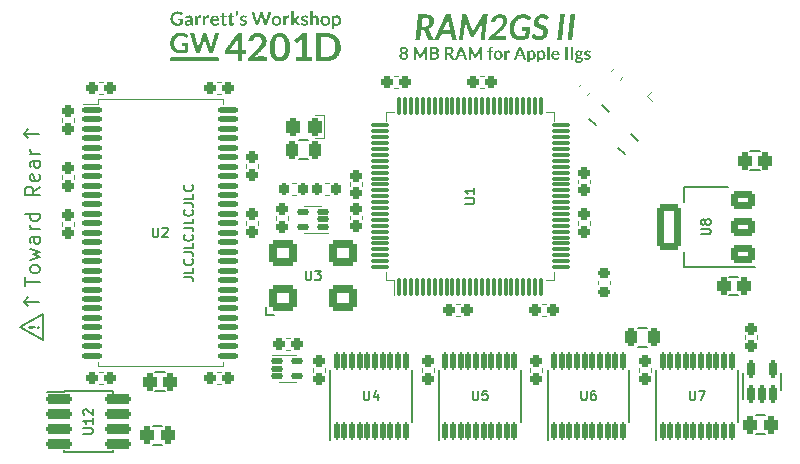
<source format=gto>
G04 #@! TF.GenerationSoftware,KiCad,Pcbnew,8.0.5*
G04 #@! TF.CreationDate,2024-10-02T03:22:55-04:00*
G04 #@! TF.ProjectId,RAM2GS,52414d32-4753-42e6-9b69-6361645f7063,2.2*
G04 #@! TF.SameCoordinates,Original*
G04 #@! TF.FileFunction,Legend,Top*
G04 #@! TF.FilePolarity,Positive*
%FSLAX46Y46*%
G04 Gerber Fmt 4.6, Leading zero omitted, Abs format (unit mm)*
G04 Created by KiCad (PCBNEW 8.0.5) date 2024-10-02 03:22:55*
%MOMM*%
%LPD*%
G01*
G04 APERTURE LIST*
G04 Aperture macros list*
%AMRoundRect*
0 Rectangle with rounded corners*
0 $1 Rounding radius*
0 $2 $3 $4 $5 $6 $7 $8 $9 X,Y pos of 4 corners*
0 Add a 4 corners polygon primitive as box body*
4,1,4,$2,$3,$4,$5,$6,$7,$8,$9,$2,$3,0*
0 Add four circle primitives for the rounded corners*
1,1,$1+$1,$2,$3*
1,1,$1+$1,$4,$5*
1,1,$1+$1,$6,$7*
1,1,$1+$1,$8,$9*
0 Add four rect primitives between the rounded corners*
20,1,$1+$1,$2,$3,$4,$5,0*
20,1,$1+$1,$4,$5,$6,$7,0*
20,1,$1+$1,$6,$7,$8,$9,0*
20,1,$1+$1,$8,$9,$2,$3,0*%
G04 Aperture macros list end*
%ADD10C,0.200000*%
%ADD11C,0.203200*%
%ADD12C,0.190500*%
%ADD13C,0.120000*%
%ADD14C,0.150000*%
%ADD15C,0.152400*%
%ADD16C,0.000000*%
%ADD17RoundRect,0.419100X-0.419100X-3.327100X0.419100X-3.327100X0.419100X3.327100X-0.419100X3.327100X0*%
%ADD18RoundRect,0.237500X0.287500X-0.237500X0.287500X0.237500X-0.287500X0.237500X-0.287500X-0.237500X0*%
%ADD19RoundRect,0.237500X-0.237500X-0.287500X0.237500X-0.287500X0.237500X0.287500X-0.237500X0.287500X0*%
%ADD20RoundRect,0.237500X-0.287500X0.237500X-0.287500X-0.237500X0.287500X-0.237500X0.287500X0.237500X0*%
%ADD21C,2.152400*%
%ADD22RoundRect,0.124500X0.124500X-0.624500X0.124500X0.624500X-0.124500X0.624500X-0.124500X-0.624500X0*%
%ADD23RoundRect,0.287500X0.287500X0.462500X-0.287500X0.462500X-0.287500X-0.462500X0.287500X-0.462500X0*%
%ADD24RoundRect,0.287500X-0.287500X-0.462500X0.287500X-0.462500X0.287500X0.462500X-0.287500X0.462500X0*%
%ADD25C,2.000000*%
%ADD26RoundRect,0.320000X0.730000X0.480000X-0.730000X0.480000X-0.730000X-0.480000X0.730000X-0.480000X0*%
%ADD27RoundRect,0.315000X0.735000X1.635000X-0.735000X1.635000X-0.735000X-1.635000X0.735000X-1.635000X0*%
%ADD28RoundRect,0.237500X-0.530330X-0.194454X-0.194454X-0.530330X0.530330X0.194454X0.194454X0.530330X0*%
%ADD29RoundRect,0.237500X0.530330X0.194454X0.194454X0.530330X-0.530330X-0.194454X-0.194454X-0.530330X0*%
%ADD30RoundRect,0.120000X-0.420000X-0.120000X0.420000X-0.120000X0.420000X0.120000X-0.420000X0.120000X0*%
%ADD31C,2.527300*%
%ADD32C,1.143000*%
%ADD33C,0.939800*%
%ADD34RoundRect,0.139500X-0.665500X-0.139500X0.665500X-0.139500X0.665500X0.139500X-0.665500X0.139500X0*%
%ADD35RoundRect,0.322860X-0.853340X-0.753340X0.853340X-0.753340X0.853340X0.753340X-0.853340X0.753340X0*%
%ADD36RoundRect,0.120000X0.420000X0.120000X-0.420000X0.120000X-0.420000X-0.120000X0.420000X-0.120000X0*%
%ADD37C,1.448000*%
%ADD38RoundRect,0.237500X0.237500X0.287500X-0.237500X0.287500X-0.237500X-0.287500X0.237500X-0.287500X0*%
%ADD39RoundRect,0.087000X0.087000X-0.674500X0.087000X0.674500X-0.087000X0.674500X-0.087000X-0.674500X0*%
%ADD40RoundRect,0.087000X0.674500X-0.087000X0.674500X0.087000X-0.674500X0.087000X-0.674500X-0.087000X0*%
%ADD41RoundRect,0.200000X-0.900000X-0.200000X0.900000X-0.200000X0.900000X0.200000X-0.900000X0.200000X0*%
%ADD42RoundRect,0.187500X0.187500X-0.537500X0.187500X0.537500X-0.187500X0.537500X-0.187500X-0.537500X0*%
%ADD43RoundRect,0.237500X0.237500X0.512500X-0.237500X0.512500X-0.237500X-0.512500X0.237500X-0.512500X0*%
%ADD44RoundRect,0.200000X-0.200000X-0.325000X0.200000X-0.325000X0.200000X0.325000X-0.200000X0.325000X0*%
%ADD45RoundRect,0.200000X0.200000X0.325000X-0.200000X0.325000X-0.200000X-0.325000X0.200000X-0.325000X0*%
%ADD46RoundRect,0.281850X0.281850X0.494350X-0.281850X0.494350X-0.281850X-0.494350X0.281850X-0.494350X0*%
%ADD47RoundRect,0.237500X-0.237500X-0.512500X0.237500X-0.512500X0.237500X0.512500X-0.237500X0.512500X0*%
%ADD48RoundRect,0.200000X-0.325000X0.200000X-0.325000X-0.200000X0.325000X-0.200000X0.325000X0.200000X0*%
%ADD49RoundRect,0.200000X0.088388X-0.371231X0.371231X-0.088388X-0.088388X0.371231X-0.371231X0.088388X0*%
%ADD50RoundRect,0.237500X0.035355X-0.371231X0.371231X-0.035355X-0.035355X0.371231X-0.371231X0.035355X0*%
G04 APERTURE END LIST*
D10*
X47625000Y-117475000D02*
X48006000Y-117094000D01*
X47625000Y-117475000D02*
X48006000Y-117856000D01*
X48895000Y-117475000D02*
X47625000Y-117475000D01*
X48895000Y-103251000D02*
X47625000Y-103251000D01*
X47625000Y-103251000D02*
X48006000Y-103632000D01*
X47625000Y-103251000D02*
X48006000Y-102870000D01*
X49212500Y-118554500D02*
X49212500Y-120713500D01*
X49212500Y-120713500D02*
X47307500Y-119634000D01*
X47307500Y-119634000D02*
X49212500Y-118554500D01*
X47694126Y-116138475D02*
X47694126Y-115412761D01*
X48964126Y-115775618D02*
X47694126Y-115775618D01*
X48964126Y-114807999D02*
X48903650Y-114928951D01*
X48903650Y-114928951D02*
X48843173Y-114989428D01*
X48843173Y-114989428D02*
X48722221Y-115049904D01*
X48722221Y-115049904D02*
X48359364Y-115049904D01*
X48359364Y-115049904D02*
X48238411Y-114989428D01*
X48238411Y-114989428D02*
X48177935Y-114928951D01*
X48177935Y-114928951D02*
X48117459Y-114807999D01*
X48117459Y-114807999D02*
X48117459Y-114626570D01*
X48117459Y-114626570D02*
X48177935Y-114505618D01*
X48177935Y-114505618D02*
X48238411Y-114445142D01*
X48238411Y-114445142D02*
X48359364Y-114384666D01*
X48359364Y-114384666D02*
X48722221Y-114384666D01*
X48722221Y-114384666D02*
X48843173Y-114445142D01*
X48843173Y-114445142D02*
X48903650Y-114505618D01*
X48903650Y-114505618D02*
X48964126Y-114626570D01*
X48964126Y-114626570D02*
X48964126Y-114807999D01*
X48117459Y-113961332D02*
X48964126Y-113719427D01*
X48964126Y-113719427D02*
X48359364Y-113477522D01*
X48359364Y-113477522D02*
X48964126Y-113235618D01*
X48964126Y-113235618D02*
X48117459Y-112993713D01*
X48964126Y-111965618D02*
X48298888Y-111965618D01*
X48298888Y-111965618D02*
X48177935Y-112026094D01*
X48177935Y-112026094D02*
X48117459Y-112147046D01*
X48117459Y-112147046D02*
X48117459Y-112388951D01*
X48117459Y-112388951D02*
X48177935Y-112509904D01*
X48903650Y-111965618D02*
X48964126Y-112086570D01*
X48964126Y-112086570D02*
X48964126Y-112388951D01*
X48964126Y-112388951D02*
X48903650Y-112509904D01*
X48903650Y-112509904D02*
X48782697Y-112570380D01*
X48782697Y-112570380D02*
X48661745Y-112570380D01*
X48661745Y-112570380D02*
X48540792Y-112509904D01*
X48540792Y-112509904D02*
X48480316Y-112388951D01*
X48480316Y-112388951D02*
X48480316Y-112086570D01*
X48480316Y-112086570D02*
X48419840Y-111965618D01*
X48964126Y-111360856D02*
X48117459Y-111360856D01*
X48359364Y-111360856D02*
X48238411Y-111300379D01*
X48238411Y-111300379D02*
X48177935Y-111239903D01*
X48177935Y-111239903D02*
X48117459Y-111118951D01*
X48117459Y-111118951D02*
X48117459Y-110997998D01*
X48964126Y-110030380D02*
X47694126Y-110030380D01*
X48903650Y-110030380D02*
X48964126Y-110151332D01*
X48964126Y-110151332D02*
X48964126Y-110393237D01*
X48964126Y-110393237D02*
X48903650Y-110514189D01*
X48903650Y-110514189D02*
X48843173Y-110574666D01*
X48843173Y-110574666D02*
X48722221Y-110635142D01*
X48722221Y-110635142D02*
X48359364Y-110635142D01*
X48359364Y-110635142D02*
X48238411Y-110574666D01*
X48238411Y-110574666D02*
X48177935Y-110514189D01*
X48177935Y-110514189D02*
X48117459Y-110393237D01*
X48117459Y-110393237D02*
X48117459Y-110151332D01*
X48117459Y-110151332D02*
X48177935Y-110030380D01*
X48964126Y-107732284D02*
X48359364Y-108155618D01*
X48964126Y-108457999D02*
X47694126Y-108457999D01*
X47694126Y-108457999D02*
X47694126Y-107974189D01*
X47694126Y-107974189D02*
X47754602Y-107853237D01*
X47754602Y-107853237D02*
X47815078Y-107792760D01*
X47815078Y-107792760D02*
X47936030Y-107732284D01*
X47936030Y-107732284D02*
X48117459Y-107732284D01*
X48117459Y-107732284D02*
X48238411Y-107792760D01*
X48238411Y-107792760D02*
X48298888Y-107853237D01*
X48298888Y-107853237D02*
X48359364Y-107974189D01*
X48359364Y-107974189D02*
X48359364Y-108457999D01*
X48903650Y-106704189D02*
X48964126Y-106825141D01*
X48964126Y-106825141D02*
X48964126Y-107067046D01*
X48964126Y-107067046D02*
X48903650Y-107187999D01*
X48903650Y-107187999D02*
X48782697Y-107248475D01*
X48782697Y-107248475D02*
X48298888Y-107248475D01*
X48298888Y-107248475D02*
X48177935Y-107187999D01*
X48177935Y-107187999D02*
X48117459Y-107067046D01*
X48117459Y-107067046D02*
X48117459Y-106825141D01*
X48117459Y-106825141D02*
X48177935Y-106704189D01*
X48177935Y-106704189D02*
X48298888Y-106643713D01*
X48298888Y-106643713D02*
X48419840Y-106643713D01*
X48419840Y-106643713D02*
X48540792Y-107248475D01*
X48964126Y-105555142D02*
X48298888Y-105555142D01*
X48298888Y-105555142D02*
X48177935Y-105615618D01*
X48177935Y-105615618D02*
X48117459Y-105736570D01*
X48117459Y-105736570D02*
X48117459Y-105978475D01*
X48117459Y-105978475D02*
X48177935Y-106099428D01*
X48903650Y-105555142D02*
X48964126Y-105676094D01*
X48964126Y-105676094D02*
X48964126Y-105978475D01*
X48964126Y-105978475D02*
X48903650Y-106099428D01*
X48903650Y-106099428D02*
X48782697Y-106159904D01*
X48782697Y-106159904D02*
X48661745Y-106159904D01*
X48661745Y-106159904D02*
X48540792Y-106099428D01*
X48540792Y-106099428D02*
X48480316Y-105978475D01*
X48480316Y-105978475D02*
X48480316Y-105676094D01*
X48480316Y-105676094D02*
X48419840Y-105555142D01*
X48964126Y-104950380D02*
X48117459Y-104950380D01*
X48359364Y-104950380D02*
X48238411Y-104889903D01*
X48238411Y-104889903D02*
X48177935Y-104829427D01*
X48177935Y-104829427D02*
X48117459Y-104708475D01*
X48117459Y-104708475D02*
X48117459Y-104587522D01*
D11*
X61152649Y-115404361D02*
X61733221Y-115404361D01*
X61733221Y-115404361D02*
X61849335Y-115443066D01*
X61849335Y-115443066D02*
X61926745Y-115520475D01*
X61926745Y-115520475D02*
X61965449Y-115636590D01*
X61965449Y-115636590D02*
X61965449Y-115713999D01*
X61965449Y-114630266D02*
X61965449Y-115017314D01*
X61965449Y-115017314D02*
X61152649Y-115017314D01*
X61888040Y-113894876D02*
X61926745Y-113933580D01*
X61926745Y-113933580D02*
X61965449Y-114049695D01*
X61965449Y-114049695D02*
X61965449Y-114127104D01*
X61965449Y-114127104D02*
X61926745Y-114243218D01*
X61926745Y-114243218D02*
X61849335Y-114320628D01*
X61849335Y-114320628D02*
X61771925Y-114359333D01*
X61771925Y-114359333D02*
X61617106Y-114398037D01*
X61617106Y-114398037D02*
X61500992Y-114398037D01*
X61500992Y-114398037D02*
X61346173Y-114359333D01*
X61346173Y-114359333D02*
X61268764Y-114320628D01*
X61268764Y-114320628D02*
X61191354Y-114243218D01*
X61191354Y-114243218D02*
X61152649Y-114127104D01*
X61152649Y-114127104D02*
X61152649Y-114049695D01*
X61152649Y-114049695D02*
X61191354Y-113933580D01*
X61191354Y-113933580D02*
X61230059Y-113894876D01*
X61152649Y-113314304D02*
X61733221Y-113314304D01*
X61733221Y-113314304D02*
X61849335Y-113353009D01*
X61849335Y-113353009D02*
X61926745Y-113430418D01*
X61926745Y-113430418D02*
X61965449Y-113546533D01*
X61965449Y-113546533D02*
X61965449Y-113623942D01*
X61965449Y-112540209D02*
X61965449Y-112927257D01*
X61965449Y-112927257D02*
X61152649Y-112927257D01*
X61888040Y-111804819D02*
X61926745Y-111843523D01*
X61926745Y-111843523D02*
X61965449Y-111959638D01*
X61965449Y-111959638D02*
X61965449Y-112037047D01*
X61965449Y-112037047D02*
X61926745Y-112153161D01*
X61926745Y-112153161D02*
X61849335Y-112230571D01*
X61849335Y-112230571D02*
X61771925Y-112269276D01*
X61771925Y-112269276D02*
X61617106Y-112307980D01*
X61617106Y-112307980D02*
X61500992Y-112307980D01*
X61500992Y-112307980D02*
X61346173Y-112269276D01*
X61346173Y-112269276D02*
X61268764Y-112230571D01*
X61268764Y-112230571D02*
X61191354Y-112153161D01*
X61191354Y-112153161D02*
X61152649Y-112037047D01*
X61152649Y-112037047D02*
X61152649Y-111959638D01*
X61152649Y-111959638D02*
X61191354Y-111843523D01*
X61191354Y-111843523D02*
X61230059Y-111804819D01*
X61152649Y-111224247D02*
X61733221Y-111224247D01*
X61733221Y-111224247D02*
X61849335Y-111262952D01*
X61849335Y-111262952D02*
X61926745Y-111340361D01*
X61926745Y-111340361D02*
X61965449Y-111456476D01*
X61965449Y-111456476D02*
X61965449Y-111533885D01*
X61965449Y-110450152D02*
X61965449Y-110837200D01*
X61965449Y-110837200D02*
X61152649Y-110837200D01*
X61888040Y-109714762D02*
X61926745Y-109753466D01*
X61926745Y-109753466D02*
X61965449Y-109869581D01*
X61965449Y-109869581D02*
X61965449Y-109946990D01*
X61965449Y-109946990D02*
X61926745Y-110063104D01*
X61926745Y-110063104D02*
X61849335Y-110140514D01*
X61849335Y-110140514D02*
X61771925Y-110179219D01*
X61771925Y-110179219D02*
X61617106Y-110217923D01*
X61617106Y-110217923D02*
X61500992Y-110217923D01*
X61500992Y-110217923D02*
X61346173Y-110179219D01*
X61346173Y-110179219D02*
X61268764Y-110140514D01*
X61268764Y-110140514D02*
X61191354Y-110063104D01*
X61191354Y-110063104D02*
X61152649Y-109946990D01*
X61152649Y-109946990D02*
X61152649Y-109869581D01*
X61152649Y-109869581D02*
X61191354Y-109753466D01*
X61191354Y-109753466D02*
X61230059Y-109714762D01*
X61152649Y-109134190D02*
X61733221Y-109134190D01*
X61733221Y-109134190D02*
X61849335Y-109172895D01*
X61849335Y-109172895D02*
X61926745Y-109250304D01*
X61926745Y-109250304D02*
X61965449Y-109366419D01*
X61965449Y-109366419D02*
X61965449Y-109443828D01*
X61965449Y-108360095D02*
X61965449Y-108747143D01*
X61965449Y-108747143D02*
X61152649Y-108747143D01*
X61888040Y-107624705D02*
X61926745Y-107663409D01*
X61926745Y-107663409D02*
X61965449Y-107779524D01*
X61965449Y-107779524D02*
X61965449Y-107856933D01*
X61965449Y-107856933D02*
X61926745Y-107973047D01*
X61926745Y-107973047D02*
X61849335Y-108050457D01*
X61849335Y-108050457D02*
X61771925Y-108089162D01*
X61771925Y-108089162D02*
X61617106Y-108127866D01*
X61617106Y-108127866D02*
X61500992Y-108127866D01*
X61500992Y-108127866D02*
X61346173Y-108089162D01*
X61346173Y-108089162D02*
X61268764Y-108050457D01*
X61268764Y-108050457D02*
X61191354Y-107973047D01*
X61191354Y-107973047D02*
X61152649Y-107856933D01*
X61152649Y-107856933D02*
X61152649Y-107779524D01*
X61152649Y-107779524D02*
X61191354Y-107663409D01*
X61191354Y-107663409D02*
X61230059Y-107624705D01*
D12*
X48802701Y-119634000D02*
X48841406Y-119595295D01*
X48841406Y-119595295D02*
X48880110Y-119634000D01*
X48880110Y-119634000D02*
X48841406Y-119672704D01*
X48841406Y-119672704D02*
X48802701Y-119634000D01*
X48802701Y-119634000D02*
X48880110Y-119634000D01*
X48570472Y-119634000D02*
X48106015Y-119672704D01*
X48106015Y-119672704D02*
X48067310Y-119634000D01*
X48067310Y-119634000D02*
X48106015Y-119595295D01*
X48106015Y-119595295D02*
X48570472Y-119634000D01*
X48570472Y-119634000D02*
X48067310Y-119634000D01*
D11*
X94805723Y-125002649D02*
X94805723Y-125660630D01*
X94805723Y-125660630D02*
X94844428Y-125738040D01*
X94844428Y-125738040D02*
X94883133Y-125776745D01*
X94883133Y-125776745D02*
X94960542Y-125815449D01*
X94960542Y-125815449D02*
X95115361Y-125815449D01*
X95115361Y-125815449D02*
X95192771Y-125776745D01*
X95192771Y-125776745D02*
X95231476Y-125738040D01*
X95231476Y-125738040D02*
X95270180Y-125660630D01*
X95270180Y-125660630D02*
X95270180Y-125002649D01*
X96005571Y-125002649D02*
X95850752Y-125002649D01*
X95850752Y-125002649D02*
X95773343Y-125041354D01*
X95773343Y-125041354D02*
X95734638Y-125080059D01*
X95734638Y-125080059D02*
X95657228Y-125196173D01*
X95657228Y-125196173D02*
X95618524Y-125350992D01*
X95618524Y-125350992D02*
X95618524Y-125660630D01*
X95618524Y-125660630D02*
X95657228Y-125738040D01*
X95657228Y-125738040D02*
X95695933Y-125776745D01*
X95695933Y-125776745D02*
X95773343Y-125815449D01*
X95773343Y-125815449D02*
X95928162Y-125815449D01*
X95928162Y-125815449D02*
X96005571Y-125776745D01*
X96005571Y-125776745D02*
X96044276Y-125738040D01*
X96044276Y-125738040D02*
X96082981Y-125660630D01*
X96082981Y-125660630D02*
X96082981Y-125467106D01*
X96082981Y-125467106D02*
X96044276Y-125389697D01*
X96044276Y-125389697D02*
X96005571Y-125350992D01*
X96005571Y-125350992D02*
X95928162Y-125312287D01*
X95928162Y-125312287D02*
X95773343Y-125312287D01*
X95773343Y-125312287D02*
X95695933Y-125350992D01*
X95695933Y-125350992D02*
X95657228Y-125389697D01*
X95657228Y-125389697D02*
X95618524Y-125467106D01*
X104005723Y-125002649D02*
X104005723Y-125660630D01*
X104005723Y-125660630D02*
X104044428Y-125738040D01*
X104044428Y-125738040D02*
X104083133Y-125776745D01*
X104083133Y-125776745D02*
X104160542Y-125815449D01*
X104160542Y-125815449D02*
X104315361Y-125815449D01*
X104315361Y-125815449D02*
X104392771Y-125776745D01*
X104392771Y-125776745D02*
X104431476Y-125738040D01*
X104431476Y-125738040D02*
X104470180Y-125660630D01*
X104470180Y-125660630D02*
X104470180Y-125002649D01*
X104779819Y-125002649D02*
X105321685Y-125002649D01*
X105321685Y-125002649D02*
X104973343Y-125815449D01*
X85605723Y-125002649D02*
X85605723Y-125660630D01*
X85605723Y-125660630D02*
X85644428Y-125738040D01*
X85644428Y-125738040D02*
X85683133Y-125776745D01*
X85683133Y-125776745D02*
X85760542Y-125815449D01*
X85760542Y-125815449D02*
X85915361Y-125815449D01*
X85915361Y-125815449D02*
X85992771Y-125776745D01*
X85992771Y-125776745D02*
X86031476Y-125738040D01*
X86031476Y-125738040D02*
X86070180Y-125660630D01*
X86070180Y-125660630D02*
X86070180Y-125002649D01*
X86844276Y-125002649D02*
X86457228Y-125002649D01*
X86457228Y-125002649D02*
X86418524Y-125389697D01*
X86418524Y-125389697D02*
X86457228Y-125350992D01*
X86457228Y-125350992D02*
X86534638Y-125312287D01*
X86534638Y-125312287D02*
X86728162Y-125312287D01*
X86728162Y-125312287D02*
X86805571Y-125350992D01*
X86805571Y-125350992D02*
X86844276Y-125389697D01*
X86844276Y-125389697D02*
X86882981Y-125467106D01*
X86882981Y-125467106D02*
X86882981Y-125660630D01*
X86882981Y-125660630D02*
X86844276Y-125738040D01*
X86844276Y-125738040D02*
X86805571Y-125776745D01*
X86805571Y-125776745D02*
X86728162Y-125815449D01*
X86728162Y-125815449D02*
X86534638Y-125815449D01*
X86534638Y-125815449D02*
X86457228Y-125776745D01*
X86457228Y-125776745D02*
X86418524Y-125738040D01*
X104939649Y-111769276D02*
X105597630Y-111769276D01*
X105597630Y-111769276D02*
X105675040Y-111730571D01*
X105675040Y-111730571D02*
X105713745Y-111691866D01*
X105713745Y-111691866D02*
X105752449Y-111614457D01*
X105752449Y-111614457D02*
X105752449Y-111459638D01*
X105752449Y-111459638D02*
X105713745Y-111382228D01*
X105713745Y-111382228D02*
X105675040Y-111343523D01*
X105675040Y-111343523D02*
X105597630Y-111304819D01*
X105597630Y-111304819D02*
X104939649Y-111304819D01*
X105287992Y-110801656D02*
X105249287Y-110879066D01*
X105249287Y-110879066D02*
X105210583Y-110917771D01*
X105210583Y-110917771D02*
X105133173Y-110956475D01*
X105133173Y-110956475D02*
X105094468Y-110956475D01*
X105094468Y-110956475D02*
X105017059Y-110917771D01*
X105017059Y-110917771D02*
X104978354Y-110879066D01*
X104978354Y-110879066D02*
X104939649Y-110801656D01*
X104939649Y-110801656D02*
X104939649Y-110646837D01*
X104939649Y-110646837D02*
X104978354Y-110569428D01*
X104978354Y-110569428D02*
X105017059Y-110530723D01*
X105017059Y-110530723D02*
X105094468Y-110492018D01*
X105094468Y-110492018D02*
X105133173Y-110492018D01*
X105133173Y-110492018D02*
X105210583Y-110530723D01*
X105210583Y-110530723D02*
X105249287Y-110569428D01*
X105249287Y-110569428D02*
X105287992Y-110646837D01*
X105287992Y-110646837D02*
X105287992Y-110801656D01*
X105287992Y-110801656D02*
X105326697Y-110879066D01*
X105326697Y-110879066D02*
X105365402Y-110917771D01*
X105365402Y-110917771D02*
X105442811Y-110956475D01*
X105442811Y-110956475D02*
X105597630Y-110956475D01*
X105597630Y-110956475D02*
X105675040Y-110917771D01*
X105675040Y-110917771D02*
X105713745Y-110879066D01*
X105713745Y-110879066D02*
X105752449Y-110801656D01*
X105752449Y-110801656D02*
X105752449Y-110646837D01*
X105752449Y-110646837D02*
X105713745Y-110569428D01*
X105713745Y-110569428D02*
X105675040Y-110530723D01*
X105675040Y-110530723D02*
X105597630Y-110492018D01*
X105597630Y-110492018D02*
X105442811Y-110492018D01*
X105442811Y-110492018D02*
X105365402Y-110530723D01*
X105365402Y-110530723D02*
X105326697Y-110569428D01*
X105326697Y-110569428D02*
X105287992Y-110646837D01*
X76405723Y-125002649D02*
X76405723Y-125660630D01*
X76405723Y-125660630D02*
X76444428Y-125738040D01*
X76444428Y-125738040D02*
X76483133Y-125776745D01*
X76483133Y-125776745D02*
X76560542Y-125815449D01*
X76560542Y-125815449D02*
X76715361Y-125815449D01*
X76715361Y-125815449D02*
X76792771Y-125776745D01*
X76792771Y-125776745D02*
X76831476Y-125738040D01*
X76831476Y-125738040D02*
X76870180Y-125660630D01*
X76870180Y-125660630D02*
X76870180Y-125002649D01*
X77605571Y-125273583D02*
X77605571Y-125815449D01*
X77412047Y-124963945D02*
X77218524Y-125544516D01*
X77218524Y-125544516D02*
X77721685Y-125544516D01*
X58530723Y-111202649D02*
X58530723Y-111860630D01*
X58530723Y-111860630D02*
X58569428Y-111938040D01*
X58569428Y-111938040D02*
X58608133Y-111976745D01*
X58608133Y-111976745D02*
X58685542Y-112015449D01*
X58685542Y-112015449D02*
X58840361Y-112015449D01*
X58840361Y-112015449D02*
X58917771Y-111976745D01*
X58917771Y-111976745D02*
X58956476Y-111938040D01*
X58956476Y-111938040D02*
X58995180Y-111860630D01*
X58995180Y-111860630D02*
X58995180Y-111202649D01*
X59343524Y-111280059D02*
X59382228Y-111241354D01*
X59382228Y-111241354D02*
X59459638Y-111202649D01*
X59459638Y-111202649D02*
X59653162Y-111202649D01*
X59653162Y-111202649D02*
X59730571Y-111241354D01*
X59730571Y-111241354D02*
X59769276Y-111280059D01*
X59769276Y-111280059D02*
X59807981Y-111357468D01*
X59807981Y-111357468D02*
X59807981Y-111434878D01*
X59807981Y-111434878D02*
X59769276Y-111550992D01*
X59769276Y-111550992D02*
X59304819Y-112015449D01*
X59304819Y-112015449D02*
X59807981Y-112015449D01*
X71480723Y-114852649D02*
X71480723Y-115510630D01*
X71480723Y-115510630D02*
X71519428Y-115588040D01*
X71519428Y-115588040D02*
X71558133Y-115626745D01*
X71558133Y-115626745D02*
X71635542Y-115665449D01*
X71635542Y-115665449D02*
X71790361Y-115665449D01*
X71790361Y-115665449D02*
X71867771Y-115626745D01*
X71867771Y-115626745D02*
X71906476Y-115588040D01*
X71906476Y-115588040D02*
X71945180Y-115510630D01*
X71945180Y-115510630D02*
X71945180Y-114852649D01*
X72254819Y-114852649D02*
X72757981Y-114852649D01*
X72757981Y-114852649D02*
X72487047Y-115162287D01*
X72487047Y-115162287D02*
X72603162Y-115162287D01*
X72603162Y-115162287D02*
X72680571Y-115200992D01*
X72680571Y-115200992D02*
X72719276Y-115239697D01*
X72719276Y-115239697D02*
X72757981Y-115317106D01*
X72757981Y-115317106D02*
X72757981Y-115510630D01*
X72757981Y-115510630D02*
X72719276Y-115588040D01*
X72719276Y-115588040D02*
X72680571Y-115626745D01*
X72680571Y-115626745D02*
X72603162Y-115665449D01*
X72603162Y-115665449D02*
X72370933Y-115665449D01*
X72370933Y-115665449D02*
X72293524Y-115626745D01*
X72293524Y-115626745D02*
X72254819Y-115588040D01*
X84952649Y-109169276D02*
X85610630Y-109169276D01*
X85610630Y-109169276D02*
X85688040Y-109130571D01*
X85688040Y-109130571D02*
X85726745Y-109091866D01*
X85726745Y-109091866D02*
X85765449Y-109014457D01*
X85765449Y-109014457D02*
X85765449Y-108859638D01*
X85765449Y-108859638D02*
X85726745Y-108782228D01*
X85726745Y-108782228D02*
X85688040Y-108743523D01*
X85688040Y-108743523D02*
X85610630Y-108704819D01*
X85610630Y-108704819D02*
X84952649Y-108704819D01*
X85765449Y-107892018D02*
X85765449Y-108356475D01*
X85765449Y-108124247D02*
X84952649Y-108124247D01*
X84952649Y-108124247D02*
X85068764Y-108201656D01*
X85068764Y-108201656D02*
X85146173Y-108279066D01*
X85146173Y-108279066D02*
X85184878Y-108356475D01*
X52638649Y-128641323D02*
X53296630Y-128641323D01*
X53296630Y-128641323D02*
X53374040Y-128602618D01*
X53374040Y-128602618D02*
X53412745Y-128563913D01*
X53412745Y-128563913D02*
X53451449Y-128486504D01*
X53451449Y-128486504D02*
X53451449Y-128331685D01*
X53451449Y-128331685D02*
X53412745Y-128254275D01*
X53412745Y-128254275D02*
X53374040Y-128215570D01*
X53374040Y-128215570D02*
X53296630Y-128176866D01*
X53296630Y-128176866D02*
X52638649Y-128176866D01*
X53451449Y-127364065D02*
X53451449Y-127828522D01*
X53451449Y-127596294D02*
X52638649Y-127596294D01*
X52638649Y-127596294D02*
X52754764Y-127673703D01*
X52754764Y-127673703D02*
X52832173Y-127751113D01*
X52832173Y-127751113D02*
X52870878Y-127828522D01*
X52716059Y-127054427D02*
X52677354Y-127015723D01*
X52677354Y-127015723D02*
X52638649Y-126938313D01*
X52638649Y-126938313D02*
X52638649Y-126744789D01*
X52638649Y-126744789D02*
X52677354Y-126667380D01*
X52677354Y-126667380D02*
X52716059Y-126628675D01*
X52716059Y-126628675D02*
X52793468Y-126589970D01*
X52793468Y-126589970D02*
X52870878Y-126589970D01*
X52870878Y-126589970D02*
X52986992Y-126628675D01*
X52986992Y-126628675D02*
X53451449Y-127093132D01*
X53451449Y-127093132D02*
X53451449Y-126589970D01*
D13*
X50840000Y-107062779D02*
X50840000Y-106737221D01*
X51860000Y-107062779D02*
X51860000Y-106737221D01*
X50840000Y-102262779D02*
X50840000Y-101937221D01*
X51860000Y-102262779D02*
X51860000Y-101937221D01*
X53987221Y-98840000D02*
X54312779Y-98840000D01*
X53987221Y-99860000D02*
X54312779Y-99860000D01*
X63987221Y-123440000D02*
X64312779Y-123440000D01*
X63987221Y-124460000D02*
X64312779Y-124460000D01*
X63987221Y-98840000D02*
X64312779Y-98840000D01*
X63987221Y-99860000D02*
X64312779Y-99860000D01*
X66440000Y-110637221D02*
X66440000Y-110962779D01*
X67460000Y-110637221D02*
X67460000Y-110962779D01*
X66440000Y-105837221D02*
X66440000Y-106162779D01*
X67460000Y-105837221D02*
X67460000Y-106162779D01*
X50840000Y-111062779D02*
X50840000Y-110737221D01*
X51860000Y-111062779D02*
X51860000Y-110737221D01*
X53987221Y-123440000D02*
X54312779Y-123440000D01*
X53987221Y-124460000D02*
X54312779Y-124460000D01*
X99690000Y-123087221D02*
X99690000Y-123412779D01*
X100710000Y-123087221D02*
X100710000Y-123412779D01*
D14*
X91975000Y-129200000D02*
X91975000Y-123225000D01*
X98875000Y-127675000D02*
X98875000Y-123225000D01*
D13*
X90490000Y-123087221D02*
X90490000Y-123412779D01*
X91510000Y-123087221D02*
X91510000Y-123412779D01*
X81290000Y-123087221D02*
X81290000Y-123412779D01*
X82310000Y-123087221D02*
X82310000Y-123412779D01*
D14*
X101175000Y-129200000D02*
X101175000Y-123225000D01*
X108075000Y-127675000D02*
X108075000Y-123225000D01*
D13*
X72090000Y-123087221D02*
X72090000Y-123412779D01*
X73110000Y-123087221D02*
X73110000Y-123412779D01*
D14*
X82775000Y-129200000D02*
X82775000Y-123225000D01*
X89675000Y-127675000D02*
X89675000Y-123225000D01*
D15*
X59334400Y-127978000D02*
X58521600Y-127978000D01*
X59334400Y-129578000D02*
X58521600Y-129578000D01*
X109575600Y-127089000D02*
X110388400Y-127089000D01*
X109575600Y-128689000D02*
X110388400Y-128689000D01*
X103477000Y-107740000D02*
X103477000Y-109000000D01*
X103477000Y-114560000D02*
X103477000Y-113300000D01*
X107237000Y-107740000D02*
X103477000Y-107740000D01*
X109487000Y-114560000D02*
X103477000Y-114560000D01*
X109093600Y-104750000D02*
X109906400Y-104750000D01*
X109093600Y-106350000D02*
X109906400Y-106350000D01*
X107293600Y-115350000D02*
X108106400Y-115350000D01*
X107293600Y-116950000D02*
X108106400Y-116950000D01*
X95446946Y-101978317D02*
X96021683Y-102553054D01*
X96578317Y-100846946D02*
X97153054Y-101421683D01*
X98471683Y-105003054D02*
X97896946Y-104428317D01*
X99603054Y-103871683D02*
X99028317Y-103296946D01*
D13*
X69220000Y-124310000D02*
X70630000Y-124310000D01*
X70630000Y-121990000D02*
X68600000Y-121990000D01*
X100330910Y-100067962D02*
X100779923Y-99618949D01*
X100779923Y-100516974D02*
X100330910Y-100067962D01*
D14*
X73575000Y-129200000D02*
X73575000Y-123225000D01*
X80475000Y-127675000D02*
X80475000Y-123225000D01*
D13*
X52650000Y-100750000D02*
X53850000Y-100750000D01*
X53850000Y-100350000D02*
X64450000Y-100350000D01*
X53850000Y-100750000D02*
X53850000Y-100350000D01*
X53850000Y-122550000D02*
X53850000Y-122950000D01*
X53850000Y-122950000D02*
X64450000Y-122950000D01*
X64450000Y-100350000D02*
X64450000Y-100750000D01*
X64450000Y-122550000D02*
X64450000Y-122950000D01*
D15*
X68100000Y-118600000D02*
X68100000Y-117900000D01*
X68100000Y-118600000D02*
X68800000Y-118600000D01*
D13*
X71370000Y-111660000D02*
X73400000Y-111660000D01*
X72780000Y-109340000D02*
X71370000Y-109340000D01*
X68990000Y-110562779D02*
X68990000Y-110237221D01*
X70010000Y-110562779D02*
X70010000Y-110237221D01*
D15*
X58743600Y-123450000D02*
X59556400Y-123450000D01*
X58743600Y-125050000D02*
X59556400Y-125050000D01*
D13*
X70162779Y-120540000D02*
X69837221Y-120540000D01*
X70162779Y-121560000D02*
X69837221Y-121560000D01*
X79312779Y-98390000D02*
X78987221Y-98390000D01*
X79312779Y-99410000D02*
X78987221Y-99410000D01*
X86562779Y-98390000D02*
X86237221Y-98390000D01*
X86562779Y-99410000D02*
X86237221Y-99410000D01*
X94540000Y-107137221D02*
X94540000Y-107462779D01*
X95560000Y-107137221D02*
X95560000Y-107462779D01*
X94540000Y-110637221D02*
X94540000Y-110962779D01*
X95560000Y-110637221D02*
X95560000Y-110962779D01*
X84237221Y-117690000D02*
X84562779Y-117690000D01*
X84237221Y-118710000D02*
X84562779Y-118710000D01*
X75190000Y-110187221D02*
X75190000Y-110512779D01*
X76210000Y-110187221D02*
X76210000Y-110512779D01*
X91487221Y-117690000D02*
X91812779Y-117690000D01*
X91487221Y-118710000D02*
X91812779Y-118710000D01*
X75190000Y-107712779D02*
X75190000Y-107387221D01*
X76210000Y-107712779D02*
X76210000Y-107387221D01*
X78290000Y-101440000D02*
X78990000Y-101440000D01*
X78290000Y-102140000D02*
X78290000Y-101440000D01*
X78290000Y-114960000D02*
X78290000Y-115660000D01*
X78290000Y-115660000D02*
X78990000Y-115660000D01*
X78990000Y-115660000D02*
X78990000Y-116950000D01*
X92510000Y-101440000D02*
X91810000Y-101440000D01*
X92510000Y-102140000D02*
X92510000Y-101440000D01*
X92510000Y-114960000D02*
X92510000Y-115660000D01*
X92510000Y-115660000D02*
X91810000Y-115660000D01*
D14*
X51011000Y-125060000D02*
X51011000Y-125110000D01*
X51011000Y-125060000D02*
X55161000Y-125060000D01*
X51011000Y-125110000D02*
X49611000Y-125110000D01*
X51011000Y-130210000D02*
X51011000Y-130065000D01*
X51011000Y-130210000D02*
X55161000Y-130210000D01*
X55161000Y-125060000D02*
X55161000Y-125205000D01*
X55161000Y-130210000D02*
X55161000Y-130065000D01*
D15*
X108520000Y-123490000D02*
X108520000Y-125750000D01*
X111680000Y-123490000D02*
X111680000Y-124950000D01*
D13*
X108640000Y-120662779D02*
X108640000Y-120337221D01*
X109660000Y-120662779D02*
X109660000Y-120337221D01*
D15*
X100406400Y-119700000D02*
X99593600Y-119700000D01*
X100406400Y-121300000D02*
X99593600Y-121300000D01*
D13*
X73087221Y-107440000D02*
X73412779Y-107440000D01*
X73087221Y-108460000D02*
X73412779Y-108460000D01*
X70612779Y-107440000D02*
X70287221Y-107440000D01*
X70612779Y-108460000D02*
X70287221Y-108460000D01*
X72250000Y-103600000D02*
X72985000Y-103600000D01*
X72985000Y-101700000D02*
X72250000Y-101700000D01*
X72985000Y-103600000D02*
X72985000Y-101700000D01*
D15*
X70893600Y-103800000D02*
X71706400Y-103800000D01*
X70893600Y-105400000D02*
X71706400Y-105400000D01*
D13*
X96240000Y-115687221D02*
X96240000Y-116012779D01*
X97260000Y-115687221D02*
X97260000Y-116012779D01*
X97324273Y-97954478D02*
X97554478Y-97724273D01*
X98045522Y-98675727D02*
X98275727Y-98445522D01*
X94574273Y-99254478D02*
X94804478Y-99024273D01*
X95295522Y-99975727D02*
X95525727Y-99745522D01*
D16*
G36*
X64063129Y-96797551D02*
G01*
X64087310Y-96813729D01*
X64101047Y-96829411D01*
X64113849Y-96848756D01*
X64113849Y-96964409D01*
X64113849Y-97080061D01*
X64099534Y-97100385D01*
X64086379Y-97115130D01*
X64070225Y-97128175D01*
X64064188Y-97131813D01*
X64043158Y-97142916D01*
X62057227Y-97142916D01*
X60071296Y-97142916D01*
X60050266Y-97131813D01*
X60034416Y-97120768D01*
X60019428Y-97106123D01*
X60014920Y-97100385D01*
X60000605Y-97080061D01*
X60000605Y-96964409D01*
X60000605Y-96848756D01*
X60013407Y-96829411D01*
X60031652Y-96809941D01*
X60051325Y-96797551D01*
X60076441Y-96785035D01*
X62057227Y-96785035D01*
X64038013Y-96785035D01*
X64063129Y-96797551D01*
G37*
G36*
X65725185Y-92846498D02*
G01*
X65729424Y-92851855D01*
X65736124Y-92863067D01*
X65741736Y-92873627D01*
X65763824Y-92927031D01*
X65776464Y-92981043D01*
X65779685Y-93035163D01*
X65773516Y-93088890D01*
X65757987Y-93141722D01*
X65733128Y-93193160D01*
X65721618Y-93211670D01*
X65711453Y-93225659D01*
X65697823Y-93242508D01*
X65682102Y-93260736D01*
X65665662Y-93278861D01*
X65649879Y-93295403D01*
X65636125Y-93308881D01*
X65625775Y-93317814D01*
X65620441Y-93320745D01*
X65614959Y-93318406D01*
X65603680Y-93312229D01*
X65588878Y-93303469D01*
X65586392Y-93301947D01*
X65570445Y-93291777D01*
X65557075Y-93282604D01*
X65548980Y-93276284D01*
X65548615Y-93275932D01*
X65542039Y-93264476D01*
X65542778Y-93249922D01*
X65551029Y-93231485D01*
X65564985Y-93210997D01*
X65591228Y-93170555D01*
X65608050Y-93130505D01*
X65615519Y-93090227D01*
X65613701Y-93049104D01*
X65602667Y-93006515D01*
X65590662Y-92977917D01*
X65579322Y-92952126D01*
X65573347Y-92932761D01*
X65572553Y-92918480D01*
X65576758Y-92907942D01*
X65580541Y-92903780D01*
X65588034Y-92899164D01*
X65601999Y-92892389D01*
X65620577Y-92884189D01*
X65641908Y-92875304D01*
X65664131Y-92866468D01*
X65685386Y-92858419D01*
X65703814Y-92851894D01*
X65717553Y-92847628D01*
X65724744Y-92846360D01*
X65725185Y-92846498D01*
G37*
G36*
X62586954Y-93244150D02*
G01*
X62618379Y-93253694D01*
X62643915Y-93268267D01*
X62644710Y-93268893D01*
X62646495Y-93273818D01*
X62646380Y-93284907D01*
X62644282Y-93303112D01*
X62640115Y-93329381D01*
X62638497Y-93338699D01*
X62633874Y-93364314D01*
X62629376Y-93388103D01*
X62625465Y-93407697D01*
X62622602Y-93420730D01*
X62622191Y-93422357D01*
X62617268Y-93435085D01*
X62609514Y-93443022D01*
X62597400Y-93446597D01*
X62579397Y-93446241D01*
X62553974Y-93442381D01*
X62552102Y-93442032D01*
X62506013Y-93437196D01*
X62464149Y-93440856D01*
X62426266Y-93453125D01*
X62392119Y-93474116D01*
X62361465Y-93503940D01*
X62334273Y-93542353D01*
X62317287Y-93570703D01*
X62317287Y-93832237D01*
X62317287Y-94093770D01*
X62214695Y-94093770D01*
X62112102Y-94093770D01*
X62112102Y-93676243D01*
X62112102Y-93258715D01*
X62188667Y-93258715D01*
X62217347Y-93258769D01*
X62238074Y-93259071D01*
X62252438Y-93259828D01*
X62262031Y-93261249D01*
X62268443Y-93263541D01*
X62273263Y-93266913D01*
X62276750Y-93270233D01*
X62282648Y-93276683D01*
X62287041Y-93283594D01*
X62290416Y-93292747D01*
X62293259Y-93305923D01*
X62296055Y-93324902D01*
X62299293Y-93351465D01*
X62299561Y-93353767D01*
X62305358Y-93403487D01*
X62322510Y-93377625D01*
X62355024Y-93334992D01*
X62391097Y-93299323D01*
X62429762Y-93271407D01*
X62470054Y-93252035D01*
X62480485Y-93248553D01*
X62515693Y-93241293D01*
X62551954Y-93239921D01*
X62586954Y-93244150D01*
G37*
G36*
X63250226Y-93244150D02*
G01*
X63281652Y-93253694D01*
X63307187Y-93268267D01*
X63307982Y-93268893D01*
X63309767Y-93273818D01*
X63309653Y-93284907D01*
X63307554Y-93303112D01*
X63303387Y-93329381D01*
X63301770Y-93338699D01*
X63297147Y-93364314D01*
X63292649Y-93388103D01*
X63288737Y-93407697D01*
X63285874Y-93420730D01*
X63285464Y-93422357D01*
X63280540Y-93435085D01*
X63272786Y-93443022D01*
X63260672Y-93446597D01*
X63242669Y-93446241D01*
X63217247Y-93442381D01*
X63215375Y-93442032D01*
X63169286Y-93437196D01*
X63127422Y-93440856D01*
X63089538Y-93453125D01*
X63055391Y-93474116D01*
X63024737Y-93503940D01*
X62997546Y-93542353D01*
X62980560Y-93570703D01*
X62980560Y-93832237D01*
X62980560Y-94093770D01*
X62877967Y-94093770D01*
X62775375Y-94093770D01*
X62775375Y-93676243D01*
X62775375Y-93258715D01*
X62851939Y-93258715D01*
X62880619Y-93258769D01*
X62901346Y-93259071D01*
X62915711Y-93259828D01*
X62925304Y-93261249D01*
X62931715Y-93263541D01*
X62936536Y-93266913D01*
X62940023Y-93270233D01*
X62945920Y-93276683D01*
X62950314Y-93283594D01*
X62953689Y-93292747D01*
X62956531Y-93305923D01*
X62959328Y-93324902D01*
X62962565Y-93351465D01*
X62962834Y-93353767D01*
X62968630Y-93403487D01*
X62985783Y-93377625D01*
X63018297Y-93334992D01*
X63054369Y-93299323D01*
X63093035Y-93271407D01*
X63133327Y-93252035D01*
X63143757Y-93248553D01*
X63178965Y-93241293D01*
X63215226Y-93239921D01*
X63250226Y-93244150D01*
G37*
G36*
X70045192Y-93244150D02*
G01*
X70076617Y-93253694D01*
X70102153Y-93268267D01*
X70102947Y-93268893D01*
X70104732Y-93273818D01*
X70104618Y-93284907D01*
X70102519Y-93303112D01*
X70098353Y-93329381D01*
X70096735Y-93338699D01*
X70092112Y-93364314D01*
X70087614Y-93388103D01*
X70083703Y-93407697D01*
X70080839Y-93420730D01*
X70080429Y-93422357D01*
X70075505Y-93435085D01*
X70067752Y-93443022D01*
X70055638Y-93446597D01*
X70037634Y-93446241D01*
X70012212Y-93442381D01*
X70010340Y-93442032D01*
X69964251Y-93437196D01*
X69922387Y-93440856D01*
X69884504Y-93453125D01*
X69850357Y-93474116D01*
X69819702Y-93503940D01*
X69792511Y-93542353D01*
X69775525Y-93570703D01*
X69775525Y-93832237D01*
X69775525Y-94093770D01*
X69672932Y-94093770D01*
X69570340Y-94093770D01*
X69570340Y-93676243D01*
X69570340Y-93258715D01*
X69646905Y-93258715D01*
X69675585Y-93258769D01*
X69696312Y-93259071D01*
X69710676Y-93259828D01*
X69720269Y-93261249D01*
X69726680Y-93263541D01*
X69731501Y-93266913D01*
X69734988Y-93270233D01*
X69740886Y-93276683D01*
X69745279Y-93283594D01*
X69748654Y-93292747D01*
X69751497Y-93305923D01*
X69754293Y-93324902D01*
X69757530Y-93351465D01*
X69757799Y-93353767D01*
X69763596Y-93403487D01*
X69780748Y-93377625D01*
X69813262Y-93334992D01*
X69849334Y-93299323D01*
X69888000Y-93271407D01*
X69928292Y-93252035D01*
X69938723Y-93248553D01*
X69973930Y-93241293D01*
X70010192Y-93239921D01*
X70045192Y-93244150D01*
G37*
G36*
X72051647Y-93110791D02*
G01*
X72051702Y-93156524D01*
X72051860Y-93199215D01*
X72052109Y-93237941D01*
X72052438Y-93271780D01*
X72052837Y-93299809D01*
X72053295Y-93321108D01*
X72053800Y-93334753D01*
X72054342Y-93339823D01*
X72054370Y-93339835D01*
X72059216Y-93337038D01*
X72069048Y-93329774D01*
X72079422Y-93321496D01*
X72122006Y-93290666D01*
X72165181Y-93268187D01*
X72210599Y-93253531D01*
X72259913Y-93246167D01*
X72314774Y-93245567D01*
X72316091Y-93245627D01*
X72368705Y-93251842D01*
X72415254Y-93265362D01*
X72456027Y-93286370D01*
X72491311Y-93315047D01*
X72521393Y-93351575D01*
X72543456Y-93389681D01*
X72550111Y-93403279D01*
X72555854Y-93415648D01*
X72560757Y-93427585D01*
X72564892Y-93439884D01*
X72568331Y-93453339D01*
X72571145Y-93468746D01*
X72573407Y-93486899D01*
X72575189Y-93508593D01*
X72576561Y-93534624D01*
X72577597Y-93565786D01*
X72578368Y-93602873D01*
X72578945Y-93646681D01*
X72579401Y-93698005D01*
X72579808Y-93757639D01*
X72580037Y-93794343D01*
X72581894Y-94093770D01*
X72479215Y-94093770D01*
X72376535Y-94093770D01*
X72375138Y-93799006D01*
X72373740Y-93504242D01*
X72357945Y-93472165D01*
X72341455Y-93444712D01*
X72322047Y-93424785D01*
X72298303Y-93411575D01*
X72268803Y-93404273D01*
X72234914Y-93402077D01*
X72191689Y-93406122D01*
X72150302Y-93418917D01*
X72110122Y-93440727D01*
X72071006Y-93471380D01*
X72051647Y-93488869D01*
X72051647Y-93791320D01*
X72051647Y-94093770D01*
X71949055Y-94093770D01*
X71846462Y-94093770D01*
X71846462Y-93487759D01*
X71846462Y-92881747D01*
X71949055Y-92881747D01*
X72051647Y-92881747D01*
X72051647Y-93110791D01*
G37*
G36*
X71382622Y-94734316D02*
G01*
X71548228Y-94735570D01*
X71549432Y-95765074D01*
X71550636Y-96794578D01*
X71760582Y-96794578D01*
X71970528Y-96794578D01*
X71970528Y-96944888D01*
X71970528Y-97095198D01*
X71319185Y-97095198D01*
X70667841Y-97095198D01*
X70667841Y-96944888D01*
X70667841Y-96794578D01*
X70906429Y-96794578D01*
X71145016Y-96794578D01*
X71145016Y-96036261D01*
X71145035Y-95951831D01*
X71145092Y-95869937D01*
X71145185Y-95791094D01*
X71145311Y-95715816D01*
X71145468Y-95644617D01*
X71145654Y-95578010D01*
X71145868Y-95516511D01*
X71146106Y-95460633D01*
X71146367Y-95410890D01*
X71146649Y-95367796D01*
X71146949Y-95331866D01*
X71147266Y-95303613D01*
X71147597Y-95283552D01*
X71147941Y-95272197D01*
X71148162Y-95269745D01*
X71148711Y-95263664D01*
X71146049Y-95263390D01*
X71141397Y-95266717D01*
X71130147Y-95275519D01*
X71113051Y-95289186D01*
X71090863Y-95307107D01*
X71064335Y-95328673D01*
X71034220Y-95353274D01*
X71001272Y-95380299D01*
X70970470Y-95405653D01*
X70935198Y-95434624D01*
X70901693Y-95461936D01*
X70870771Y-95486939D01*
X70843247Y-95508981D01*
X70819938Y-95527414D01*
X70801658Y-95541587D01*
X70789223Y-95550850D01*
X70783920Y-95554347D01*
X70755941Y-95563811D01*
X70724587Y-95566577D01*
X70692894Y-95562872D01*
X70663899Y-95552924D01*
X70649377Y-95544284D01*
X70640490Y-95536068D01*
X70627304Y-95521572D01*
X70611069Y-95502279D01*
X70593035Y-95479674D01*
X70574449Y-95455243D01*
X70574328Y-95455079D01*
X70556241Y-95430719D01*
X70539360Y-95408013D01*
X70524795Y-95388453D01*
X70513655Y-95373529D01*
X70507051Y-95364731D01*
X70506921Y-95364560D01*
X70495402Y-95349364D01*
X70625760Y-95237888D01*
X70654044Y-95213708D01*
X70688419Y-95184331D01*
X70727719Y-95150756D01*
X70770773Y-95113979D01*
X70816415Y-95074999D01*
X70863476Y-95034813D01*
X70910788Y-94994419D01*
X70957183Y-94954815D01*
X70986567Y-94929736D01*
X71217015Y-94733061D01*
X71382622Y-94734316D01*
G37*
G36*
X64569551Y-93134650D02*
G01*
X64569551Y-93268258D01*
X64679301Y-93268258D01*
X64789051Y-93268258D01*
X64789051Y-93339835D01*
X64789051Y-93411411D01*
X64679133Y-93411411D01*
X64569215Y-93411411D01*
X64570576Y-93651191D01*
X64570897Y-93705289D01*
X64571216Y-93750675D01*
X64571568Y-93788179D01*
X64571989Y-93818634D01*
X64572515Y-93842870D01*
X64573181Y-93861717D01*
X64574022Y-93876009D01*
X64575074Y-93886575D01*
X64576372Y-93894246D01*
X64577951Y-93899854D01*
X64579847Y-93904231D01*
X64581480Y-93907173D01*
X64598408Y-93927951D01*
X64619477Y-93940261D01*
X64644263Y-93944017D01*
X64672337Y-93939130D01*
X64694092Y-93930338D01*
X64709866Y-93922775D01*
X64722068Y-93918280D01*
X64732016Y-93917629D01*
X64741027Y-93921597D01*
X64750416Y-93930960D01*
X64761502Y-93946492D01*
X64775601Y-93968971D01*
X64784508Y-93983576D01*
X64814756Y-94033234D01*
X64799268Y-94046164D01*
X64780601Y-94059077D01*
X64755846Y-94072491D01*
X64728231Y-94084847D01*
X64700988Y-94094587D01*
X64695682Y-94096135D01*
X64670359Y-94101296D01*
X64639422Y-94104733D01*
X64605814Y-94106388D01*
X64572475Y-94106204D01*
X64542347Y-94104122D01*
X64518372Y-94100084D01*
X64516819Y-94099678D01*
X64477665Y-94084582D01*
X64442995Y-94062215D01*
X64414218Y-94033710D01*
X64392745Y-94000200D01*
X64392580Y-93999861D01*
X64387693Y-93989525D01*
X64383541Y-93979742D01*
X64380064Y-93969667D01*
X64377201Y-93958454D01*
X64374892Y-93945259D01*
X64373078Y-93929237D01*
X64371699Y-93909543D01*
X64370695Y-93885331D01*
X64370005Y-93855756D01*
X64369570Y-93819975D01*
X64369329Y-93777140D01*
X64369224Y-93726408D01*
X64369194Y-93670278D01*
X64369138Y-93411411D01*
X64317548Y-93411411D01*
X64294028Y-93411201D01*
X64278017Y-93410363D01*
X64267488Y-93408585D01*
X64260413Y-93405554D01*
X64255735Y-93401886D01*
X64248014Y-93391734D01*
X64243207Y-93377463D01*
X64240996Y-93357404D01*
X64241063Y-93329884D01*
X64241224Y-93325651D01*
X64242686Y-93289994D01*
X64278474Y-93284072D01*
X64301855Y-93280197D01*
X64326951Y-93276027D01*
X64345640Y-93272914D01*
X64377017Y-93267677D01*
X64397672Y-93154639D01*
X64403679Y-93122234D01*
X64409387Y-93092330D01*
X64414496Y-93066420D01*
X64418709Y-93045992D01*
X64421730Y-93032538D01*
X64422880Y-93028333D01*
X64428236Y-93017852D01*
X64436922Y-93010316D01*
X64450317Y-93005303D01*
X64469802Y-93002392D01*
X64496756Y-93001160D01*
X64512053Y-93001041D01*
X64569551Y-93001041D01*
X64569551Y-93134650D01*
G37*
G36*
X65199421Y-93134650D02*
G01*
X65199421Y-93268258D01*
X65309171Y-93268258D01*
X65418922Y-93268258D01*
X65418922Y-93339835D01*
X65418922Y-93411411D01*
X65309004Y-93411411D01*
X65199086Y-93411411D01*
X65200446Y-93651191D01*
X65200767Y-93705289D01*
X65201086Y-93750675D01*
X65201438Y-93788179D01*
X65201860Y-93818634D01*
X65202386Y-93842870D01*
X65203052Y-93861717D01*
X65203893Y-93876009D01*
X65204944Y-93886575D01*
X65206242Y-93894246D01*
X65207821Y-93899854D01*
X65209717Y-93904231D01*
X65211351Y-93907173D01*
X65228278Y-93927951D01*
X65249348Y-93940261D01*
X65274133Y-93944017D01*
X65302208Y-93939130D01*
X65323962Y-93930338D01*
X65339736Y-93922775D01*
X65351939Y-93918280D01*
X65361887Y-93917629D01*
X65370897Y-93921597D01*
X65380287Y-93930960D01*
X65391372Y-93946492D01*
X65405472Y-93968971D01*
X65414378Y-93983576D01*
X65444626Y-94033234D01*
X65429139Y-94046164D01*
X65410472Y-94059077D01*
X65385716Y-94072491D01*
X65358101Y-94084847D01*
X65330858Y-94094587D01*
X65325553Y-94096135D01*
X65300229Y-94101296D01*
X65269292Y-94104733D01*
X65235684Y-94106388D01*
X65202345Y-94106204D01*
X65172218Y-94104122D01*
X65148243Y-94100084D01*
X65146689Y-94099678D01*
X65107536Y-94084582D01*
X65072865Y-94062215D01*
X65044088Y-94033710D01*
X65022615Y-94000200D01*
X65022450Y-93999861D01*
X65017564Y-93989525D01*
X65013412Y-93979742D01*
X65009934Y-93969667D01*
X65007071Y-93958454D01*
X65004762Y-93945259D01*
X65002949Y-93929237D01*
X65001569Y-93909543D01*
X65000565Y-93885331D01*
X64999875Y-93855756D01*
X64999440Y-93819975D01*
X64999200Y-93777140D01*
X64999094Y-93726408D01*
X64999065Y-93670278D01*
X64999008Y-93411411D01*
X64947419Y-93411411D01*
X64923898Y-93411201D01*
X64907887Y-93410363D01*
X64897358Y-93408585D01*
X64890283Y-93405554D01*
X64885606Y-93401886D01*
X64877884Y-93391734D01*
X64873077Y-93377463D01*
X64870866Y-93357404D01*
X64870934Y-93329884D01*
X64871094Y-93325651D01*
X64872557Y-93289994D01*
X64908345Y-93284072D01*
X64931725Y-93280197D01*
X64956821Y-93276027D01*
X64975510Y-93272914D01*
X65006888Y-93267677D01*
X65027542Y-93154639D01*
X65033550Y-93122234D01*
X65039257Y-93092330D01*
X65044366Y-93066420D01*
X65048580Y-93045992D01*
X65051600Y-93032538D01*
X65052750Y-93028333D01*
X65058106Y-93017852D01*
X65066792Y-93010316D01*
X65080188Y-93005303D01*
X65099673Y-93002392D01*
X65126627Y-93001160D01*
X65141923Y-93001041D01*
X65199421Y-93001041D01*
X65199421Y-93134650D01*
G37*
G36*
X74195567Y-93241362D02*
G01*
X74238370Y-93247404D01*
X74276626Y-93259817D01*
X74312109Y-93279254D01*
X74346589Y-93306373D01*
X74361578Y-93320587D01*
X74392105Y-93354704D01*
X74416400Y-93390948D01*
X74436063Y-93431994D01*
X74447914Y-93464976D01*
X74462863Y-93523279D01*
X74472182Y-93586158D01*
X74475859Y-93651261D01*
X74473886Y-93716231D01*
X74466250Y-93778716D01*
X74452943Y-93836361D01*
X74449594Y-93847120D01*
X74426736Y-93903751D01*
X74397264Y-93954648D01*
X74361756Y-93999230D01*
X74320790Y-94036919D01*
X74274942Y-94067134D01*
X74224790Y-94089296D01*
X74201319Y-94096397D01*
X74177962Y-94100594D01*
X74148443Y-94103115D01*
X74115852Y-94103960D01*
X74083281Y-94103133D01*
X74053820Y-94100633D01*
X74030561Y-94096464D01*
X74029925Y-94096295D01*
X73996280Y-94084339D01*
X73962409Y-94067243D01*
X73932711Y-94047300D01*
X73927161Y-94042746D01*
X73907856Y-94026222D01*
X73907856Y-94195991D01*
X73907856Y-94365760D01*
X73805264Y-94365760D01*
X73702671Y-94365760D01*
X73702671Y-93875906D01*
X73702671Y-93809852D01*
X73702671Y-93498915D01*
X73907856Y-93498915D01*
X73907856Y-93687411D01*
X73907856Y-93875906D01*
X73929292Y-93896445D01*
X73944691Y-93909673D01*
X73961223Y-93921592D01*
X73970514Y-93927078D01*
X74007128Y-93940838D01*
X74047578Y-93947561D01*
X74089102Y-93947110D01*
X74128940Y-93939346D01*
X74140118Y-93935582D01*
X74172002Y-93918656D01*
X74200023Y-93893553D01*
X74223248Y-93861181D01*
X74229993Y-93848457D01*
X74241790Y-93822307D01*
X74250521Y-93797570D01*
X74256695Y-93771837D01*
X74260818Y-93742699D01*
X74263401Y-93707748D01*
X74264327Y-93685786D01*
X74264202Y-93623837D01*
X74259211Y-93569786D01*
X74249277Y-93523277D01*
X74234322Y-93483953D01*
X74214269Y-93451458D01*
X74213267Y-93450177D01*
X74188772Y-93426680D01*
X74158429Y-93410037D01*
X74123414Y-93400641D01*
X74084902Y-93398885D01*
X74065691Y-93400846D01*
X74030738Y-93408571D01*
X73999854Y-93421397D01*
X73970497Y-93440651D01*
X73943197Y-93464647D01*
X73907856Y-93498915D01*
X73702671Y-93498915D01*
X73702671Y-93253943D01*
X73774484Y-93253943D01*
X73807707Y-93254116D01*
X73832780Y-93255232D01*
X73851097Y-93258189D01*
X73864051Y-93263886D01*
X73873035Y-93273220D01*
X73879443Y-93287090D01*
X73884669Y-93306394D01*
X73889255Y-93327905D01*
X73892545Y-93343211D01*
X73895163Y-93354222D01*
X73896384Y-93358171D01*
X73900273Y-93355992D01*
X73909760Y-93348806D01*
X73923237Y-93337864D01*
X73933130Y-93329540D01*
X73972085Y-93298805D01*
X74008690Y-93275603D01*
X74045082Y-93259049D01*
X74083401Y-93248254D01*
X74125785Y-93242332D01*
X74146444Y-93241034D01*
X74195567Y-93241362D01*
G37*
G36*
X69043243Y-93248835D02*
G01*
X69050329Y-93249406D01*
X69114351Y-93259207D01*
X69173229Y-93276885D01*
X69226646Y-93302180D01*
X69274282Y-93334834D01*
X69315821Y-93374586D01*
X69350945Y-93421177D01*
X69379335Y-93474347D01*
X69400675Y-93533837D01*
X69401320Y-93536137D01*
X69408889Y-93571556D01*
X69414138Y-93613213D01*
X69416939Y-93658061D01*
X69417168Y-93703049D01*
X69414699Y-93745129D01*
X69411060Y-93772608D01*
X69395785Y-93836001D01*
X69373208Y-93893610D01*
X69343633Y-93945115D01*
X69307362Y-93990201D01*
X69264698Y-94028548D01*
X69215942Y-94059841D01*
X69161399Y-94083760D01*
X69101370Y-94099989D01*
X69098603Y-94100522D01*
X69062388Y-94105332D01*
X69020887Y-94107515D01*
X68977753Y-94107103D01*
X68936636Y-94104127D01*
X68902172Y-94098828D01*
X68842296Y-94081684D01*
X68787779Y-94056810D01*
X68738996Y-94024518D01*
X68696324Y-93985117D01*
X68660138Y-93938919D01*
X68630815Y-93886234D01*
X68622962Y-93868103D01*
X68609425Y-93830715D01*
X68599836Y-93794001D01*
X68593738Y-93755289D01*
X68590671Y-93711902D01*
X68590122Y-93678629D01*
X68800528Y-93678629D01*
X68803054Y-93738411D01*
X68810728Y-93790345D01*
X68823693Y-93834708D01*
X68842090Y-93871775D01*
X68866063Y-93901826D01*
X68895754Y-93925135D01*
X68931305Y-93941981D01*
X68937063Y-93943939D01*
X68956414Y-93947674D01*
X68985062Y-93949337D01*
X69012046Y-93949237D01*
X69037401Y-93948401D01*
X69055874Y-93946927D01*
X69070126Y-93944367D01*
X69082815Y-93940275D01*
X69093871Y-93935484D01*
X69124986Y-93916499D01*
X69151114Y-93890540D01*
X69172640Y-93857076D01*
X69189946Y-93815578D01*
X69196731Y-93793150D01*
X69200787Y-93771749D01*
X69203649Y-93743319D01*
X69205316Y-93710285D01*
X69205789Y-93675073D01*
X69205068Y-93640108D01*
X69203154Y-93607814D01*
X69200048Y-93580617D01*
X69196690Y-93564107D01*
X69181834Y-93519694D01*
X69163669Y-93483631D01*
X69141669Y-93455141D01*
X69115310Y-93433445D01*
X69103993Y-93426795D01*
X69067662Y-93412064D01*
X69028744Y-93404437D01*
X68989018Y-93403689D01*
X68950261Y-93409594D01*
X68914255Y-93421926D01*
X68882777Y-93440460D01*
X68864225Y-93457183D01*
X68841452Y-93487079D01*
X68823944Y-93522022D01*
X68811464Y-93562840D01*
X68803772Y-93610360D01*
X68800632Y-93665410D01*
X68800528Y-93678629D01*
X68590122Y-93678629D01*
X68590083Y-93676243D01*
X68591754Y-93622801D01*
X68597068Y-93575901D01*
X68606575Y-93533054D01*
X68620829Y-93491771D01*
X68640371Y-93449585D01*
X68670871Y-93400370D01*
X68708175Y-93357494D01*
X68751719Y-93321235D01*
X68800936Y-93291868D01*
X68855262Y-93269668D01*
X68914132Y-93254912D01*
X68976981Y-93247876D01*
X69043243Y-93248835D01*
G37*
G36*
X73175575Y-93248835D02*
G01*
X73182660Y-93249406D01*
X73246683Y-93259207D01*
X73305561Y-93276885D01*
X73358977Y-93302180D01*
X73406613Y-93334834D01*
X73448152Y-93374586D01*
X73483276Y-93421177D01*
X73511666Y-93474347D01*
X73533006Y-93533837D01*
X73533651Y-93536137D01*
X73541221Y-93571556D01*
X73546469Y-93613213D01*
X73549271Y-93658061D01*
X73549500Y-93703049D01*
X73547031Y-93745129D01*
X73543392Y-93772608D01*
X73528116Y-93836001D01*
X73505540Y-93893610D01*
X73475965Y-93945115D01*
X73439693Y-93990201D01*
X73397029Y-94028548D01*
X73348274Y-94059841D01*
X73293730Y-94083760D01*
X73233701Y-94099989D01*
X73230934Y-94100522D01*
X73194720Y-94105332D01*
X73153219Y-94107515D01*
X73110084Y-94107103D01*
X73068968Y-94104127D01*
X73034504Y-94098828D01*
X72974628Y-94081684D01*
X72920110Y-94056810D01*
X72871327Y-94024518D01*
X72828655Y-93985117D01*
X72792470Y-93938919D01*
X72763147Y-93886234D01*
X72755294Y-93868103D01*
X72741756Y-93830715D01*
X72732168Y-93794001D01*
X72726069Y-93755289D01*
X72723002Y-93711902D01*
X72722453Y-93678629D01*
X72932859Y-93678629D01*
X72935386Y-93738411D01*
X72943060Y-93790345D01*
X72956024Y-93834708D01*
X72974422Y-93871775D01*
X72998395Y-93901826D01*
X73028085Y-93925135D01*
X73063637Y-93941981D01*
X73069394Y-93943939D01*
X73088745Y-93947674D01*
X73117393Y-93949337D01*
X73144377Y-93949237D01*
X73169732Y-93948401D01*
X73188206Y-93946927D01*
X73202457Y-93944367D01*
X73215146Y-93940275D01*
X73226203Y-93935484D01*
X73257317Y-93916499D01*
X73283446Y-93890540D01*
X73304971Y-93857076D01*
X73322277Y-93815578D01*
X73329062Y-93793150D01*
X73333119Y-93771749D01*
X73335980Y-93743319D01*
X73337647Y-93710285D01*
X73338120Y-93675073D01*
X73337400Y-93640108D01*
X73335486Y-93607814D01*
X73332379Y-93580617D01*
X73329021Y-93564107D01*
X73314165Y-93519694D01*
X73296000Y-93483631D01*
X73274001Y-93455141D01*
X73247641Y-93433445D01*
X73236324Y-93426795D01*
X73199994Y-93412064D01*
X73161076Y-93404437D01*
X73121349Y-93403689D01*
X73082593Y-93409594D01*
X73046586Y-93421926D01*
X73015109Y-93440460D01*
X72996556Y-93457183D01*
X72973783Y-93487079D01*
X72956276Y-93522022D01*
X72943795Y-93562840D01*
X72936103Y-93610360D01*
X72932963Y-93665410D01*
X72932859Y-93678629D01*
X72722453Y-93678629D01*
X72722414Y-93676243D01*
X72724086Y-93622801D01*
X72729399Y-93575901D01*
X72738907Y-93533054D01*
X72753161Y-93491771D01*
X72772703Y-93449585D01*
X72803203Y-93400370D01*
X72840507Y-93357494D01*
X72884050Y-93321235D01*
X72933267Y-93291868D01*
X72987593Y-93269668D01*
X73046463Y-93254912D01*
X73109312Y-93247876D01*
X73175575Y-93248835D01*
G37*
G36*
X70448341Y-93230738D02*
G01*
X70448341Y-93579728D01*
X70479971Y-93577190D01*
X70489181Y-93576449D01*
X70497145Y-93575408D01*
X70504532Y-93573412D01*
X70512013Y-93569809D01*
X70520256Y-93563947D01*
X70529932Y-93555172D01*
X70541710Y-93542832D01*
X70556259Y-93526273D01*
X70574250Y-93504844D01*
X70596351Y-93477891D01*
X70623233Y-93444761D01*
X70650964Y-93410486D01*
X70676167Y-93379596D01*
X70700138Y-93350702D01*
X70722062Y-93324749D01*
X70741127Y-93302682D01*
X70756518Y-93285444D01*
X70767421Y-93273980D01*
X70772332Y-93269623D01*
X70777934Y-93266096D01*
X70783760Y-93263424D01*
X70791154Y-93261489D01*
X70801462Y-93260172D01*
X70816029Y-93259355D01*
X70836198Y-93258919D01*
X70863316Y-93258745D01*
X70895944Y-93258715D01*
X70930544Y-93258751D01*
X70956674Y-93258920D01*
X70975404Y-93259309D01*
X70987808Y-93260010D01*
X70994959Y-93261110D01*
X70997928Y-93262700D01*
X70997789Y-93264869D01*
X70996173Y-93267065D01*
X70991669Y-93272419D01*
X70981728Y-93284305D01*
X70967022Y-93301919D01*
X70948220Y-93324458D01*
X70925992Y-93351119D01*
X70901007Y-93381098D01*
X70873936Y-93413593D01*
X70857870Y-93432884D01*
X70829360Y-93466976D01*
X70802022Y-93499396D01*
X70776611Y-93529267D01*
X70753880Y-93555715D01*
X70734583Y-93577866D01*
X70719475Y-93594844D01*
X70709310Y-93605775D01*
X70706312Y-93608704D01*
X70685886Y-93627056D01*
X70702732Y-93644492D01*
X70708605Y-93651677D01*
X70719311Y-93665941D01*
X70734287Y-93686491D01*
X70752969Y-93712533D01*
X70774792Y-93743277D01*
X70799194Y-93777928D01*
X70825610Y-93815694D01*
X70853476Y-93855784D01*
X70867917Y-93876656D01*
X71016257Y-94091384D01*
X70912907Y-94092672D01*
X70878282Y-94093030D01*
X70851811Y-94093069D01*
X70832106Y-94092704D01*
X70817782Y-94091848D01*
X70807452Y-94090417D01*
X70799728Y-94088324D01*
X70793224Y-94085483D01*
X70792740Y-94085233D01*
X70787575Y-94081630D01*
X70780940Y-94075148D01*
X70772356Y-94065136D01*
X70761344Y-94050940D01*
X70747426Y-94031908D01*
X70730120Y-94007387D01*
X70708949Y-93976725D01*
X70683432Y-93939267D01*
X70658657Y-93902619D01*
X70629189Y-93858942D01*
X70604461Y-93822505D01*
X70583850Y-93792653D01*
X70566736Y-93768729D01*
X70552497Y-93750077D01*
X70540512Y-93736041D01*
X70530159Y-93725966D01*
X70520819Y-93719195D01*
X70511868Y-93715072D01*
X70502686Y-93712943D01*
X70492652Y-93712149D01*
X70481145Y-93712037D01*
X70478164Y-93712038D01*
X70448341Y-93712031D01*
X70448341Y-93902901D01*
X70448341Y-94093770D01*
X70345749Y-94093770D01*
X70243156Y-94093770D01*
X70243156Y-93487759D01*
X70243156Y-92881747D01*
X70345749Y-92881747D01*
X70448341Y-92881747D01*
X70448341Y-93230738D01*
G37*
G36*
X66091738Y-95468033D02*
G01*
X66091738Y-96202882D01*
X66239874Y-96202882D01*
X66388011Y-96202882D01*
X66386606Y-96336151D01*
X66386159Y-96375434D01*
X66385683Y-96406327D01*
X66385090Y-96429981D01*
X66384290Y-96447549D01*
X66383193Y-96460183D01*
X66381709Y-96469036D01*
X66379751Y-96475261D01*
X66377227Y-96480010D01*
X66375218Y-96482882D01*
X66364209Y-96494906D01*
X66350740Y-96506189D01*
X66349460Y-96507081D01*
X66344297Y-96510374D01*
X66338858Y-96512914D01*
X66331899Y-96514799D01*
X66322179Y-96516127D01*
X66308455Y-96516994D01*
X66289484Y-96517500D01*
X66264024Y-96517740D01*
X66230832Y-96517813D01*
X66212711Y-96517817D01*
X66091738Y-96517817D01*
X66091738Y-96806508D01*
X66091738Y-97095198D01*
X65915183Y-97095198D01*
X65738628Y-97095198D01*
X65738628Y-96806508D01*
X65738628Y-96517817D01*
X65227898Y-96517817D01*
X65144798Y-96517800D01*
X65070735Y-96517743D01*
X65005205Y-96517642D01*
X64947701Y-96517489D01*
X64897717Y-96517278D01*
X64854749Y-96517003D01*
X64818291Y-96516658D01*
X64787837Y-96516236D01*
X64762880Y-96515731D01*
X64742917Y-96515137D01*
X64727440Y-96514447D01*
X64715945Y-96513655D01*
X64707925Y-96512755D01*
X64702876Y-96511740D01*
X64701467Y-96511256D01*
X64680592Y-96499107D01*
X64660834Y-96481742D01*
X64645475Y-96462288D01*
X64640746Y-96453398D01*
X64637390Y-96443222D01*
X64632823Y-96425889D01*
X64627391Y-96403091D01*
X64621444Y-96376517D01*
X64615327Y-96347860D01*
X64609389Y-96318808D01*
X64603978Y-96291054D01*
X64599441Y-96266287D01*
X64596125Y-96246198D01*
X64594379Y-96232479D01*
X64594294Y-96227458D01*
X64597263Y-96222838D01*
X64605679Y-96210954D01*
X64611521Y-96202882D01*
X65023038Y-96202882D01*
X65380833Y-96202882D01*
X65738628Y-96202882D01*
X65738628Y-95773053D01*
X65738691Y-95690431D01*
X65738878Y-95614296D01*
X65739183Y-95545007D01*
X65739605Y-95482925D01*
X65740138Y-95428407D01*
X65740779Y-95381816D01*
X65741525Y-95343509D01*
X65742370Y-95313847D01*
X65743312Y-95293190D01*
X65743815Y-95286387D01*
X65745707Y-95263924D01*
X65747012Y-95244923D01*
X65747611Y-95231405D01*
X65747394Y-95225410D01*
X65744406Y-95228581D01*
X65736157Y-95238937D01*
X65723030Y-95255966D01*
X65705407Y-95279156D01*
X65683672Y-95307997D01*
X65658207Y-95341976D01*
X65629394Y-95380583D01*
X65597618Y-95423306D01*
X65563259Y-95469634D01*
X65526702Y-95519054D01*
X65488329Y-95571057D01*
X65466639Y-95600504D01*
X65425233Y-95656754D01*
X65383936Y-95712854D01*
X65343293Y-95768063D01*
X65303851Y-95821637D01*
X65266156Y-95872836D01*
X65230754Y-95920918D01*
X65198192Y-95965141D01*
X65169015Y-96004762D01*
X65143770Y-96039040D01*
X65123004Y-96067234D01*
X65107261Y-96088601D01*
X65105265Y-96091310D01*
X65023038Y-96202882D01*
X64611521Y-96202882D01*
X64619268Y-96192178D01*
X64637751Y-96166881D01*
X64660855Y-96135435D01*
X64688303Y-96098213D01*
X64719818Y-96055588D01*
X64755126Y-96007930D01*
X64793949Y-95955612D01*
X64836013Y-95899006D01*
X64881041Y-95838484D01*
X64928757Y-95774418D01*
X64978885Y-95707181D01*
X65031150Y-95637144D01*
X65085275Y-95564679D01*
X65140985Y-95490159D01*
X65151510Y-95476087D01*
X65707225Y-94733184D01*
X65899482Y-94733184D01*
X66091738Y-94733184D01*
X66091738Y-95468033D01*
G37*
G36*
X66274033Y-93248135D02*
G01*
X66332355Y-93259464D01*
X66386090Y-93278570D01*
X66427068Y-93300069D01*
X66446904Y-93312931D01*
X66464477Y-93325811D01*
X66478145Y-93337362D01*
X66486265Y-93346240D01*
X66487792Y-93349824D01*
X66485283Y-93355928D01*
X66478680Y-93367680D01*
X66469367Y-93382912D01*
X66458729Y-93399458D01*
X66448151Y-93415153D01*
X66439019Y-93427828D01*
X66433929Y-93434077D01*
X66422390Y-93442188D01*
X66406991Y-93444734D01*
X66386710Y-93441615D01*
X66360528Y-93432732D01*
X66343031Y-93425258D01*
X66298874Y-93407683D01*
X66259257Y-93397099D01*
X66222510Y-93393249D01*
X66186966Y-93395878D01*
X66171615Y-93398941D01*
X66140208Y-93409857D01*
X66116292Y-93425853D01*
X66100248Y-93446530D01*
X66092458Y-93471489D01*
X66091738Y-93482752D01*
X66093064Y-93499392D01*
X66097598Y-93513964D01*
X66106176Y-93527053D01*
X66119632Y-93539242D01*
X66138800Y-93551117D01*
X66164516Y-93563261D01*
X66197614Y-93576259D01*
X66238929Y-93590695D01*
X66252314Y-93595150D01*
X66299182Y-93611226D01*
X66337927Y-93625964D01*
X66369771Y-93639966D01*
X66395934Y-93653836D01*
X66417636Y-93668179D01*
X66436100Y-93683597D01*
X66441244Y-93688577D01*
X66463612Y-93713576D01*
X66479272Y-93738144D01*
X66489302Y-93764884D01*
X66494781Y-93796399D01*
X66496454Y-93821781D01*
X66495707Y-93866488D01*
X66489659Y-93905398D01*
X66477851Y-93940938D01*
X66471121Y-93955331D01*
X66445960Y-93994572D01*
X66413064Y-94028816D01*
X66373071Y-94057641D01*
X66326621Y-94080626D01*
X66274354Y-94097349D01*
X66247136Y-94103072D01*
X66227071Y-94105416D01*
X66200488Y-94106852D01*
X66170367Y-94107383D01*
X66139691Y-94107012D01*
X66111439Y-94105741D01*
X66088594Y-94103576D01*
X66084068Y-94102893D01*
X66059912Y-94097658D01*
X66031215Y-94089647D01*
X66001564Y-94080015D01*
X65974547Y-94069917D01*
X65955743Y-94061537D01*
X65940227Y-94053070D01*
X65922599Y-94042481D01*
X65905042Y-94031204D01*
X65889736Y-94020677D01*
X65878864Y-94012335D01*
X65874891Y-94008313D01*
X65875879Y-94002155D01*
X65881286Y-93990244D01*
X65889908Y-93974533D01*
X65900538Y-93956977D01*
X65911969Y-93939530D01*
X65922997Y-93924147D01*
X65932414Y-93912782D01*
X65935938Y-93909387D01*
X65952469Y-93900331D01*
X65972405Y-93898577D01*
X65996451Y-93904221D01*
X66025314Y-93917361D01*
X66035516Y-93923068D01*
X66068089Y-93940497D01*
X66096966Y-93952203D01*
X66125318Y-93959092D01*
X66156315Y-93962068D01*
X66173163Y-93962374D01*
X66195518Y-93962077D01*
X66211649Y-93960773D01*
X66224871Y-93957789D01*
X66238498Y-93952453D01*
X66250668Y-93946657D01*
X66269768Y-93936240D01*
X66282691Y-93926161D01*
X66292385Y-93913961D01*
X66295061Y-93909595D01*
X66302412Y-93895280D01*
X66305709Y-93882346D01*
X66305929Y-93866139D01*
X66305525Y-93859719D01*
X66302987Y-93842559D01*
X66297459Y-93827651D01*
X66288058Y-93814389D01*
X66273902Y-93802168D01*
X66254107Y-93790380D01*
X66227792Y-93778421D01*
X66194073Y-93765684D01*
X66152067Y-93751562D01*
X66144428Y-93749105D01*
X66097096Y-93733188D01*
X66057893Y-93718203D01*
X66025534Y-93703526D01*
X65998730Y-93688537D01*
X65976195Y-93672612D01*
X65963244Y-93661479D01*
X65934895Y-93629124D01*
X65914314Y-93592630D01*
X65901356Y-93553193D01*
X65895877Y-93512009D01*
X65897732Y-93470276D01*
X65906776Y-93429189D01*
X65922865Y-93389945D01*
X65945854Y-93353741D01*
X65975598Y-93321772D01*
X66007172Y-93298140D01*
X66048900Y-93275404D01*
X66091374Y-93259328D01*
X66136817Y-93249324D01*
X66187451Y-93244804D01*
X66210410Y-93244400D01*
X66274033Y-93248135D01*
G37*
G36*
X71465691Y-93248135D02*
G01*
X71524013Y-93259464D01*
X71577749Y-93278570D01*
X71618727Y-93300069D01*
X71638562Y-93312931D01*
X71656136Y-93325811D01*
X71669804Y-93337362D01*
X71677924Y-93346240D01*
X71679451Y-93349824D01*
X71676942Y-93355928D01*
X71670339Y-93367680D01*
X71661025Y-93382912D01*
X71650388Y-93399458D01*
X71639810Y-93415153D01*
X71630678Y-93427828D01*
X71625587Y-93434077D01*
X71614049Y-93442188D01*
X71598649Y-93444734D01*
X71578368Y-93441615D01*
X71552187Y-93432732D01*
X71534690Y-93425258D01*
X71490533Y-93407683D01*
X71450915Y-93397099D01*
X71414169Y-93393249D01*
X71378624Y-93395878D01*
X71363274Y-93398941D01*
X71331867Y-93409857D01*
X71307951Y-93425853D01*
X71291907Y-93446530D01*
X71284117Y-93471489D01*
X71283396Y-93482752D01*
X71284723Y-93499392D01*
X71289257Y-93513964D01*
X71297835Y-93527053D01*
X71311291Y-93539242D01*
X71330459Y-93551117D01*
X71356175Y-93563261D01*
X71389273Y-93576259D01*
X71430588Y-93590695D01*
X71443973Y-93595150D01*
X71490841Y-93611226D01*
X71529586Y-93625964D01*
X71561430Y-93639966D01*
X71587592Y-93653836D01*
X71609295Y-93668179D01*
X71627758Y-93683597D01*
X71632903Y-93688577D01*
X71655271Y-93713576D01*
X71670931Y-93738144D01*
X71680960Y-93764884D01*
X71686439Y-93796399D01*
X71688112Y-93821781D01*
X71687365Y-93866488D01*
X71681318Y-93905398D01*
X71669510Y-93940938D01*
X71662780Y-93955331D01*
X71637619Y-93994572D01*
X71604723Y-94028816D01*
X71564730Y-94057641D01*
X71518280Y-94080626D01*
X71466013Y-94097349D01*
X71438795Y-94103072D01*
X71418730Y-94105416D01*
X71392147Y-94106852D01*
X71362026Y-94107383D01*
X71331350Y-94107012D01*
X71303098Y-94105741D01*
X71280253Y-94103576D01*
X71275727Y-94102893D01*
X71251570Y-94097658D01*
X71222874Y-94089647D01*
X71193223Y-94080015D01*
X71166206Y-94069917D01*
X71147402Y-94061537D01*
X71131886Y-94053070D01*
X71114258Y-94042481D01*
X71096701Y-94031204D01*
X71081395Y-94020677D01*
X71070523Y-94012335D01*
X71066550Y-94008313D01*
X71067538Y-94002155D01*
X71072945Y-93990244D01*
X71081567Y-93974533D01*
X71092197Y-93956977D01*
X71103628Y-93939530D01*
X71114656Y-93924147D01*
X71124072Y-93912782D01*
X71127597Y-93909387D01*
X71144127Y-93900331D01*
X71164063Y-93898577D01*
X71188110Y-93904221D01*
X71216972Y-93917361D01*
X71227175Y-93923068D01*
X71259748Y-93940497D01*
X71288625Y-93952203D01*
X71316977Y-93959092D01*
X71347974Y-93962068D01*
X71364822Y-93962374D01*
X71387177Y-93962077D01*
X71403308Y-93960773D01*
X71416530Y-93957789D01*
X71430157Y-93952453D01*
X71442327Y-93946657D01*
X71461426Y-93936240D01*
X71474350Y-93926161D01*
X71484044Y-93913961D01*
X71486720Y-93909595D01*
X71494071Y-93895280D01*
X71497368Y-93882346D01*
X71497588Y-93866139D01*
X71497184Y-93859719D01*
X71494646Y-93842559D01*
X71489118Y-93827651D01*
X71479717Y-93814389D01*
X71465561Y-93802168D01*
X71445766Y-93790380D01*
X71419451Y-93778421D01*
X71385732Y-93765684D01*
X71343726Y-93751562D01*
X71336087Y-93749105D01*
X71288755Y-93733188D01*
X71249552Y-93718203D01*
X71217193Y-93703526D01*
X71190389Y-93688537D01*
X71167854Y-93672612D01*
X71154903Y-93661479D01*
X71126554Y-93629124D01*
X71105972Y-93592630D01*
X71093015Y-93553193D01*
X71087536Y-93512009D01*
X71089390Y-93470276D01*
X71098435Y-93429189D01*
X71114524Y-93389945D01*
X71137513Y-93353741D01*
X71167257Y-93321772D01*
X71198831Y-93298140D01*
X71240559Y-93275404D01*
X71283032Y-93259328D01*
X71328475Y-93249324D01*
X71379110Y-93244804D01*
X71402069Y-93244400D01*
X71465691Y-93248135D01*
G37*
G36*
X63814576Y-93250293D02*
G01*
X63843146Y-93251807D01*
X63865471Y-93254034D01*
X63884848Y-93257523D01*
X63904575Y-93262822D01*
X63920335Y-93267896D01*
X63963918Y-93284941D01*
X64000824Y-93305092D01*
X64033811Y-93330029D01*
X64054202Y-93349339D01*
X64090029Y-93392311D01*
X64117887Y-93440149D01*
X64137850Y-93493055D01*
X64149993Y-93551228D01*
X64154389Y-93614871D01*
X64154409Y-93619638D01*
X64153423Y-93650704D01*
X64150287Y-93673402D01*
X64144732Y-93688721D01*
X64136490Y-93697648D01*
X64132722Y-93699523D01*
X64126627Y-93700074D01*
X64111876Y-93700592D01*
X64089356Y-93701067D01*
X64059956Y-93701490D01*
X64024562Y-93701851D01*
X63984064Y-93702140D01*
X63939347Y-93702347D01*
X63891300Y-93702464D01*
X63858171Y-93702487D01*
X63808164Y-93702559D01*
X63761316Y-93702767D01*
X63718461Y-93703096D01*
X63680433Y-93703535D01*
X63648069Y-93704071D01*
X63622203Y-93704690D01*
X63603670Y-93705379D01*
X63593305Y-93706126D01*
X63591343Y-93706634D01*
X63592490Y-93718431D01*
X63595525Y-93736588D01*
X63599838Y-93758256D01*
X63604820Y-93780583D01*
X63609862Y-93800719D01*
X63614352Y-93815814D01*
X63615184Y-93818117D01*
X63634757Y-93857188D01*
X63661219Y-93890666D01*
X63693537Y-93917555D01*
X63730671Y-93936856D01*
X63743051Y-93941159D01*
X63765560Y-93946632D01*
X63791050Y-93949661D01*
X63822683Y-93950617D01*
X63823627Y-93950618D01*
X63855467Y-93949364D01*
X63884710Y-93945145D01*
X63913739Y-93937278D01*
X63944940Y-93925080D01*
X63980697Y-93907866D01*
X63990473Y-93902781D01*
X64017626Y-93889530D01*
X64038739Y-93881828D01*
X64055281Y-93879337D01*
X64068723Y-93881720D01*
X64073198Y-93883765D01*
X64079625Y-93889302D01*
X64090258Y-93900676D01*
X64103521Y-93916130D01*
X64115434Y-93930843D01*
X64148845Y-93973199D01*
X64124190Y-93997032D01*
X64086034Y-94029186D01*
X64043745Y-94055403D01*
X63995690Y-94076552D01*
X63944507Y-94092400D01*
X63916115Y-94098150D01*
X63881725Y-94102558D01*
X63843910Y-94105527D01*
X63805243Y-94106960D01*
X63768298Y-94106759D01*
X63735647Y-94104828D01*
X63710637Y-94101235D01*
X63654793Y-94086094D01*
X63605595Y-94065452D01*
X63561329Y-94038411D01*
X63520281Y-94004072D01*
X63514524Y-93998463D01*
X63476427Y-93955757D01*
X63445791Y-93910213D01*
X63422315Y-93860969D01*
X63405697Y-93807164D01*
X63395637Y-93747935D01*
X63391835Y-93682420D01*
X63392169Y-93647612D01*
X63393308Y-93616113D01*
X63394832Y-93591730D01*
X63396117Y-93580304D01*
X63596115Y-93580304D01*
X63600717Y-93580937D01*
X63613848Y-93581522D01*
X63634492Y-93582044D01*
X63661633Y-93582487D01*
X63694256Y-93582836D01*
X63731347Y-93583074D01*
X63771890Y-93583187D01*
X63785047Y-93583194D01*
X63973978Y-93583194D01*
X63970822Y-93558142D01*
X63961608Y-93513970D01*
X63945995Y-93476719D01*
X63926320Y-93449001D01*
X63897168Y-93423514D01*
X63862854Y-93405625D01*
X63824388Y-93395649D01*
X63782779Y-93393905D01*
X63759262Y-93396514D01*
X63717663Y-93407530D01*
X63681991Y-93426011D01*
X63652297Y-93451918D01*
X63628635Y-93485215D01*
X63624624Y-93492771D01*
X63617883Y-93507965D01*
X63610731Y-93526963D01*
X63604119Y-93546851D01*
X63598994Y-93564716D01*
X63596306Y-93577644D01*
X63596115Y-93580304D01*
X63396117Y-93580304D01*
X63397046Y-93572036D01*
X63400254Y-93554605D01*
X63404761Y-93537009D01*
X63407039Y-93529237D01*
X63428928Y-93470795D01*
X63457613Y-93418912D01*
X63493448Y-93373105D01*
X63536790Y-93332890D01*
X63568032Y-93310261D01*
X63615164Y-93284018D01*
X63665938Y-93265332D01*
X63721221Y-93253991D01*
X63781880Y-93249784D01*
X63814576Y-93250293D01*
G37*
G36*
X61629297Y-93246971D02*
G01*
X61651945Y-93247335D01*
X61669117Y-93248263D01*
X61682848Y-93249983D01*
X61695170Y-93252721D01*
X61708118Y-93256703D01*
X61718251Y-93260214D01*
X61767383Y-93282107D01*
X61809814Y-93310741D01*
X61845655Y-93346231D01*
X61875019Y-93388693D01*
X61898017Y-93438241D01*
X61902858Y-93451971D01*
X61905089Y-93458800D01*
X61907002Y-93465362D01*
X61908626Y-93472417D01*
X61909989Y-93480729D01*
X61911119Y-93491059D01*
X61912044Y-93504171D01*
X61912793Y-93520826D01*
X61913393Y-93541788D01*
X61913872Y-93567818D01*
X61914259Y-93599678D01*
X61914582Y-93638132D01*
X61914870Y-93683941D01*
X61915149Y-93737869D01*
X61915407Y-93791957D01*
X61916855Y-94098542D01*
X61872519Y-94098258D01*
X61836889Y-94097229D01*
X61809592Y-94094524D01*
X61789530Y-94089946D01*
X61775609Y-94083296D01*
X61771448Y-94079949D01*
X61763986Y-94069366D01*
X61756046Y-94052239D01*
X61749604Y-94033603D01*
X61744094Y-94015807D01*
X61740072Y-94005723D01*
X61736571Y-94001845D01*
X61732623Y-94002664D01*
X61730622Y-94004028D01*
X61722938Y-94009829D01*
X61710173Y-94019526D01*
X61694828Y-94031218D01*
X61691722Y-94033590D01*
X61655809Y-94057461D01*
X61615893Y-94077982D01*
X61575473Y-94093520D01*
X61548044Y-94100700D01*
X61511418Y-94105829D01*
X61471280Y-94107719D01*
X61431176Y-94106420D01*
X61394656Y-94101982D01*
X61377730Y-94098313D01*
X61333829Y-94082544D01*
X61296739Y-94060166D01*
X61266673Y-94031462D01*
X61243840Y-93996716D01*
X61228451Y-93956211D01*
X61220717Y-93910229D01*
X61219786Y-93886063D01*
X61220246Y-93875200D01*
X61414175Y-93875200D01*
X61418358Y-93905244D01*
X61430069Y-93929709D01*
X61448945Y-93948383D01*
X61474623Y-93961055D01*
X61506740Y-93967514D01*
X61544933Y-93967549D01*
X61568123Y-93964796D01*
X61603061Y-93955677D01*
X61639305Y-93939739D01*
X61673645Y-93918572D01*
X61693509Y-93902687D01*
X61721075Y-93878050D01*
X61719754Y-93810549D01*
X61718433Y-93743047D01*
X61665944Y-93744540D01*
X61617377Y-93747761D01*
X61571434Y-93754364D01*
X61529567Y-93763967D01*
X61493230Y-93776191D01*
X61463876Y-93790654D01*
X61448859Y-93801390D01*
X61429873Y-93820850D01*
X61418841Y-93841066D01*
X61414411Y-93864913D01*
X61414175Y-93875200D01*
X61220246Y-93875200D01*
X61220729Y-93863798D01*
X61223211Y-93841617D01*
X61226711Y-93824080D01*
X61226985Y-93823128D01*
X61242950Y-93785899D01*
X61267546Y-93751753D01*
X61300294Y-93720920D01*
X61340720Y-93693631D01*
X61388345Y-93670117D01*
X61442694Y-93650608D01*
X61503288Y-93635335D01*
X61569651Y-93624528D01*
X61641307Y-93618419D01*
X61651115Y-93617977D01*
X61722177Y-93615095D01*
X61719220Y-93566935D01*
X61714730Y-93523383D01*
X61706773Y-93488040D01*
X61694791Y-93460025D01*
X61678224Y-93438455D01*
X61656513Y-93422449D01*
X61629098Y-93411127D01*
X61618477Y-93408212D01*
X61600233Y-93404282D01*
X61584438Y-93402664D01*
X61567130Y-93403226D01*
X61544977Y-93405751D01*
X61527770Y-93408406D01*
X61512520Y-93411867D01*
X61497046Y-93416926D01*
X61479165Y-93424375D01*
X61456695Y-93435007D01*
X61435854Y-93445377D01*
X61409507Y-93458463D01*
X61389975Y-93467634D01*
X61375657Y-93473473D01*
X61364950Y-93476561D01*
X61356253Y-93477482D01*
X61348994Y-93476961D01*
X61330939Y-93472346D01*
X61315171Y-93462907D01*
X61300197Y-93447327D01*
X61284522Y-93424290D01*
X61279427Y-93415672D01*
X61257168Y-93377081D01*
X61268300Y-93365167D01*
X61281966Y-93353029D01*
X61302012Y-93338356D01*
X61326140Y-93322588D01*
X61352055Y-93307164D01*
X61377459Y-93293526D01*
X61397542Y-93284155D01*
X61431906Y-93270603D01*
X61463277Y-93260636D01*
X61494274Y-93253772D01*
X61527517Y-93249527D01*
X61565624Y-93247418D01*
X61599139Y-93246946D01*
X61629297Y-93246971D01*
G37*
G36*
X72852108Y-94738007D02*
G01*
X72937318Y-94738030D01*
X73013619Y-94738096D01*
X73081645Y-94738229D01*
X73142029Y-94738453D01*
X73195406Y-94738792D01*
X73242410Y-94739270D01*
X73283674Y-94739911D01*
X73319833Y-94740738D01*
X73351521Y-94741776D01*
X73379372Y-94743049D01*
X73404020Y-94744580D01*
X73426098Y-94746393D01*
X73446242Y-94748513D01*
X73465084Y-94750963D01*
X73483260Y-94753767D01*
X73501403Y-94756948D01*
X73520146Y-94760532D01*
X73536615Y-94763829D01*
X73641194Y-94789574D01*
X73740603Y-94823218D01*
X73834592Y-94864487D01*
X73922912Y-94913105D01*
X74005315Y-94968795D01*
X74081552Y-95031282D01*
X74151374Y-95100289D01*
X74214533Y-95175542D01*
X74270779Y-95256764D01*
X74319865Y-95343680D01*
X74361540Y-95436012D01*
X74395557Y-95533487D01*
X74421667Y-95635827D01*
X74439621Y-95742757D01*
X74442644Y-95768653D01*
X74444576Y-95791881D01*
X74446241Y-95821812D01*
X74447526Y-95855608D01*
X74448319Y-95890431D01*
X74448523Y-95916577D01*
X74448195Y-95950221D01*
X74447286Y-95985061D01*
X74445908Y-96018260D01*
X74444175Y-96046979D01*
X74442644Y-96064501D01*
X74426659Y-96172416D01*
X74402461Y-96275841D01*
X74370304Y-96374494D01*
X74330443Y-96468093D01*
X74283130Y-96556358D01*
X74228622Y-96639007D01*
X74167173Y-96715760D01*
X74099036Y-96786334D01*
X74024467Y-96850449D01*
X73943719Y-96907824D01*
X73857048Y-96958177D01*
X73764707Y-97001227D01*
X73666951Y-97036693D01*
X73564034Y-97064294D01*
X73531985Y-97071039D01*
X73512854Y-97074737D01*
X73494578Y-97078038D01*
X73476528Y-97080965D01*
X73458072Y-97083540D01*
X73438580Y-97085786D01*
X73417421Y-97087725D01*
X73393965Y-97089379D01*
X73367581Y-97090771D01*
X73337640Y-97091924D01*
X73303509Y-97092859D01*
X73264559Y-97093599D01*
X73220160Y-97094166D01*
X73169680Y-97094583D01*
X73112490Y-97094872D01*
X73047958Y-97095055D01*
X72975454Y-97095155D01*
X72894348Y-97095194D01*
X72851050Y-97095198D01*
X72357039Y-97095198D01*
X72357039Y-95916577D01*
X72800811Y-95916577D01*
X72800811Y-96747709D01*
X73078766Y-96745490D01*
X73137938Y-96745000D01*
X73188444Y-96744524D01*
X73231158Y-96744030D01*
X73266956Y-96743486D01*
X73296715Y-96742859D01*
X73321310Y-96742116D01*
X73341617Y-96741225D01*
X73358513Y-96740153D01*
X73372872Y-96738868D01*
X73385572Y-96737336D01*
X73397487Y-96735526D01*
X73409494Y-96733404D01*
X73411072Y-96733110D01*
X73487327Y-96714809D01*
X73560972Y-96689172D01*
X73630117Y-96656951D01*
X73684130Y-96624819D01*
X73711664Y-96604427D01*
X73742259Y-96578278D01*
X73773667Y-96548541D01*
X73803638Y-96517389D01*
X73829922Y-96486991D01*
X73839191Y-96475145D01*
X73857837Y-96447873D01*
X73877975Y-96414067D01*
X73898273Y-96376307D01*
X73917400Y-96337175D01*
X73934023Y-96299253D01*
X73945392Y-96269311D01*
X73967374Y-96193557D01*
X73983498Y-96112041D01*
X73993763Y-96026536D01*
X73998168Y-95938813D01*
X73996714Y-95850644D01*
X73989401Y-95763800D01*
X73976229Y-95680053D01*
X73957198Y-95601175D01*
X73945392Y-95563843D01*
X73932022Y-95529064D01*
X73914993Y-95490834D01*
X73895636Y-95451736D01*
X73875282Y-95414349D01*
X73855265Y-95381257D01*
X73839191Y-95358010D01*
X73815090Y-95328560D01*
X73786372Y-95297457D01*
X73755286Y-95266871D01*
X73724082Y-95238973D01*
X73695008Y-95215936D01*
X73684130Y-95208335D01*
X73620320Y-95171089D01*
X73550396Y-95139787D01*
X73476249Y-95115181D01*
X73411072Y-95100044D01*
X73398990Y-95097880D01*
X73387112Y-95096032D01*
X73374560Y-95094467D01*
X73360460Y-95093152D01*
X73343936Y-95092054D01*
X73324111Y-95091142D01*
X73300110Y-95090382D01*
X73271056Y-95089742D01*
X73236074Y-95089190D01*
X73194288Y-95088691D01*
X73144822Y-95088215D01*
X73086799Y-95087728D01*
X73078766Y-95087664D01*
X72800811Y-95085446D01*
X72800811Y-95916577D01*
X72357039Y-95916577D01*
X72357039Y-95085446D01*
X72357039Y-94737956D01*
X72852108Y-94738007D01*
G37*
G36*
X69371034Y-94713700D02*
G01*
X69457228Y-94726681D01*
X69539379Y-94748196D01*
X69617244Y-94778085D01*
X69690583Y-94816187D01*
X69759155Y-94862344D01*
X69822719Y-94916394D01*
X69881034Y-94978178D01*
X69933858Y-95047536D01*
X69980951Y-95124307D01*
X70017710Y-95198429D01*
X70050929Y-95279479D01*
X70078926Y-95362548D01*
X70101883Y-95448640D01*
X70119981Y-95538757D01*
X70133402Y-95633902D01*
X70142330Y-95735079D01*
X70146945Y-95843289D01*
X70147721Y-95914191D01*
X70145394Y-96032341D01*
X70138311Y-96142933D01*
X70126317Y-96246772D01*
X70109260Y-96344659D01*
X70086983Y-96437399D01*
X70059335Y-96525795D01*
X70026160Y-96610649D01*
X70005455Y-96656198D01*
X69962219Y-96736723D01*
X69912921Y-96810155D01*
X69857816Y-96876301D01*
X69797163Y-96934966D01*
X69731219Y-96985956D01*
X69660239Y-97029076D01*
X69584480Y-97064132D01*
X69504201Y-97090930D01*
X69419656Y-97109275D01*
X69403185Y-97111782D01*
X69370104Y-97115237D01*
X69330623Y-97117392D01*
X69287690Y-97118247D01*
X69244250Y-97117807D01*
X69203251Y-97116074D01*
X69167638Y-97113050D01*
X69156098Y-97111558D01*
X69071580Y-97094713D01*
X68991608Y-97069549D01*
X68916308Y-97036205D01*
X68845805Y-96994819D01*
X68780226Y-96945531D01*
X68719697Y-96888481D01*
X68664342Y-96823806D01*
X68614289Y-96751646D01*
X68569663Y-96672140D01*
X68530589Y-96585427D01*
X68497195Y-96491646D01*
X68469605Y-96390936D01*
X68458681Y-96341262D01*
X68441257Y-96239460D01*
X68428928Y-96131601D01*
X68421696Y-96019700D01*
X68419776Y-95917218D01*
X68837689Y-95917218D01*
X68839137Y-96006064D01*
X68843298Y-96093005D01*
X68850172Y-96176199D01*
X68859758Y-96253803D01*
X68871136Y-96319485D01*
X68890963Y-96403661D01*
X68914589Y-96479150D01*
X68942076Y-96546043D01*
X68973484Y-96604435D01*
X69008875Y-96654416D01*
X69048309Y-96696082D01*
X69091847Y-96729523D01*
X69139550Y-96754833D01*
X69162356Y-96763582D01*
X69216683Y-96777316D01*
X69273742Y-96782737D01*
X69331412Y-96779749D01*
X69369927Y-96772859D01*
X69388308Y-96767401D01*
X69411293Y-96758924D01*
X69435058Y-96748883D01*
X69445130Y-96744175D01*
X69491730Y-96716270D01*
X69534277Y-96679731D01*
X69572765Y-96634567D01*
X69607188Y-96580789D01*
X69637540Y-96518405D01*
X69663815Y-96447425D01*
X69684351Y-96374665D01*
X69695814Y-96325221D01*
X69705309Y-96277357D01*
X69712983Y-96229559D01*
X69718984Y-96180314D01*
X69723460Y-96128109D01*
X69726558Y-96071428D01*
X69728425Y-96008760D01*
X69729210Y-95938589D01*
X69729257Y-95914191D01*
X69728789Y-95841288D01*
X69727285Y-95776373D01*
X69724599Y-95717933D01*
X69720582Y-95664454D01*
X69715088Y-95614422D01*
X69707967Y-95566325D01*
X69699074Y-95518647D01*
X69688259Y-95469876D01*
X69684351Y-95453718D01*
X69661823Y-95374841D01*
X69635212Y-95304555D01*
X69604523Y-95242867D01*
X69569761Y-95189787D01*
X69530932Y-95145323D01*
X69488042Y-95109484D01*
X69445130Y-95084199D01*
X69405174Y-95066784D01*
X69367936Y-95055276D01*
X69329641Y-95048801D01*
X69286519Y-95046491D01*
X69281649Y-95046454D01*
X69241225Y-95047853D01*
X69205377Y-95052924D01*
X69170641Y-95062471D01*
X69133551Y-95077298D01*
X69118573Y-95084265D01*
X69074257Y-95110765D01*
X69033451Y-95146057D01*
X68996218Y-95190035D01*
X68962620Y-95242592D01*
X68932718Y-95303621D01*
X68906576Y-95373015D01*
X68884255Y-95450669D01*
X68871136Y-95508898D01*
X68859022Y-95579632D01*
X68849620Y-95657674D01*
X68842930Y-95741180D01*
X68838953Y-95828309D01*
X68837689Y-95917218D01*
X68419776Y-95917218D01*
X68419561Y-95905769D01*
X68422523Y-95791822D01*
X68430583Y-95679872D01*
X68443741Y-95571933D01*
X68458520Y-95486903D01*
X68482949Y-95383380D01*
X68513339Y-95286664D01*
X68549540Y-95196900D01*
X68591398Y-95114231D01*
X68638761Y-95038801D01*
X68691477Y-94970754D01*
X68749394Y-94910233D01*
X68812360Y-94857384D01*
X68880222Y-94812348D01*
X68952828Y-94775272D01*
X69030027Y-94746297D01*
X69111665Y-94725569D01*
X69197590Y-94713231D01*
X69281037Y-94709413D01*
X69371034Y-94713700D01*
G37*
G36*
X60733840Y-92910158D02*
G01*
X60788810Y-92918181D01*
X60840484Y-92930983D01*
X60890688Y-92948903D01*
X60931095Y-92967188D01*
X60953645Y-92979001D01*
X60977496Y-92992710D01*
X61001195Y-93007335D01*
X61023288Y-93021898D01*
X61042324Y-93035418D01*
X61056849Y-93046917D01*
X61065411Y-93055416D01*
X61067090Y-93058852D01*
X61064526Y-93064825D01*
X61057622Y-93076801D01*
X61047557Y-93092997D01*
X61035511Y-93111634D01*
X61022665Y-93130929D01*
X61010197Y-93149100D01*
X60999289Y-93164365D01*
X60991119Y-93174944D01*
X60987928Y-93178384D01*
X60976920Y-93184744D01*
X60962672Y-93189318D01*
X60961845Y-93189478D01*
X60951804Y-93190335D01*
X60941371Y-93188406D01*
X60927992Y-93182898D01*
X60909356Y-93173148D01*
X60873472Y-93153886D01*
X60843576Y-93138889D01*
X60817626Y-93127266D01*
X60793576Y-93118128D01*
X60769382Y-93110587D01*
X60759272Y-93107835D01*
X60738856Y-93102783D01*
X60720859Y-93099276D01*
X60702644Y-93097042D01*
X60681575Y-93095806D01*
X60655014Y-93095296D01*
X60637633Y-93095226D01*
X60595105Y-93096070D01*
X60559324Y-93099073D01*
X60527627Y-93104800D01*
X60497351Y-93113817D01*
X60465833Y-93126688D01*
X60446763Y-93135733D01*
X60425017Y-93147365D01*
X60406090Y-93159953D01*
X60387068Y-93175671D01*
X60365039Y-93196690D01*
X60364985Y-93196744D01*
X60345537Y-93216729D01*
X60331083Y-93233563D01*
X60319400Y-93250335D01*
X60308261Y-93270134D01*
X60299514Y-93287616D01*
X60280433Y-93331345D01*
X60266867Y-93373854D01*
X60258032Y-93418348D01*
X60253143Y-93468028D01*
X60252547Y-93479363D01*
X60253221Y-93552237D01*
X60262156Y-93620353D01*
X60279350Y-93683700D01*
X60304801Y-93742269D01*
X60309089Y-93750205D01*
X60326529Y-93776724D01*
X60349796Y-93805107D01*
X60376449Y-93832843D01*
X60404051Y-93857422D01*
X60430163Y-93876332D01*
X60433587Y-93878399D01*
X60483039Y-93902084D01*
X60537589Y-93918577D01*
X60595995Y-93927817D01*
X60657012Y-93929745D01*
X60719400Y-93924301D01*
X60781914Y-93911425D01*
X60826779Y-93897348D01*
X60866677Y-93882911D01*
X60866677Y-93775998D01*
X60866677Y-93669085D01*
X60782954Y-93669085D01*
X60752817Y-93669044D01*
X60730719Y-93668800D01*
X60715158Y-93668166D01*
X60704629Y-93666960D01*
X60697629Y-93664995D01*
X60692656Y-93662088D01*
X60688203Y-93658055D01*
X60687519Y-93657373D01*
X60682952Y-93652410D01*
X60679758Y-93647061D01*
X60677693Y-93639627D01*
X60676511Y-93628408D01*
X60675966Y-93611703D01*
X60675813Y-93587814D01*
X60675807Y-93576253D01*
X60675807Y-93506846D01*
X60873834Y-93506846D01*
X61071862Y-93506846D01*
X61071862Y-93743001D01*
X61071862Y-93979156D01*
X61049196Y-93995870D01*
X61028228Y-94009549D01*
X61000935Y-94024788D01*
X60970084Y-94040243D01*
X60938439Y-94054570D01*
X60908767Y-94066424D01*
X60892921Y-94071834D01*
X60835199Y-94087445D01*
X60776162Y-94098391D01*
X60713538Y-94104970D01*
X60645052Y-94107484D01*
X60623318Y-94107493D01*
X60597266Y-94107228D01*
X60574276Y-94106836D01*
X60556188Y-94106361D01*
X60544839Y-94105847D01*
X60542198Y-94105576D01*
X60534202Y-94104168D01*
X60519723Y-94101751D01*
X60501702Y-94098813D01*
X60499252Y-94098418D01*
X60434589Y-94083466D01*
X60370584Y-94059922D01*
X60308963Y-94028677D01*
X60251455Y-93990622D01*
X60199787Y-93946649D01*
X60193990Y-93940945D01*
X60147660Y-93887994D01*
X60107845Y-93828665D01*
X60075089Y-93764022D01*
X60049935Y-93695132D01*
X60033435Y-93625953D01*
X60028840Y-93590823D01*
X60026131Y-93549423D01*
X60025307Y-93504833D01*
X60026362Y-93460138D01*
X60029296Y-93418419D01*
X60033676Y-93385166D01*
X60050623Y-93312828D01*
X60075439Y-93244573D01*
X60107698Y-93181070D01*
X60146976Y-93122987D01*
X60192850Y-93070995D01*
X60244895Y-93025762D01*
X60274980Y-93004664D01*
X60301597Y-92987783D01*
X60323551Y-92974965D01*
X60343914Y-92964678D01*
X60365755Y-92955391D01*
X60392144Y-92945573D01*
X60396660Y-92943969D01*
X60436840Y-92930886D01*
X60474893Y-92921167D01*
X60513689Y-92914309D01*
X60556100Y-92909808D01*
X60604997Y-92907158D01*
X60606715Y-92907098D01*
X60673750Y-92906577D01*
X60733840Y-92910158D01*
G37*
G36*
X60986561Y-94701784D02*
G01*
X61060558Y-94707989D01*
X61129215Y-94718783D01*
X61194218Y-94734516D01*
X61257255Y-94755536D01*
X61320013Y-94782191D01*
X61331922Y-94787862D01*
X61362212Y-94803343D01*
X61393022Y-94820565D01*
X61423273Y-94838773D01*
X61451886Y-94857213D01*
X61477782Y-94875129D01*
X61499880Y-94891767D01*
X61517103Y-94906373D01*
X61528369Y-94918191D01*
X61532601Y-94926467D01*
X61532385Y-94928031D01*
X61527339Y-94938072D01*
X61517993Y-94953897D01*
X61505412Y-94973931D01*
X61490656Y-94996601D01*
X61474789Y-95020335D01*
X61458872Y-95043558D01*
X61443969Y-95064698D01*
X61431142Y-95082181D01*
X61421453Y-95094434D01*
X61416611Y-95099463D01*
X61395989Y-95109849D01*
X61371439Y-95114120D01*
X61346792Y-95111720D01*
X61341988Y-95110325D01*
X61331238Y-95105726D01*
X61314553Y-95097355D01*
X61294162Y-95086376D01*
X61272296Y-95073957D01*
X61271039Y-95073223D01*
X61222208Y-95046214D01*
X61176996Y-95024890D01*
X61132350Y-95008112D01*
X61085215Y-94994742D01*
X61032538Y-94983642D01*
X61028916Y-94982984D01*
X60997884Y-94978807D01*
X60960775Y-94976046D01*
X60920240Y-94974703D01*
X60878929Y-94974781D01*
X60839491Y-94976279D01*
X60804576Y-94979202D01*
X60780336Y-94982825D01*
X60712669Y-94999725D01*
X60651642Y-95022736D01*
X60596136Y-95052412D01*
X60545030Y-95089310D01*
X60518757Y-95112538D01*
X60471408Y-95163463D01*
X60431415Y-95219993D01*
X60398649Y-95282383D01*
X60372981Y-95350888D01*
X60354282Y-95425763D01*
X60350770Y-95444990D01*
X60347312Y-95466535D01*
X60344828Y-95485885D01*
X60343220Y-95505127D01*
X60342391Y-95526352D01*
X60342242Y-95551647D01*
X60342674Y-95583103D01*
X60343187Y-95606414D01*
X60344419Y-95647384D01*
X60346042Y-95680524D01*
X60348196Y-95707542D01*
X60351021Y-95730147D01*
X60354655Y-95750048D01*
X60355068Y-95751952D01*
X60375440Y-95826551D01*
X60402553Y-95896339D01*
X60435885Y-95960034D01*
X60447574Y-95978610D01*
X60465098Y-96002166D01*
X60488137Y-96028726D01*
X60514327Y-96055904D01*
X60541305Y-96081315D01*
X60566709Y-96102573D01*
X60579787Y-96112059D01*
X60638571Y-96145938D01*
X60702803Y-96172634D01*
X60771327Y-96191852D01*
X60842988Y-96203298D01*
X60916631Y-96206679D01*
X60947796Y-96205628D01*
X61007548Y-96200609D01*
X61062133Y-96192345D01*
X61115023Y-96180082D01*
X61169690Y-96163069D01*
X61206663Y-96149551D01*
X61243644Y-96135384D01*
X61243644Y-95978263D01*
X61243644Y-95821142D01*
X61123894Y-95821142D01*
X61080353Y-95821176D01*
X61045406Y-95820725D01*
X61018110Y-95818956D01*
X60997523Y-95815038D01*
X60982702Y-95808139D01*
X60972703Y-95797428D01*
X60966585Y-95782073D01*
X60963403Y-95761243D01*
X60962216Y-95734105D01*
X60962080Y-95699828D01*
X60962111Y-95678446D01*
X60962111Y-95577783D01*
X61248416Y-95577783D01*
X61534721Y-95577783D01*
X61534721Y-95930433D01*
X61534721Y-96283082D01*
X61495477Y-96308256D01*
X61416339Y-96353901D01*
X61333684Y-96391415D01*
X61246731Y-96421079D01*
X61154698Y-96443175D01*
X61090949Y-96453726D01*
X61061582Y-96456942D01*
X61025588Y-96459550D01*
X60984899Y-96461526D01*
X60941450Y-96462848D01*
X60897172Y-96463493D01*
X60854000Y-96463438D01*
X60813867Y-96462660D01*
X60778706Y-96461136D01*
X60750451Y-96458843D01*
X60742611Y-96457863D01*
X60652920Y-96440607D01*
X60566982Y-96414797D01*
X60485213Y-96380638D01*
X60408034Y-96338337D01*
X60335860Y-96288098D01*
X60269111Y-96230128D01*
X60258279Y-96219464D01*
X60210896Y-96168238D01*
X60170111Y-96115624D01*
X60133704Y-96058570D01*
X60110884Y-96016784D01*
X60073354Y-95933699D01*
X60044295Y-95846622D01*
X60023831Y-95756181D01*
X60012083Y-95663007D01*
X60009175Y-95567729D01*
X60011871Y-95507785D01*
X60023066Y-95411912D01*
X60042077Y-95320968D01*
X60068762Y-95235176D01*
X60102982Y-95154761D01*
X60144596Y-95079946D01*
X60193463Y-95010954D01*
X60249442Y-94948009D01*
X60312393Y-94891334D01*
X60382176Y-94841153D01*
X60458648Y-94797689D01*
X60458692Y-94797667D01*
X60533172Y-94764266D01*
X60609475Y-94738122D01*
X60688849Y-94718962D01*
X60772541Y-94706512D01*
X60861796Y-94700500D01*
X60905538Y-94699821D01*
X60986561Y-94701784D01*
G37*
G36*
X67518643Y-94718219D02*
G01*
X67603997Y-94729903D01*
X67684566Y-94748990D01*
X67760019Y-94775229D01*
X67830031Y-94808368D01*
X67894271Y-94848157D01*
X67952413Y-94894344D01*
X68004127Y-94946678D01*
X68049086Y-95004906D01*
X68086962Y-95068778D01*
X68117425Y-95138043D01*
X68140149Y-95212448D01*
X68151292Y-95267563D01*
X68154797Y-95296838D01*
X68157167Y-95332556D01*
X68158378Y-95371818D01*
X68158404Y-95411722D01*
X68157223Y-95449369D01*
X68154809Y-95481859D01*
X68153194Y-95494847D01*
X68137195Y-95573371D01*
X68112312Y-95651920D01*
X68078393Y-95730859D01*
X68035288Y-95810557D01*
X67999915Y-95866474D01*
X67985209Y-95888102D01*
X67970377Y-95909113D01*
X67954941Y-95930038D01*
X67938425Y-95951407D01*
X67920352Y-95973752D01*
X67900245Y-95997603D01*
X67877626Y-96023491D01*
X67852020Y-96051948D01*
X67822948Y-96083503D01*
X67789935Y-96118689D01*
X67752502Y-96158035D01*
X67710174Y-96202073D01*
X67662473Y-96251333D01*
X67608922Y-96306347D01*
X67556663Y-96359854D01*
X67517421Y-96399989D01*
X67477041Y-96441290D01*
X67436589Y-96482667D01*
X67397132Y-96523028D01*
X67359737Y-96561283D01*
X67325471Y-96596339D01*
X67295401Y-96627105D01*
X67270593Y-96652491D01*
X67263903Y-96659337D01*
X67239028Y-96684880D01*
X67216598Y-96708077D01*
X67197403Y-96728096D01*
X67182237Y-96744103D01*
X67171894Y-96755266D01*
X67167165Y-96760751D01*
X67166986Y-96761176D01*
X67172352Y-96760106D01*
X67185129Y-96757184D01*
X67203464Y-96752843D01*
X67225503Y-96747518D01*
X67227848Y-96746946D01*
X67249228Y-96741787D01*
X67268829Y-96737285D01*
X67287447Y-96733396D01*
X67305881Y-96730076D01*
X67324927Y-96727278D01*
X67345384Y-96724960D01*
X67368048Y-96723076D01*
X67393718Y-96721580D01*
X67423190Y-96720430D01*
X67457263Y-96719579D01*
X67496733Y-96718983D01*
X67542398Y-96718598D01*
X67595056Y-96718378D01*
X67655504Y-96718279D01*
X67724540Y-96718256D01*
X67739347Y-96718257D01*
X67812329Y-96718331D01*
X67877928Y-96718539D01*
X67935865Y-96718878D01*
X67985859Y-96719343D01*
X68027633Y-96719932D01*
X68060907Y-96720639D01*
X68085402Y-96721462D01*
X68100839Y-96722397D01*
X68106260Y-96723157D01*
X68136444Y-96736301D01*
X68162472Y-96757065D01*
X68182288Y-96783762D01*
X68184041Y-96787066D01*
X68198463Y-96815341D01*
X68199979Y-96955270D01*
X68201495Y-97095198D01*
X67389976Y-97095198D01*
X66578456Y-97095198D01*
X66578492Y-97027201D01*
X66579068Y-96986332D01*
X66580960Y-96953004D01*
X66584485Y-96925266D01*
X66589958Y-96901167D01*
X66597698Y-96878759D01*
X66605423Y-96861383D01*
X66608216Y-96855777D01*
X66611337Y-96850140D01*
X66615162Y-96844077D01*
X66620064Y-96837197D01*
X66626419Y-96829108D01*
X66634600Y-96819417D01*
X66644982Y-96807730D01*
X66657939Y-96793657D01*
X66673846Y-96776803D01*
X66693077Y-96756778D01*
X66716006Y-96733188D01*
X66743008Y-96705640D01*
X66774456Y-96673743D01*
X66810727Y-96637103D01*
X66852193Y-96595329D01*
X66899230Y-96548028D01*
X66952211Y-96494806D01*
X67011511Y-96435273D01*
X67019600Y-96427154D01*
X67089675Y-96356781D01*
X67153355Y-96292739D01*
X67211013Y-96234628D01*
X67263019Y-96182049D01*
X67309747Y-96134602D01*
X67351567Y-96091889D01*
X67388851Y-96053510D01*
X67421972Y-96019065D01*
X67451301Y-95988155D01*
X67477211Y-95960381D01*
X67500072Y-95935344D01*
X67520257Y-95912644D01*
X67538137Y-95891881D01*
X67554085Y-95872657D01*
X67568472Y-95854573D01*
X67581670Y-95837228D01*
X67594052Y-95820223D01*
X67605988Y-95803159D01*
X67617851Y-95785638D01*
X67620155Y-95782182D01*
X67639680Y-95750691D01*
X67660026Y-95714168D01*
X67679615Y-95675724D01*
X67696867Y-95638468D01*
X67710205Y-95605510D01*
X67711197Y-95602757D01*
X67726628Y-95550452D01*
X67737439Y-95494591D01*
X67743455Y-95437572D01*
X67744499Y-95381794D01*
X67740394Y-95329656D01*
X67733864Y-95294519D01*
X67717063Y-95242999D01*
X67693140Y-95196352D01*
X67662748Y-95155520D01*
X67626539Y-95121441D01*
X67601680Y-95104253D01*
X67556327Y-95081904D01*
X67505637Y-95066084D01*
X67451312Y-95056878D01*
X67395057Y-95054371D01*
X67338574Y-95058649D01*
X67283565Y-95069797D01*
X67236300Y-95085953D01*
X67189755Y-95110493D01*
X67147108Y-95143157D01*
X67109128Y-95183054D01*
X67076582Y-95229290D01*
X67050239Y-95280976D01*
X67036598Y-95317723D01*
X67020583Y-95358111D01*
X67000880Y-95389900D01*
X66977008Y-95413478D01*
X66948488Y-95429235D01*
X66914838Y-95437559D01*
X66886560Y-95439165D01*
X66873676Y-95438273D01*
X66853116Y-95435896D01*
X66826590Y-95432276D01*
X66795808Y-95427654D01*
X66762478Y-95422273D01*
X66740695Y-95418558D01*
X66623787Y-95398188D01*
X66625342Y-95374657D01*
X66627686Y-95356953D01*
X66632523Y-95332547D01*
X66639247Y-95303766D01*
X66647251Y-95272934D01*
X66655930Y-95242377D01*
X66664678Y-95214420D01*
X66672890Y-95191389D01*
X66673446Y-95189979D01*
X66708668Y-95113262D01*
X66750970Y-95042066D01*
X66799884Y-94976909D01*
X66854941Y-94918309D01*
X66915672Y-94866784D01*
X66981607Y-94822849D01*
X67028756Y-94797777D01*
X67102362Y-94766655D01*
X67178761Y-94742958D01*
X67259004Y-94726465D01*
X67344145Y-94716957D01*
X67428831Y-94714190D01*
X67518643Y-94718219D01*
G37*
G36*
X68503844Y-92914913D02*
G01*
X68526803Y-92915691D01*
X68545303Y-92916927D01*
X68557721Y-92918629D01*
X68562437Y-92920803D01*
X68562402Y-92921114D01*
X68560751Y-92926330D01*
X68556443Y-92940115D01*
X68549649Y-92961922D01*
X68540538Y-92991204D01*
X68529280Y-93027414D01*
X68516045Y-93070006D01*
X68501003Y-93118432D01*
X68484323Y-93172147D01*
X68466176Y-93230603D01*
X68446731Y-93293254D01*
X68426158Y-93359552D01*
X68404627Y-93428952D01*
X68382307Y-93500906D01*
X68379372Y-93510369D01*
X68198463Y-94093659D01*
X68097303Y-94093715D01*
X67996142Y-94093770D01*
X67978864Y-94040088D01*
X67974624Y-94026957D01*
X67967703Y-94005577D01*
X67958370Y-93976776D01*
X67946894Y-93941383D01*
X67933543Y-93900224D01*
X67918585Y-93854129D01*
X67902290Y-93803924D01*
X67884926Y-93750438D01*
X67866761Y-93694499D01*
X67848064Y-93636933D01*
X67845333Y-93628525D01*
X67826965Y-93571934D01*
X67809386Y-93517685D01*
X67792831Y-93466504D01*
X67777532Y-93419118D01*
X67763724Y-93376253D01*
X67751640Y-93338637D01*
X67741514Y-93306996D01*
X67733579Y-93282056D01*
X67728070Y-93264544D01*
X67725219Y-93255187D01*
X67724938Y-93254164D01*
X67722990Y-93247311D01*
X67721087Y-93244823D01*
X67718594Y-93247747D01*
X67714874Y-93257130D01*
X67709292Y-93274020D01*
X67705338Y-93286446D01*
X67701449Y-93298551D01*
X67694835Y-93318938D01*
X67685755Y-93346820D01*
X67674464Y-93381414D01*
X67661219Y-93421934D01*
X67646278Y-93467596D01*
X67629896Y-93517614D01*
X67612332Y-93571203D01*
X67593840Y-93627578D01*
X67574680Y-93685955D01*
X67566011Y-93712353D01*
X67547082Y-93770012D01*
X67529034Y-93825035D01*
X67512086Y-93876751D01*
X67496458Y-93924491D01*
X67482368Y-93967583D01*
X67470036Y-94005358D01*
X67459679Y-94037145D01*
X67451518Y-94062273D01*
X67445770Y-94080073D01*
X67442656Y-94089874D01*
X67442142Y-94091634D01*
X67437601Y-94092265D01*
X67424902Y-94092822D01*
X67405432Y-94093276D01*
X67380575Y-94093598D01*
X67351718Y-94093758D01*
X67340724Y-94093770D01*
X67239307Y-94093770D01*
X67057998Y-93511019D01*
X67035536Y-93438808D01*
X67013850Y-93369072D01*
X66993112Y-93302359D01*
X66973491Y-93239215D01*
X66955157Y-93180188D01*
X66938279Y-93125825D01*
X66923028Y-93076675D01*
X66909573Y-93033284D01*
X66898085Y-92996199D01*
X66888733Y-92965969D01*
X66881687Y-92943141D01*
X66877117Y-92928262D01*
X66875193Y-92921880D01*
X66875147Y-92921708D01*
X66876085Y-92919535D01*
X66880744Y-92917883D01*
X66890160Y-92916688D01*
X66905371Y-92915885D01*
X66927413Y-92915409D01*
X66957321Y-92915196D01*
X66980125Y-92915167D01*
X67015111Y-92915235D01*
X67041896Y-92915494D01*
X67061823Y-92916047D01*
X67076234Y-92916997D01*
X67086472Y-92918446D01*
X67093878Y-92920497D01*
X67099795Y-92923252D01*
X67101895Y-92924483D01*
X67114293Y-92933848D01*
X67123806Y-92944038D01*
X67124284Y-92944745D01*
X67126755Y-92951106D01*
X67131535Y-92965836D01*
X67138389Y-92988104D01*
X67147081Y-93017080D01*
X67157376Y-93051935D01*
X67169038Y-93091840D01*
X67181832Y-93135963D01*
X67195522Y-93183476D01*
X67209873Y-93233548D01*
X67224649Y-93285350D01*
X67239615Y-93338052D01*
X67254535Y-93390824D01*
X67269174Y-93442836D01*
X67283297Y-93493259D01*
X67296667Y-93541262D01*
X67309050Y-93586017D01*
X67320209Y-93626692D01*
X67329910Y-93662459D01*
X67337917Y-93692487D01*
X67343994Y-93715947D01*
X67347906Y-93732009D01*
X67348605Y-93735180D01*
X67359049Y-93784574D01*
X67367713Y-93747110D01*
X67370678Y-93736156D01*
X67376277Y-93717318D01*
X67384241Y-93691416D01*
X67394304Y-93659274D01*
X67406195Y-93621713D01*
X67419646Y-93579554D01*
X67434390Y-93533621D01*
X67450157Y-93484735D01*
X67466680Y-93433718D01*
X67483689Y-93381392D01*
X67500917Y-93328579D01*
X67518094Y-93276102D01*
X67534953Y-93224782D01*
X67551225Y-93175441D01*
X67566641Y-93128901D01*
X67580934Y-93085984D01*
X67593834Y-93047513D01*
X67605073Y-93014309D01*
X67614383Y-92987194D01*
X67621495Y-92966991D01*
X67626141Y-92954521D01*
X67627711Y-92950954D01*
X67637396Y-92938530D01*
X67650242Y-92927042D01*
X67651869Y-92925902D01*
X67659653Y-92921263D01*
X67668027Y-92918179D01*
X67679095Y-92916341D01*
X67694962Y-92915437D01*
X67717731Y-92915158D01*
X67724852Y-92915149D01*
X67756382Y-92915826D01*
X67780044Y-92918186D01*
X67797438Y-92922722D01*
X67810164Y-92929928D01*
X67819824Y-92940298D01*
X67823211Y-92945481D01*
X67825938Y-92952083D01*
X67831306Y-92966962D01*
X67839049Y-92989304D01*
X67848902Y-93018296D01*
X67860601Y-93053124D01*
X67873879Y-93092974D01*
X67888473Y-93137033D01*
X67904117Y-93184487D01*
X67920546Y-93234523D01*
X67937495Y-93286326D01*
X67954699Y-93339083D01*
X67971893Y-93391981D01*
X67988812Y-93444205D01*
X68005191Y-93494943D01*
X68020765Y-93543380D01*
X68035268Y-93588703D01*
X68048437Y-93630099D01*
X68060006Y-93666753D01*
X68069709Y-93697852D01*
X68077283Y-93722583D01*
X68082461Y-93740131D01*
X68084524Y-93747728D01*
X68092813Y-93781039D01*
X68103371Y-93730667D01*
X68106352Y-93718065D01*
X68111730Y-93697108D01*
X68119277Y-93668618D01*
X68128769Y-93633418D01*
X68139980Y-93592329D01*
X68152685Y-93546173D01*
X68166659Y-93495772D01*
X68181674Y-93441948D01*
X68197508Y-93385523D01*
X68213932Y-93327319D01*
X68217212Y-93315736D01*
X68236391Y-93248060D01*
X68253178Y-93188957D01*
X68267785Y-93137820D01*
X68280424Y-93094039D01*
X68291308Y-93057008D01*
X68300647Y-93026118D01*
X68308655Y-93000761D01*
X68315543Y-92980329D01*
X68321523Y-92964213D01*
X68326806Y-92951807D01*
X68331605Y-92942501D01*
X68336132Y-92935687D01*
X68340599Y-92930758D01*
X68345218Y-92927106D01*
X68350200Y-92924122D01*
X68354501Y-92921854D01*
X68363265Y-92919576D01*
X68378922Y-92917717D01*
X68399851Y-92916284D01*
X68424429Y-92915281D01*
X68451035Y-92914714D01*
X68478048Y-92914590D01*
X68503844Y-92914913D01*
G37*
G36*
X64137878Y-94731991D02*
G01*
X64136176Y-94737840D01*
X64131786Y-94752346D01*
X64124848Y-94775055D01*
X64115502Y-94805509D01*
X64103890Y-94843253D01*
X64090153Y-94887831D01*
X64074431Y-94938785D01*
X64056866Y-94995662D01*
X64037598Y-95058003D01*
X64016769Y-95125353D01*
X63994519Y-95197256D01*
X63970989Y-95273255D01*
X63946320Y-95352895D01*
X63920654Y-95435720D01*
X63894130Y-95521272D01*
X63871423Y-95594484D01*
X63607943Y-96443855D01*
X63460672Y-96443855D01*
X63313400Y-96443855D01*
X63118693Y-95843428D01*
X63094863Y-95769905D01*
X63071780Y-95698615D01*
X63049622Y-95630114D01*
X63028570Y-95564958D01*
X63008801Y-95503703D01*
X62990495Y-95446905D01*
X62973830Y-95395120D01*
X62958986Y-95348905D01*
X62946142Y-95308816D01*
X62935475Y-95275408D01*
X62927166Y-95249239D01*
X62921393Y-95230863D01*
X62918334Y-95220837D01*
X62917968Y-95219522D01*
X62914072Y-95206184D01*
X62910670Y-95197686D01*
X62909274Y-95196061D01*
X62906911Y-95200344D01*
X62902662Y-95211883D01*
X62897201Y-95228745D01*
X62893046Y-95242586D01*
X62889869Y-95252925D01*
X62883907Y-95271734D01*
X62875354Y-95298415D01*
X62864406Y-95332372D01*
X62851255Y-95373007D01*
X62836096Y-95419724D01*
X62819124Y-95471925D01*
X62800531Y-95529013D01*
X62780514Y-95590391D01*
X62759264Y-95655463D01*
X62736978Y-95723630D01*
X62713848Y-95794297D01*
X62690198Y-95866474D01*
X62500900Y-96443855D01*
X62354095Y-96445117D01*
X62310893Y-96445407D01*
X62276399Y-96445437D01*
X62249780Y-96445180D01*
X62230205Y-96444609D01*
X62216840Y-96443698D01*
X62208853Y-96442420D01*
X62205412Y-96440749D01*
X62205189Y-96440345D01*
X62203281Y-96434369D01*
X62198748Y-96419901D01*
X62191758Y-96397484D01*
X62182479Y-96367662D01*
X62171080Y-96330978D01*
X62157728Y-96287974D01*
X62142592Y-96239193D01*
X62125839Y-96185180D01*
X62107638Y-96126476D01*
X62088157Y-96063624D01*
X62067563Y-95997168D01*
X62046026Y-95927651D01*
X62023712Y-95855615D01*
X62000791Y-95781605D01*
X61977430Y-95706161D01*
X61953797Y-95629829D01*
X61930061Y-95553151D01*
X61906389Y-95476669D01*
X61882950Y-95400927D01*
X61859912Y-95326468D01*
X61837442Y-95253834D01*
X61815709Y-95183570D01*
X61794881Y-95116217D01*
X61775126Y-95052320D01*
X61756612Y-94992420D01*
X61739508Y-94937061D01*
X61723981Y-94886787D01*
X61710199Y-94842139D01*
X61698331Y-94803661D01*
X61688544Y-94771897D01*
X61681007Y-94747388D01*
X61675888Y-94730678D01*
X61673354Y-94722311D01*
X61673102Y-94721414D01*
X61677684Y-94720797D01*
X61690677Y-94720240D01*
X61710945Y-94719762D01*
X61737355Y-94719381D01*
X61768774Y-94719115D01*
X61804068Y-94718983D01*
X61824604Y-94718974D01*
X61870130Y-94719062D01*
X61907190Y-94719377D01*
X61936859Y-94720104D01*
X61960215Y-94721426D01*
X61978335Y-94723524D01*
X61992295Y-94726582D01*
X62003172Y-94730784D01*
X62012042Y-94736311D01*
X62019983Y-94743348D01*
X62028071Y-94752076D01*
X62029599Y-94753811D01*
X62031995Y-94756339D01*
X62034055Y-94758298D01*
X62035926Y-94760178D01*
X62037757Y-94762471D01*
X62039697Y-94765668D01*
X62041895Y-94770260D01*
X62044498Y-94776738D01*
X62047655Y-94785594D01*
X62051514Y-94797318D01*
X62056224Y-94812401D01*
X62061933Y-94831336D01*
X62068790Y-94854613D01*
X62076943Y-94882722D01*
X62086541Y-94916157D01*
X62097731Y-94955406D01*
X62110663Y-95000962D01*
X62125485Y-95053316D01*
X62142344Y-95112959D01*
X62161391Y-95180383D01*
X62182772Y-95256077D01*
X62202887Y-95327266D01*
X62226399Y-95410477D01*
X62247457Y-95485061D01*
X62266213Y-95551571D01*
X62282817Y-95610562D01*
X62297417Y-95662587D01*
X62310165Y-95708203D01*
X62321211Y-95747961D01*
X62330704Y-95782417D01*
X62338794Y-95812125D01*
X62345632Y-95837639D01*
X62351367Y-95859513D01*
X62356151Y-95878301D01*
X62360131Y-95894557D01*
X62363460Y-95908837D01*
X62366287Y-95921693D01*
X62368761Y-95933680D01*
X62371034Y-95945352D01*
X62372792Y-95954751D01*
X62376454Y-95972828D01*
X62379674Y-95985519D01*
X62382027Y-95991326D01*
X62382924Y-95990539D01*
X62385776Y-95976554D01*
X62389741Y-95959691D01*
X62394958Y-95939491D01*
X62401573Y-95915493D01*
X62409725Y-95887238D01*
X62419559Y-95854267D01*
X62431215Y-95816118D01*
X62444838Y-95772334D01*
X62460568Y-95722453D01*
X62478549Y-95666017D01*
X62498923Y-95602565D01*
X62521832Y-95531638D01*
X62547418Y-95452776D01*
X62575825Y-95365519D01*
X62588922Y-95325363D01*
X62616417Y-95241269D01*
X62642137Y-95162926D01*
X62665974Y-95090654D01*
X62687824Y-95024766D01*
X62707577Y-94965581D01*
X62725129Y-94913414D01*
X62740371Y-94868581D01*
X62753198Y-94831400D01*
X62763503Y-94802186D01*
X62771179Y-94781256D01*
X62776119Y-94768927D01*
X62777637Y-94765917D01*
X62789525Y-94751636D01*
X62804633Y-94738024D01*
X62809641Y-94734418D01*
X62817222Y-94729609D01*
X62824342Y-94726108D01*
X62832677Y-94723674D01*
X62843902Y-94722061D01*
X62859692Y-94721026D01*
X62881723Y-94720326D01*
X62910654Y-94719737D01*
X62946713Y-94719395D01*
X62974808Y-94720143D01*
X62996492Y-94722365D01*
X63013319Y-94726446D01*
X63026841Y-94732770D01*
X63038613Y-94741721D01*
X63050187Y-94753686D01*
X63050855Y-94754447D01*
X63053651Y-94757875D01*
X63056510Y-94762044D01*
X63059602Y-94767445D01*
X63063093Y-94774566D01*
X63067151Y-94783898D01*
X63071945Y-94795929D01*
X63077642Y-94811150D01*
X63084410Y-94830049D01*
X63092417Y-94853118D01*
X63101831Y-94880844D01*
X63112819Y-94913719D01*
X63125550Y-94952230D01*
X63140191Y-94996869D01*
X63156910Y-95048124D01*
X63175875Y-95106486D01*
X63197254Y-95172443D01*
X63221214Y-95246485D01*
X63247924Y-95329103D01*
X63249073Y-95332660D01*
X63272119Y-95404052D01*
X63294503Y-95473562D01*
X63316031Y-95540578D01*
X63336509Y-95604488D01*
X63355742Y-95664680D01*
X63373536Y-95720542D01*
X63389698Y-95771463D01*
X63404031Y-95816829D01*
X63416343Y-95856030D01*
X63426438Y-95888453D01*
X63434123Y-95913486D01*
X63439203Y-95930517D01*
X63441198Y-95937715D01*
X63447640Y-95962607D01*
X63452310Y-95978670D01*
X63455416Y-95986407D01*
X63457164Y-95986326D01*
X63457761Y-95978930D01*
X63457765Y-95978212D01*
X63458447Y-95969776D01*
X63460525Y-95956981D01*
X63464093Y-95939466D01*
X63469249Y-95916867D01*
X63476088Y-95888823D01*
X63484708Y-95854972D01*
X63495204Y-95814951D01*
X63507673Y-95768399D01*
X63522211Y-95714952D01*
X63538915Y-95654250D01*
X63557880Y-95585929D01*
X63579204Y-95509627D01*
X63602982Y-95424982D01*
X63629311Y-95331633D01*
X63636614Y-95305794D01*
X63656007Y-95237293D01*
X63674779Y-95171169D01*
X63692754Y-95108025D01*
X63709760Y-95048463D01*
X63725622Y-94993087D01*
X63740167Y-94942499D01*
X63753220Y-94897302D01*
X63764608Y-94858100D01*
X63774156Y-94825496D01*
X63781692Y-94800092D01*
X63787041Y-94782491D01*
X63790030Y-94773297D01*
X63790434Y-94772282D01*
X63799519Y-94758491D01*
X63811723Y-94745972D01*
X63812965Y-94744992D01*
X63822749Y-94737792D01*
X63831962Y-94732052D01*
X63841798Y-94727607D01*
X63853450Y-94724291D01*
X63868114Y-94721940D01*
X63886983Y-94720388D01*
X63911252Y-94719471D01*
X63942115Y-94719023D01*
X63980767Y-94718879D01*
X64001939Y-94718869D01*
X64140852Y-94718869D01*
X64137878Y-94731991D01*
G37*
G36*
X92120392Y-96426680D02*
G01*
X92120392Y-96978949D01*
X92026913Y-96978949D01*
X91933435Y-96978949D01*
X91933435Y-96426680D01*
X91933435Y-95874412D01*
X92026913Y-95874412D01*
X92120392Y-95874412D01*
X92120392Y-96426680D01*
G37*
G36*
X93642131Y-96441900D02*
G01*
X93642131Y-96978949D01*
X93539957Y-96978949D01*
X93437783Y-96978949D01*
X93437783Y-96441900D01*
X93437783Y-95904852D01*
X93539957Y-95904852D01*
X93642131Y-95904852D01*
X93642131Y-96441900D01*
G37*
G36*
X94107348Y-96441900D02*
G01*
X94107348Y-96978949D01*
X94005174Y-96978949D01*
X93903000Y-96978949D01*
X93903000Y-96441900D01*
X93903000Y-95904852D01*
X94005174Y-95904852D01*
X94107348Y-95904852D01*
X94107348Y-96441900D01*
G37*
G36*
X88722623Y-96204675D02*
G01*
X88751256Y-96213373D01*
X88774524Y-96226653D01*
X88775248Y-96227224D01*
X88776874Y-96231712D01*
X88776770Y-96241818D01*
X88774858Y-96258408D01*
X88771061Y-96282347D01*
X88769587Y-96290839D01*
X88765375Y-96314183D01*
X88761277Y-96335862D01*
X88757713Y-96353719D01*
X88755104Y-96365596D01*
X88754730Y-96367078D01*
X88750244Y-96378678D01*
X88743179Y-96385911D01*
X88732141Y-96389169D01*
X88715737Y-96388844D01*
X88692573Y-96385326D01*
X88690868Y-96385009D01*
X88648873Y-96380602D01*
X88610728Y-96383937D01*
X88576210Y-96395118D01*
X88545097Y-96414247D01*
X88517166Y-96441427D01*
X88492390Y-96476433D01*
X88476913Y-96502268D01*
X88476913Y-96740608D01*
X88476913Y-96978949D01*
X88383435Y-96978949D01*
X88289957Y-96978949D01*
X88289957Y-96598449D01*
X88289957Y-96217949D01*
X88359720Y-96217949D01*
X88385852Y-96217998D01*
X88404737Y-96218273D01*
X88417826Y-96218963D01*
X88426566Y-96220258D01*
X88432408Y-96222347D01*
X88436800Y-96225419D01*
X88439978Y-96228446D01*
X88445351Y-96234323D01*
X88449354Y-96240621D01*
X88452429Y-96248963D01*
X88455019Y-96260971D01*
X88457568Y-96278266D01*
X88460517Y-96302473D01*
X88460762Y-96304571D01*
X88466044Y-96349882D01*
X88481673Y-96326314D01*
X88511298Y-96287461D01*
X88544166Y-96254955D01*
X88579396Y-96229515D01*
X88616108Y-96211861D01*
X88625613Y-96208688D01*
X88657693Y-96202072D01*
X88690732Y-96200821D01*
X88722623Y-96204675D01*
G37*
G36*
X87281111Y-95884779D02*
G01*
X87306811Y-95887343D01*
X87316044Y-95888964D01*
X87339957Y-95893980D01*
X87341180Y-95942260D01*
X87341334Y-95969521D01*
X87340004Y-95989411D01*
X87336889Y-96003175D01*
X87331685Y-96012057D01*
X87324092Y-96017302D01*
X87322836Y-96017812D01*
X87314143Y-96019866D01*
X87299107Y-96022203D01*
X87280059Y-96024495D01*
X87264736Y-96025970D01*
X87237194Y-96029016D01*
X87216216Y-96033238D01*
X87199681Y-96039391D01*
X87185466Y-96048230D01*
X87173642Y-96058402D01*
X87160471Y-96074597D01*
X87150673Y-96095493D01*
X87143910Y-96122182D01*
X87139848Y-96155754D01*
X87138911Y-96171202D01*
X87136503Y-96222297D01*
X87237143Y-96222297D01*
X87337783Y-96222297D01*
X87337783Y-96287526D01*
X87337783Y-96352754D01*
X87242159Y-96352754D01*
X87146536Y-96352754D01*
X87145420Y-96664764D01*
X87144305Y-96976774D01*
X87051913Y-96977948D01*
X86959522Y-96979122D01*
X86959522Y-96671039D01*
X86959522Y-96362956D01*
X86923671Y-96357467D01*
X86896017Y-96352681D01*
X86875864Y-96347184D01*
X86862037Y-96339668D01*
X86853361Y-96328820D01*
X86848663Y-96313332D01*
X86846767Y-96291891D01*
X86846479Y-96271338D01*
X86846479Y-96222297D01*
X86903000Y-96222297D01*
X86959522Y-96222297D01*
X86959522Y-96174846D01*
X86962634Y-96119772D01*
X86972032Y-96070542D01*
X86987807Y-96026896D01*
X87010050Y-95988573D01*
X87035246Y-95958846D01*
X87063788Y-95935175D01*
X87098096Y-95914608D01*
X87135398Y-95898595D01*
X87167415Y-95889645D01*
X87191356Y-95886189D01*
X87220324Y-95884216D01*
X87251262Y-95883742D01*
X87281111Y-95884779D01*
G37*
G36*
X93170320Y-93157312D02*
G01*
X93208513Y-93157443D01*
X93238431Y-93157597D01*
X93431741Y-93158729D01*
X93300276Y-94232826D01*
X93288563Y-94328515D01*
X93277128Y-94421926D01*
X93266015Y-94512694D01*
X93255270Y-94600451D01*
X93244937Y-94684831D01*
X93235061Y-94765466D01*
X93225687Y-94841991D01*
X93216861Y-94914037D01*
X93208626Y-94981239D01*
X93201029Y-95043230D01*
X93194114Y-95099642D01*
X93187925Y-95150109D01*
X93182509Y-95194264D01*
X93177909Y-95231740D01*
X93174171Y-95262171D01*
X93171340Y-95285189D01*
X93169461Y-95300428D01*
X93168579Y-95307520D01*
X93168514Y-95308010D01*
X93164249Y-95308236D01*
X93152162Y-95308445D01*
X93133129Y-95308634D01*
X93108023Y-95308797D01*
X93077719Y-95308930D01*
X93043091Y-95309027D01*
X93005014Y-95309084D01*
X92974739Y-95309097D01*
X92781261Y-95309097D01*
X92781341Y-95299313D01*
X92781870Y-95293908D01*
X92783401Y-95280372D01*
X92785880Y-95259153D01*
X92789251Y-95230698D01*
X92793460Y-95195457D01*
X92798451Y-95153878D01*
X92804170Y-95106408D01*
X92810563Y-95053497D01*
X92817573Y-94995591D01*
X92825147Y-94933141D01*
X92833229Y-94866593D01*
X92841765Y-94796396D01*
X92850700Y-94722999D01*
X92859979Y-94646849D01*
X92869546Y-94568395D01*
X92879348Y-94488085D01*
X92889330Y-94406367D01*
X92899435Y-94323690D01*
X92909611Y-94240502D01*
X92919801Y-94157251D01*
X92929951Y-94074385D01*
X92940006Y-93992353D01*
X92949911Y-93911603D01*
X92959612Y-93832582D01*
X92969053Y-93755740D01*
X92978180Y-93681525D01*
X92986938Y-93610384D01*
X92995271Y-93542767D01*
X93003126Y-93479120D01*
X93010447Y-93419894D01*
X93017179Y-93365535D01*
X93023268Y-93316492D01*
X93028658Y-93273214D01*
X93033296Y-93236148D01*
X93037125Y-93205743D01*
X93040091Y-93182447D01*
X93042140Y-93166708D01*
X93043215Y-93158975D01*
X93043361Y-93158223D01*
X93047937Y-93157883D01*
X93060324Y-93157615D01*
X93079639Y-93157420D01*
X93104999Y-93157303D01*
X93135521Y-93157266D01*
X93170320Y-93157312D01*
G37*
G36*
X94031189Y-93157312D02*
G01*
X94069382Y-93157443D01*
X94099300Y-93157597D01*
X94292611Y-93158729D01*
X94161145Y-94232826D01*
X94149433Y-94328515D01*
X94137998Y-94421926D01*
X94126885Y-94512694D01*
X94116140Y-94600451D01*
X94105806Y-94684831D01*
X94095931Y-94765466D01*
X94086557Y-94841991D01*
X94077730Y-94914037D01*
X94069496Y-94981239D01*
X94061899Y-95043230D01*
X94054983Y-95099642D01*
X94048795Y-95150109D01*
X94043378Y-95194264D01*
X94038779Y-95231740D01*
X94035041Y-95262171D01*
X94032210Y-95285189D01*
X94030331Y-95300428D01*
X94029448Y-95307520D01*
X94029383Y-95308010D01*
X94025118Y-95308236D01*
X94013032Y-95308445D01*
X93993998Y-95308634D01*
X93968893Y-95308797D01*
X93938589Y-95308930D01*
X93903961Y-95309027D01*
X93865884Y-95309084D01*
X93835609Y-95309097D01*
X93642131Y-95309097D01*
X93642210Y-95299313D01*
X93642740Y-95293908D01*
X93644271Y-95280372D01*
X93646749Y-95259153D01*
X93650120Y-95230698D01*
X93654329Y-95195457D01*
X93659320Y-95153878D01*
X93665040Y-95106408D01*
X93671432Y-95053497D01*
X93678443Y-94995591D01*
X93686017Y-94933141D01*
X93694099Y-94866593D01*
X93702635Y-94796396D01*
X93711570Y-94722999D01*
X93720848Y-94646849D01*
X93730416Y-94568395D01*
X93740218Y-94488085D01*
X93750199Y-94406367D01*
X93760305Y-94323690D01*
X93770480Y-94240502D01*
X93780670Y-94157251D01*
X93790821Y-94074385D01*
X93800876Y-93992353D01*
X93810781Y-93911603D01*
X93820482Y-93832582D01*
X93829923Y-93755740D01*
X93839050Y-93681525D01*
X93847807Y-93610384D01*
X93856141Y-93542767D01*
X93863996Y-93479120D01*
X93871317Y-93419894D01*
X93878049Y-93365535D01*
X93884138Y-93316492D01*
X93889528Y-93273214D01*
X93894165Y-93236148D01*
X93897994Y-93205743D01*
X93900961Y-93182447D01*
X93903009Y-93166708D01*
X93904085Y-93158975D01*
X93904231Y-93158223D01*
X93908806Y-93157883D01*
X93921193Y-93157615D01*
X93940509Y-93157420D01*
X93965869Y-93157303D01*
X93996390Y-93157266D01*
X94031189Y-93157312D01*
G37*
G36*
X90686890Y-96202134D02*
G01*
X90725890Y-96207641D01*
X90760748Y-96218953D01*
X90793078Y-96236667D01*
X90824496Y-96261380D01*
X90838152Y-96274334D01*
X90865968Y-96305425D01*
X90888105Y-96338455D01*
X90906020Y-96375861D01*
X90916819Y-96405918D01*
X90930440Y-96459050D01*
X90938930Y-96516353D01*
X90942281Y-96575682D01*
X90940483Y-96634891D01*
X90933526Y-96691835D01*
X90921401Y-96744367D01*
X90918350Y-96754172D01*
X90897522Y-96805781D01*
X90870669Y-96852164D01*
X90838315Y-96892793D01*
X90800988Y-96927139D01*
X90759213Y-96954675D01*
X90713517Y-96974871D01*
X90692131Y-96981342D01*
X90670849Y-96985167D01*
X90643952Y-96987464D01*
X90614257Y-96988235D01*
X90584579Y-96987481D01*
X90557736Y-96985203D01*
X90536543Y-96981404D01*
X90535963Y-96981250D01*
X90505307Y-96970353D01*
X90474445Y-96954773D01*
X90447386Y-96936599D01*
X90442329Y-96932450D01*
X90424739Y-96917391D01*
X90424739Y-97072104D01*
X90424739Y-97226817D01*
X90331261Y-97226817D01*
X90237783Y-97226817D01*
X90237783Y-96780405D01*
X90237783Y-96720209D01*
X90237783Y-96436847D01*
X90424739Y-96436847D01*
X90424739Y-96608626D01*
X90424739Y-96780405D01*
X90444271Y-96799123D01*
X90458302Y-96811177D01*
X90473365Y-96822040D01*
X90481830Y-96827039D01*
X90515192Y-96839579D01*
X90552048Y-96845706D01*
X90589883Y-96845294D01*
X90626182Y-96838219D01*
X90636367Y-96834789D01*
X90665418Y-96819364D01*
X90690950Y-96796487D01*
X90712111Y-96766986D01*
X90718257Y-96755391D01*
X90729007Y-96731560D01*
X90736962Y-96709016D01*
X90742587Y-96685565D01*
X90746344Y-96659012D01*
X90748697Y-96627160D01*
X90749542Y-96607146D01*
X90749428Y-96550690D01*
X90744880Y-96501433D01*
X90735828Y-96459049D01*
X90722202Y-96423212D01*
X90703931Y-96393599D01*
X90703017Y-96392432D01*
X90680699Y-96371018D01*
X90653051Y-96355851D01*
X90621147Y-96347288D01*
X90586056Y-96345688D01*
X90568552Y-96347475D01*
X90536704Y-96354515D01*
X90508564Y-96366204D01*
X90481815Y-96383750D01*
X90456940Y-96405618D01*
X90424739Y-96436847D01*
X90237783Y-96436847D01*
X90237783Y-96213600D01*
X90303216Y-96213600D01*
X90333488Y-96213757D01*
X90356333Y-96214774D01*
X90373023Y-96217469D01*
X90384825Y-96222661D01*
X90393011Y-96231168D01*
X90398850Y-96243808D01*
X90403612Y-96261399D01*
X90407790Y-96281003D01*
X90410789Y-96294951D01*
X90413174Y-96304986D01*
X90414286Y-96308585D01*
X90417830Y-96306599D01*
X90426474Y-96300050D01*
X90438753Y-96290079D01*
X90447768Y-96282493D01*
X90483262Y-96254483D01*
X90516615Y-96233339D01*
X90549774Y-96218253D01*
X90584689Y-96208416D01*
X90623307Y-96203019D01*
X90642131Y-96201835D01*
X90686890Y-96202134D01*
G37*
G36*
X91526020Y-96202134D02*
G01*
X91565021Y-96207641D01*
X91599879Y-96218953D01*
X91632209Y-96236667D01*
X91663626Y-96261380D01*
X91677283Y-96274334D01*
X91705098Y-96305425D01*
X91727235Y-96338455D01*
X91745151Y-96375861D01*
X91755949Y-96405918D01*
X91769570Y-96459050D01*
X91778061Y-96516353D01*
X91781412Y-96575682D01*
X91779613Y-96634891D01*
X91772656Y-96691835D01*
X91760531Y-96744367D01*
X91757480Y-96754172D01*
X91736653Y-96805781D01*
X91709799Y-96852164D01*
X91677446Y-96892793D01*
X91640118Y-96927139D01*
X91598344Y-96954675D01*
X91552647Y-96974871D01*
X91531261Y-96981342D01*
X91509980Y-96985167D01*
X91483083Y-96987464D01*
X91453387Y-96988235D01*
X91423710Y-96987481D01*
X91396866Y-96985203D01*
X91375674Y-96981404D01*
X91375094Y-96981250D01*
X91344438Y-96970353D01*
X91313576Y-96954773D01*
X91286516Y-96936599D01*
X91281460Y-96932450D01*
X91263870Y-96917391D01*
X91263870Y-97072104D01*
X91263870Y-97226817D01*
X91170392Y-97226817D01*
X91076913Y-97226817D01*
X91076913Y-96780405D01*
X91076913Y-96720209D01*
X91076913Y-96436847D01*
X91263870Y-96436847D01*
X91263870Y-96608626D01*
X91263870Y-96780405D01*
X91283401Y-96799123D01*
X91297432Y-96811177D01*
X91312495Y-96822040D01*
X91320961Y-96827039D01*
X91354323Y-96839579D01*
X91391179Y-96845706D01*
X91429014Y-96845294D01*
X91465313Y-96838219D01*
X91475497Y-96834789D01*
X91504549Y-96819364D01*
X91530081Y-96796487D01*
X91551242Y-96766986D01*
X91557388Y-96755391D01*
X91568137Y-96731560D01*
X91576093Y-96709016D01*
X91581717Y-96685565D01*
X91585475Y-96659012D01*
X91587828Y-96627160D01*
X91588672Y-96607146D01*
X91588558Y-96550690D01*
X91584010Y-96501433D01*
X91574959Y-96459049D01*
X91561332Y-96423212D01*
X91543061Y-96393599D01*
X91542148Y-96392432D01*
X91519829Y-96371018D01*
X91492182Y-96355851D01*
X91460277Y-96347288D01*
X91425187Y-96345688D01*
X91407683Y-96347475D01*
X91375834Y-96354515D01*
X91347695Y-96366204D01*
X91320945Y-96383750D01*
X91296071Y-96405618D01*
X91263870Y-96436847D01*
X91076913Y-96436847D01*
X91076913Y-96213600D01*
X91142347Y-96213600D01*
X91172618Y-96213757D01*
X91195464Y-96214774D01*
X91212153Y-96217469D01*
X91223956Y-96222661D01*
X91232142Y-96231168D01*
X91237981Y-96243808D01*
X91242742Y-96261399D01*
X91246921Y-96281003D01*
X91249919Y-96294951D01*
X91252305Y-96304986D01*
X91253416Y-96308585D01*
X91256960Y-96306599D01*
X91265604Y-96300050D01*
X91277884Y-96290079D01*
X91286898Y-96282493D01*
X91322393Y-96254483D01*
X91355745Y-96233339D01*
X91388905Y-96218253D01*
X91423819Y-96208416D01*
X91462437Y-96203019D01*
X91481261Y-96201835D01*
X91526020Y-96202134D01*
G37*
G36*
X87809687Y-96208945D02*
G01*
X87816143Y-96209466D01*
X87874478Y-96218397D01*
X87928125Y-96234507D01*
X87976796Y-96257559D01*
X88020201Y-96287317D01*
X88058049Y-96323544D01*
X88090052Y-96366003D01*
X88115921Y-96414458D01*
X88135365Y-96468672D01*
X88135952Y-96470768D01*
X88142849Y-96503046D01*
X88147631Y-96541009D01*
X88150184Y-96581879D01*
X88150393Y-96622878D01*
X88148143Y-96661226D01*
X88144828Y-96686268D01*
X88130909Y-96744039D01*
X88110338Y-96796539D01*
X88083390Y-96843477D01*
X88050342Y-96884564D01*
X88011467Y-96919511D01*
X87967044Y-96948028D01*
X87917346Y-96969826D01*
X87862649Y-96984616D01*
X87860129Y-96985102D01*
X87827131Y-96989485D01*
X87789317Y-96991475D01*
X87750014Y-96991099D01*
X87712551Y-96988387D01*
X87681149Y-96983558D01*
X87626592Y-96967934D01*
X87576918Y-96945266D01*
X87532469Y-96915838D01*
X87493588Y-96879931D01*
X87460617Y-96837830D01*
X87433899Y-96789817D01*
X87426743Y-96773295D01*
X87414409Y-96739222D01*
X87405672Y-96705764D01*
X87400115Y-96670485D01*
X87397321Y-96630946D01*
X87396821Y-96600623D01*
X87588534Y-96600623D01*
X87590836Y-96655104D01*
X87597829Y-96702432D01*
X87609641Y-96742860D01*
X87626404Y-96776641D01*
X87648248Y-96804026D01*
X87675301Y-96825268D01*
X87707694Y-96840620D01*
X87712940Y-96842404D01*
X87730571Y-96845808D01*
X87756674Y-96847324D01*
X87781261Y-96847233D01*
X87804364Y-96846471D01*
X87821196Y-96845128D01*
X87834181Y-96842795D01*
X87845743Y-96839066D01*
X87855817Y-96834700D01*
X87884168Y-96817398D01*
X87907975Y-96793741D01*
X87927588Y-96763245D01*
X87943357Y-96725427D01*
X87949539Y-96704989D01*
X87953235Y-96685485D01*
X87955842Y-96659576D01*
X87957361Y-96629472D01*
X87957792Y-96597383D01*
X87957136Y-96565518D01*
X87955392Y-96536088D01*
X87952561Y-96511303D01*
X87949501Y-96496257D01*
X87935966Y-96455783D01*
X87919414Y-96422919D01*
X87899369Y-96396955D01*
X87875351Y-96377184D01*
X87865039Y-96371123D01*
X87831937Y-96357698D01*
X87796476Y-96350748D01*
X87760279Y-96350066D01*
X87724966Y-96355447D01*
X87692158Y-96366686D01*
X87663477Y-96383576D01*
X87646573Y-96398816D01*
X87625823Y-96426060D01*
X87609870Y-96457905D01*
X87598499Y-96495103D01*
X87591490Y-96538409D01*
X87588629Y-96588577D01*
X87588534Y-96600623D01*
X87396821Y-96600623D01*
X87396785Y-96598449D01*
X87398308Y-96549747D01*
X87403149Y-96507006D01*
X87411812Y-96467958D01*
X87424800Y-96430337D01*
X87442606Y-96391892D01*
X87470396Y-96347041D01*
X87504386Y-96307968D01*
X87544061Y-96274924D01*
X87588906Y-96248161D01*
X87638406Y-96227931D01*
X87692046Y-96214483D01*
X87749311Y-96208071D01*
X87809687Y-96208945D01*
G37*
G36*
X82228000Y-95906000D02*
G01*
X82280564Y-95906393D01*
X82325221Y-95906780D01*
X82362760Y-95907191D01*
X82393972Y-95907655D01*
X82419644Y-95908202D01*
X82440565Y-95908863D01*
X82457526Y-95909667D01*
X82471314Y-95910643D01*
X82482720Y-95911822D01*
X82492532Y-95913234D01*
X82501538Y-95914908D01*
X82509522Y-95916644D01*
X82565102Y-95932312D01*
X82613212Y-95952364D01*
X82653957Y-95976922D01*
X82687446Y-96006105D01*
X82713786Y-96040034D01*
X82733084Y-96078828D01*
X82745447Y-96122608D01*
X82750983Y-96171494D01*
X82751329Y-96187509D01*
X82750682Y-96215017D01*
X82748378Y-96236956D01*
X82744057Y-96256357D01*
X82742535Y-96261434D01*
X82726425Y-96298567D01*
X82702614Y-96333122D01*
X82671922Y-96364265D01*
X82635168Y-96391164D01*
X82593921Y-96412663D01*
X82568251Y-96423741D01*
X82604104Y-96435350D01*
X82651572Y-96454085D01*
X82691592Y-96477191D01*
X82724305Y-96504795D01*
X82749851Y-96537024D01*
X82768372Y-96574004D01*
X82772858Y-96586925D01*
X82778530Y-96612730D01*
X82781616Y-96643806D01*
X82782067Y-96677106D01*
X82779834Y-96709580D01*
X82775290Y-96736429D01*
X82759841Y-96783831D01*
X82737099Y-96826778D01*
X82707396Y-96864996D01*
X82671064Y-96898211D01*
X82628435Y-96926149D01*
X82579839Y-96948535D01*
X82525610Y-96965097D01*
X82489594Y-96972273D01*
X82478530Y-96973815D01*
X82465423Y-96975111D01*
X82449502Y-96976182D01*
X82429995Y-96977045D01*
X82406130Y-96977720D01*
X82377135Y-96978225D01*
X82342239Y-96978580D01*
X82300671Y-96978802D01*
X82251658Y-96978912D01*
X82217131Y-96978931D01*
X81985609Y-96978949D01*
X81985609Y-96665856D01*
X82185609Y-96665856D01*
X82185609Y-96823260D01*
X82314957Y-96821382D01*
X82352625Y-96820789D01*
X82382742Y-96820171D01*
X82406451Y-96819448D01*
X82424895Y-96818537D01*
X82439218Y-96817359D01*
X82450563Y-96815832D01*
X82460075Y-96813876D01*
X82468897Y-96811410D01*
X82472565Y-96810237D01*
X82508565Y-96795081D01*
X82537136Y-96775494D01*
X82558520Y-96751144D01*
X82572955Y-96721700D01*
X82580681Y-96686833D01*
X82582227Y-96659131D01*
X82578998Y-96622885D01*
X82569145Y-96591990D01*
X82552424Y-96566136D01*
X82528589Y-96545010D01*
X82497395Y-96528304D01*
X82471453Y-96519192D01*
X82462240Y-96517089D01*
X82449648Y-96515349D01*
X82432745Y-96513921D01*
X82410598Y-96512751D01*
X82382276Y-96511788D01*
X82346847Y-96510978D01*
X82317131Y-96510471D01*
X82185609Y-96508453D01*
X82185609Y-96665856D01*
X81985609Y-96665856D01*
X81985609Y-96508453D01*
X81985609Y-96441607D01*
X81985609Y-96213138D01*
X82185609Y-96213138D01*
X82185609Y-96365800D01*
X82293609Y-96365800D01*
X82328577Y-96365720D01*
X82356232Y-96365422D01*
X82377957Y-96364822D01*
X82395134Y-96363836D01*
X82409146Y-96362378D01*
X82421375Y-96360364D01*
X82433202Y-96357710D01*
X82435626Y-96357099D01*
X82472092Y-96344882D01*
X82501071Y-96328561D01*
X82522974Y-96307663D01*
X82538213Y-96281718D01*
X82547201Y-96250254D01*
X82549894Y-96226502D01*
X82549160Y-96186841D01*
X82541927Y-96152912D01*
X82528207Y-96124740D01*
X82508011Y-96102349D01*
X82490589Y-96090442D01*
X82477087Y-96083350D01*
X82463902Y-96077660D01*
X82449837Y-96073194D01*
X82433695Y-96069775D01*
X82414279Y-96067229D01*
X82390393Y-96065377D01*
X82360840Y-96064043D01*
X82324423Y-96063051D01*
X82301913Y-96062603D01*
X82185609Y-96060476D01*
X82185609Y-96213138D01*
X81985609Y-96213138D01*
X81985609Y-96060476D01*
X81985609Y-95904265D01*
X82228000Y-95906000D01*
G37*
G36*
X84949838Y-96438564D02*
G01*
X84975410Y-96503657D01*
X85000087Y-96566523D01*
X85023684Y-96626687D01*
X85046016Y-96683673D01*
X85066896Y-96737006D01*
X85086140Y-96786210D01*
X85103560Y-96830810D01*
X85118972Y-96870331D01*
X85132190Y-96904296D01*
X85143028Y-96932230D01*
X85151301Y-96953659D01*
X85156823Y-96968105D01*
X85159408Y-96975095D01*
X85159585Y-96975687D01*
X85155469Y-96977001D01*
X85144204Y-96977981D01*
X85127333Y-96978639D01*
X85106394Y-96978989D01*
X85082929Y-96979046D01*
X85058479Y-96978822D01*
X85034583Y-96978331D01*
X85012783Y-96977586D01*
X84994620Y-96976602D01*
X84981633Y-96975391D01*
X84975540Y-96974069D01*
X84967433Y-96969459D01*
X84960346Y-96964026D01*
X84953785Y-96956826D01*
X84947255Y-96946915D01*
X84940258Y-96933349D01*
X84932301Y-96915183D01*
X84922886Y-96891473D01*
X84911519Y-96861275D01*
X84900279Y-96830698D01*
X84857482Y-96713608D01*
X84635945Y-96714734D01*
X84414408Y-96715860D01*
X84376383Y-96820226D01*
X84362654Y-96857656D01*
X84351347Y-96887779D01*
X84342041Y-96911503D01*
X84334316Y-96929742D01*
X84327753Y-96943406D01*
X84321933Y-96953406D01*
X84316434Y-96960654D01*
X84310837Y-96966060D01*
X84308253Y-96968077D01*
X84303682Y-96970988D01*
X84298077Y-96973204D01*
X84290208Y-96974843D01*
X84278845Y-96976024D01*
X84262757Y-96976863D01*
X84240715Y-96977479D01*
X84211486Y-96977990D01*
X84203717Y-96978104D01*
X84173082Y-96978506D01*
X84150093Y-96978664D01*
X84133701Y-96978502D01*
X84122858Y-96977945D01*
X84116515Y-96976915D01*
X84113625Y-96975338D01*
X84113139Y-96973138D01*
X84113534Y-96971581D01*
X84115416Y-96966638D01*
X84120293Y-96954085D01*
X84127975Y-96934407D01*
X84138272Y-96908086D01*
X84150995Y-96875606D01*
X84165955Y-96837452D01*
X84182960Y-96794105D01*
X84201823Y-96746051D01*
X84222352Y-96693772D01*
X84244359Y-96637752D01*
X84267653Y-96578474D01*
X84273144Y-96564506D01*
X84469951Y-96564506D01*
X84471119Y-96566082D01*
X84474587Y-96567337D01*
X84481143Y-96568307D01*
X84491574Y-96569029D01*
X84506667Y-96569538D01*
X84527210Y-96569872D01*
X84553989Y-96570067D01*
X84587791Y-96570158D01*
X84629405Y-96570183D01*
X84635144Y-96570183D01*
X84672385Y-96570116D01*
X84706757Y-96569923D01*
X84737324Y-96569621D01*
X84763147Y-96569225D01*
X84783291Y-96568748D01*
X84796818Y-96568208D01*
X84802793Y-96567617D01*
X84803000Y-96567483D01*
X84801532Y-96562983D01*
X84797326Y-96551143D01*
X84790677Y-96532773D01*
X84781883Y-96508683D01*
X84771240Y-96479683D01*
X84759045Y-96446582D01*
X84745594Y-96410192D01*
X84731764Y-96372884D01*
X84716832Y-96332553D01*
X84702430Y-96293450D01*
X84688927Y-96256593D01*
X84676694Y-96223001D01*
X84666100Y-96193690D01*
X84657514Y-96169679D01*
X84651306Y-96151985D01*
X84648307Y-96143082D01*
X84636086Y-96105178D01*
X84615778Y-96166999D01*
X84610879Y-96181358D01*
X84603356Y-96202678D01*
X84593645Y-96229778D01*
X84582181Y-96261479D01*
X84569396Y-96296598D01*
X84555727Y-96333957D01*
X84541605Y-96372372D01*
X84527467Y-96410665D01*
X84513746Y-96447655D01*
X84500876Y-96482159D01*
X84489292Y-96512999D01*
X84479428Y-96538993D01*
X84471719Y-96558960D01*
X84470297Y-96562573D01*
X84469951Y-96564506D01*
X84273144Y-96564506D01*
X84292045Y-96516422D01*
X84317345Y-96452080D01*
X84323914Y-96435377D01*
X84531714Y-95907026D01*
X84635871Y-95905864D01*
X84740028Y-95904702D01*
X84949838Y-96438564D01*
G37*
G36*
X89932447Y-96438564D02*
G01*
X89958018Y-96503657D01*
X89982696Y-96566523D01*
X90006293Y-96626687D01*
X90028625Y-96683673D01*
X90049505Y-96737006D01*
X90068748Y-96786210D01*
X90086169Y-96830810D01*
X90101581Y-96870331D01*
X90114799Y-96904296D01*
X90125637Y-96932230D01*
X90133910Y-96953659D01*
X90139432Y-96968105D01*
X90142016Y-96975095D01*
X90142193Y-96975687D01*
X90138077Y-96977001D01*
X90126813Y-96977981D01*
X90109941Y-96978639D01*
X90089003Y-96978989D01*
X90065538Y-96979046D01*
X90041088Y-96978822D01*
X90017192Y-96978331D01*
X89995392Y-96977586D01*
X89977228Y-96976602D01*
X89964241Y-96975391D01*
X89958149Y-96974069D01*
X89950041Y-96969459D01*
X89942955Y-96964026D01*
X89936394Y-96956826D01*
X89929863Y-96946915D01*
X89922867Y-96933349D01*
X89914909Y-96915183D01*
X89905495Y-96891473D01*
X89894128Y-96861275D01*
X89882888Y-96830698D01*
X89840091Y-96713608D01*
X89618554Y-96714734D01*
X89397016Y-96715860D01*
X89358992Y-96820226D01*
X89345263Y-96857656D01*
X89333955Y-96887779D01*
X89324649Y-96911503D01*
X89316925Y-96929742D01*
X89310362Y-96943406D01*
X89304541Y-96953406D01*
X89299042Y-96960654D01*
X89293446Y-96966060D01*
X89290862Y-96968077D01*
X89286290Y-96970988D01*
X89280686Y-96973204D01*
X89272817Y-96974843D01*
X89261454Y-96976024D01*
X89245366Y-96976863D01*
X89223323Y-96977479D01*
X89194095Y-96977990D01*
X89186326Y-96978104D01*
X89155691Y-96978506D01*
X89132702Y-96978664D01*
X89116310Y-96978502D01*
X89105467Y-96977945D01*
X89099124Y-96976915D01*
X89096234Y-96975338D01*
X89095748Y-96973138D01*
X89096143Y-96971581D01*
X89098025Y-96966638D01*
X89102901Y-96954085D01*
X89110583Y-96934407D01*
X89120881Y-96908086D01*
X89133604Y-96875606D01*
X89148563Y-96837452D01*
X89165569Y-96794105D01*
X89184431Y-96746051D01*
X89204961Y-96693772D01*
X89226967Y-96637752D01*
X89250261Y-96578474D01*
X89255752Y-96564506D01*
X89452560Y-96564506D01*
X89453727Y-96566082D01*
X89457196Y-96567337D01*
X89463752Y-96568307D01*
X89474183Y-96569029D01*
X89489276Y-96569538D01*
X89509818Y-96569872D01*
X89536597Y-96570067D01*
X89570400Y-96570158D01*
X89612013Y-96570183D01*
X89617752Y-96570183D01*
X89654994Y-96570116D01*
X89689366Y-96569923D01*
X89719932Y-96569621D01*
X89745756Y-96569225D01*
X89765900Y-96568748D01*
X89779427Y-96568208D01*
X89785401Y-96567617D01*
X89785609Y-96567483D01*
X89784141Y-96562983D01*
X89779934Y-96551143D01*
X89773286Y-96532773D01*
X89764492Y-96508683D01*
X89753849Y-96479683D01*
X89741654Y-96446582D01*
X89728203Y-96410192D01*
X89714373Y-96372884D01*
X89699441Y-96332553D01*
X89685038Y-96293450D01*
X89671536Y-96256593D01*
X89659303Y-96223001D01*
X89648708Y-96193690D01*
X89640122Y-96169679D01*
X89633915Y-96151985D01*
X89630915Y-96143082D01*
X89618694Y-96105178D01*
X89598387Y-96166999D01*
X89593487Y-96181358D01*
X89585965Y-96202678D01*
X89576254Y-96229778D01*
X89564790Y-96261479D01*
X89552005Y-96296598D01*
X89538335Y-96333957D01*
X89524214Y-96372372D01*
X89510076Y-96410665D01*
X89496355Y-96447655D01*
X89483485Y-96482159D01*
X89471901Y-96512999D01*
X89462037Y-96538993D01*
X89454327Y-96558960D01*
X89452906Y-96562573D01*
X89452560Y-96564506D01*
X89255752Y-96564506D01*
X89274653Y-96516422D01*
X89299953Y-96452080D01*
X89306522Y-96435377D01*
X89514323Y-95907026D01*
X89618480Y-95905864D01*
X89722637Y-95904702D01*
X89932447Y-96438564D01*
G37*
G36*
X95403883Y-96208307D02*
G01*
X95457023Y-96218632D01*
X95505985Y-96236043D01*
X95543322Y-96255636D01*
X95561396Y-96267357D01*
X95577408Y-96279094D01*
X95589862Y-96289622D01*
X95597260Y-96297712D01*
X95598652Y-96300978D01*
X95596366Y-96306541D01*
X95590349Y-96317250D01*
X95581863Y-96331131D01*
X95572171Y-96346210D01*
X95562533Y-96360513D01*
X95554212Y-96372064D01*
X95549574Y-96377759D01*
X95539061Y-96385151D01*
X95525029Y-96387471D01*
X95506550Y-96384628D01*
X95482694Y-96376533D01*
X95466752Y-96369722D01*
X95426517Y-96353706D01*
X95390419Y-96344060D01*
X95356938Y-96340552D01*
X95324551Y-96342948D01*
X95310564Y-96345739D01*
X95281947Y-96355687D01*
X95260156Y-96370265D01*
X95245537Y-96389108D01*
X95238439Y-96411853D01*
X95237783Y-96422118D01*
X95238991Y-96437282D01*
X95243123Y-96450562D01*
X95250939Y-96462490D01*
X95263199Y-96473598D01*
X95280665Y-96484420D01*
X95304096Y-96495487D01*
X95334253Y-96507332D01*
X95371898Y-96520487D01*
X95384094Y-96524548D01*
X95426798Y-96539198D01*
X95462101Y-96552628D01*
X95491116Y-96565389D01*
X95514954Y-96578029D01*
X95534729Y-96591100D01*
X95551552Y-96605151D01*
X95556239Y-96609689D01*
X95576620Y-96632471D01*
X95590889Y-96654861D01*
X95600027Y-96679229D01*
X95605020Y-96707950D01*
X95606544Y-96731080D01*
X95605863Y-96771822D01*
X95600354Y-96807281D01*
X95589595Y-96839670D01*
X95583462Y-96852787D01*
X95560537Y-96888547D01*
X95530563Y-96919754D01*
X95494123Y-96946023D01*
X95451800Y-96966970D01*
X95404176Y-96982209D01*
X95379376Y-96987425D01*
X95361093Y-96989562D01*
X95336872Y-96990870D01*
X95309427Y-96991354D01*
X95281476Y-96991016D01*
X95255734Y-96989858D01*
X95234919Y-96987884D01*
X95230794Y-96987262D01*
X95208784Y-96982492D01*
X95182637Y-96975191D01*
X95155621Y-96966413D01*
X95131004Y-96957211D01*
X95113870Y-96949574D01*
X95099732Y-96941858D01*
X95083671Y-96932207D01*
X95067673Y-96921931D01*
X95053727Y-96912337D01*
X95043821Y-96904736D01*
X95040201Y-96901070D01*
X95041101Y-96895458D01*
X95046028Y-96884603D01*
X95053884Y-96870286D01*
X95063569Y-96854286D01*
X95073985Y-96838387D01*
X95084033Y-96824368D01*
X95092613Y-96814011D01*
X95095825Y-96810917D01*
X95110886Y-96802664D01*
X95129051Y-96801066D01*
X95150962Y-96806209D01*
X95177260Y-96818183D01*
X95186556Y-96823384D01*
X95216235Y-96839268D01*
X95242547Y-96849936D01*
X95268380Y-96856214D01*
X95296623Y-96858926D01*
X95311975Y-96859205D01*
X95332343Y-96858934D01*
X95347041Y-96857746D01*
X95359089Y-96855026D01*
X95371505Y-96850164D01*
X95382594Y-96844882D01*
X95399997Y-96835388D01*
X95411772Y-96826204D01*
X95420605Y-96815086D01*
X95423043Y-96811106D01*
X95429741Y-96798061D01*
X95432745Y-96786274D01*
X95432946Y-96771504D01*
X95432578Y-96765654D01*
X95430265Y-96750015D01*
X95425228Y-96736429D01*
X95416662Y-96724344D01*
X95403764Y-96713206D01*
X95385728Y-96702464D01*
X95361750Y-96691566D01*
X95331027Y-96679958D01*
X95292753Y-96667089D01*
X95285792Y-96664849D01*
X95242665Y-96650344D01*
X95206945Y-96636688D01*
X95177460Y-96623313D01*
X95153038Y-96609653D01*
X95132505Y-96595140D01*
X95120704Y-96584995D01*
X95094874Y-96555509D01*
X95076121Y-96522251D01*
X95064314Y-96486311D01*
X95059322Y-96448780D01*
X95061012Y-96410748D01*
X95069253Y-96373305D01*
X95083913Y-96337541D01*
X95104859Y-96304547D01*
X95131961Y-96275414D01*
X95160730Y-96253877D01*
X95198751Y-96233158D01*
X95237451Y-96218507D01*
X95278857Y-96209390D01*
X95324993Y-96205271D01*
X95345913Y-96204903D01*
X95403883Y-96208307D01*
G37*
G36*
X92658575Y-96210274D02*
G01*
X92684607Y-96211653D01*
X92704949Y-96213683D01*
X92722605Y-96216862D01*
X92740579Y-96221692D01*
X92754938Y-96226315D01*
X92794650Y-96241849D01*
X92828277Y-96260213D01*
X92858333Y-96282938D01*
X92876913Y-96300536D01*
X92909557Y-96339697D01*
X92934940Y-96383293D01*
X92953130Y-96431507D01*
X92964194Y-96484521D01*
X92968200Y-96542519D01*
X92968218Y-96546864D01*
X92967319Y-96575175D01*
X92964462Y-96595860D01*
X92959400Y-96609820D01*
X92951891Y-96617956D01*
X92948458Y-96619665D01*
X92942904Y-96620167D01*
X92929463Y-96620639D01*
X92908944Y-96621072D01*
X92882156Y-96621457D01*
X92849907Y-96621786D01*
X92813006Y-96622049D01*
X92772262Y-96622238D01*
X92728483Y-96622345D01*
X92698297Y-96622366D01*
X92652733Y-96622431D01*
X92610047Y-96622620D01*
X92570999Y-96622921D01*
X92536350Y-96623321D01*
X92506861Y-96623809D01*
X92483293Y-96624373D01*
X92466406Y-96625001D01*
X92456962Y-96625682D01*
X92455174Y-96626145D01*
X92456219Y-96636895D01*
X92458985Y-96653442D01*
X92462915Y-96673188D01*
X92467454Y-96693535D01*
X92472048Y-96711886D01*
X92476139Y-96725642D01*
X92476897Y-96727741D01*
X92494731Y-96763347D01*
X92518843Y-96793857D01*
X92548289Y-96818360D01*
X92582125Y-96835950D01*
X92593404Y-96839872D01*
X92613914Y-96844859D01*
X92637139Y-96847619D01*
X92665962Y-96848491D01*
X92666822Y-96848491D01*
X92695833Y-96847348D01*
X92722478Y-96843504D01*
X92748929Y-96836335D01*
X92777358Y-96825218D01*
X92809938Y-96809531D01*
X92818845Y-96804897D01*
X92843586Y-96792821D01*
X92862823Y-96785802D01*
X92877896Y-96783532D01*
X92890144Y-96785703D01*
X92894221Y-96787567D01*
X92900078Y-96792613D01*
X92909766Y-96802978D01*
X92921851Y-96817062D01*
X92932705Y-96830470D01*
X92963148Y-96869070D01*
X92940683Y-96890789D01*
X92905917Y-96920092D01*
X92867385Y-96943984D01*
X92823599Y-96963257D01*
X92776963Y-96977700D01*
X92751093Y-96982940D01*
X92719758Y-96986957D01*
X92685303Y-96989663D01*
X92650072Y-96990969D01*
X92616409Y-96990786D01*
X92586658Y-96989025D01*
X92563870Y-96985751D01*
X92512987Y-96971953D01*
X92468160Y-96953142D01*
X92427827Y-96928499D01*
X92390425Y-96897205D01*
X92385179Y-96892094D01*
X92350468Y-96853174D01*
X92322553Y-96811669D01*
X92301162Y-96766793D01*
X92286020Y-96717759D01*
X92276854Y-96663783D01*
X92273390Y-96604078D01*
X92273695Y-96572357D01*
X92274733Y-96543651D01*
X92276121Y-96521431D01*
X92277291Y-96511018D01*
X92459522Y-96511018D01*
X92463716Y-96511595D01*
X92475680Y-96512129D01*
X92494489Y-96512604D01*
X92519219Y-96513008D01*
X92548945Y-96513325D01*
X92582740Y-96513542D01*
X92619681Y-96513645D01*
X92631669Y-96513652D01*
X92803816Y-96513652D01*
X92800940Y-96490822D01*
X92792545Y-96450567D01*
X92778319Y-96416620D01*
X92760392Y-96391359D01*
X92733830Y-96368133D01*
X92702564Y-96351830D01*
X92667516Y-96342739D01*
X92629603Y-96341150D01*
X92608175Y-96343527D01*
X92570272Y-96353566D01*
X92537769Y-96370408D01*
X92510713Y-96394018D01*
X92489153Y-96424362D01*
X92485498Y-96431248D01*
X92479356Y-96445095D01*
X92472840Y-96462408D01*
X92466815Y-96480532D01*
X92462145Y-96496813D01*
X92459696Y-96508594D01*
X92459522Y-96511018D01*
X92277291Y-96511018D01*
X92278138Y-96503483D01*
X92281061Y-96487598D01*
X92285168Y-96471563D01*
X92287244Y-96464480D01*
X92307188Y-96411221D01*
X92333324Y-96363939D01*
X92365976Y-96322194D01*
X92405468Y-96285546D01*
X92433934Y-96264923D01*
X92476879Y-96241008D01*
X92523142Y-96223979D01*
X92573513Y-96213643D01*
X92628784Y-96209810D01*
X92658575Y-96210274D01*
G37*
G36*
X80705798Y-95905708D02*
G01*
X80804248Y-95907026D01*
X80814741Y-95920072D01*
X80818914Y-95926548D01*
X80826760Y-95940015D01*
X80837902Y-95959766D01*
X80851963Y-95985095D01*
X80868564Y-96015298D01*
X80887327Y-96049668D01*
X80907876Y-96087500D01*
X80929830Y-96128088D01*
X80952814Y-96170728D01*
X80976448Y-96214713D01*
X81000356Y-96259338D01*
X81024159Y-96303897D01*
X81047479Y-96347685D01*
X81069938Y-96389996D01*
X81091159Y-96430125D01*
X81110763Y-96467366D01*
X81128374Y-96501014D01*
X81143612Y-96530363D01*
X81156100Y-96554707D01*
X81165460Y-96573342D01*
X81171314Y-96585561D01*
X81171991Y-96587082D01*
X81180544Y-96606383D01*
X81186463Y-96618650D01*
X81190438Y-96624887D01*
X81193161Y-96626096D01*
X81195321Y-96623281D01*
X81195935Y-96621870D01*
X81200658Y-96610675D01*
X81206306Y-96598026D01*
X81213151Y-96583393D01*
X81221468Y-96566241D01*
X81231531Y-96546038D01*
X81243613Y-96522251D01*
X81257989Y-96494349D01*
X81274932Y-96461797D01*
X81294716Y-96424063D01*
X81317615Y-96380615D01*
X81343904Y-96330919D01*
X81373855Y-96274443D01*
X81395551Y-96233593D01*
X81426636Y-96175162D01*
X81453945Y-96123992D01*
X81477727Y-96079635D01*
X81498232Y-96041644D01*
X81515712Y-96009571D01*
X81530415Y-95982969D01*
X81542592Y-95961389D01*
X81552494Y-95944384D01*
X81560369Y-95931507D01*
X81566469Y-95922310D01*
X81571044Y-95916344D01*
X81574343Y-95913164D01*
X81574739Y-95912902D01*
X81579942Y-95910204D01*
X81586402Y-95908181D01*
X81595363Y-95906738D01*
X81608072Y-95905780D01*
X81625773Y-95905212D01*
X81649712Y-95904940D01*
X81680174Y-95904868D01*
X81772565Y-95904852D01*
X81772565Y-96441900D01*
X81772565Y-96978949D01*
X81683217Y-96978949D01*
X81593869Y-96978949D01*
X81595174Y-96594460D01*
X81595350Y-96537505D01*
X81595484Y-96483132D01*
X81595578Y-96431957D01*
X81595631Y-96384596D01*
X81595643Y-96341664D01*
X81595616Y-96303778D01*
X81595550Y-96271552D01*
X81595444Y-96245604D01*
X81595300Y-96226548D01*
X81595118Y-96215000D01*
X81594914Y-96211539D01*
X81592671Y-96215531D01*
X81586653Y-96226615D01*
X81577173Y-96244207D01*
X81564542Y-96267725D01*
X81549074Y-96296582D01*
X81531082Y-96330196D01*
X81510877Y-96367983D01*
X81488774Y-96409359D01*
X81465083Y-96453740D01*
X81440119Y-96500543D01*
X81432682Y-96514491D01*
X81407216Y-96562167D01*
X81382754Y-96607777D01*
X81359628Y-96650714D01*
X81338170Y-96690371D01*
X81318712Y-96726140D01*
X81301585Y-96757414D01*
X81287120Y-96783586D01*
X81275651Y-96804049D01*
X81267507Y-96818196D01*
X81263022Y-96825419D01*
X81262508Y-96826075D01*
X81250921Y-96836531D01*
X81238080Y-96843275D01*
X81221776Y-96847002D01*
X81199802Y-96848404D01*
X81191260Y-96848475D01*
X81166358Y-96847436D01*
X81147796Y-96843752D01*
X81133396Y-96836534D01*
X81120983Y-96824893D01*
X81114987Y-96817335D01*
X81111252Y-96811253D01*
X81103756Y-96798122D01*
X81092840Y-96778563D01*
X81078843Y-96753197D01*
X81062104Y-96722644D01*
X81042962Y-96687526D01*
X81021757Y-96648464D01*
X80998827Y-96606078D01*
X80974511Y-96560991D01*
X80949149Y-96513822D01*
X80944390Y-96504954D01*
X80919140Y-96457904D01*
X80895105Y-96413122D01*
X80872596Y-96371193D01*
X80851928Y-96332700D01*
X80833415Y-96298228D01*
X80817369Y-96268360D01*
X80804104Y-96243679D01*
X80793934Y-96224770D01*
X80787173Y-96212216D01*
X80784134Y-96206601D01*
X80783993Y-96206350D01*
X80783925Y-96210487D01*
X80783887Y-96222705D01*
X80783878Y-96242388D01*
X80783898Y-96268920D01*
X80783944Y-96301686D01*
X80784017Y-96340070D01*
X80784114Y-96383456D01*
X80784235Y-96431229D01*
X80784378Y-96482771D01*
X80784542Y-96537468D01*
X80784719Y-96592286D01*
X80786002Y-96978949D01*
X80696675Y-96978949D01*
X80607348Y-96978949D01*
X80607348Y-96441669D01*
X80607348Y-95904389D01*
X80705798Y-95905708D01*
G37*
G36*
X85366668Y-95905708D02*
G01*
X85465118Y-95907026D01*
X85475611Y-95920072D01*
X85479783Y-95926548D01*
X85487629Y-95940015D01*
X85498772Y-95959766D01*
X85512833Y-95985095D01*
X85529434Y-96015298D01*
X85548197Y-96049668D01*
X85568745Y-96087500D01*
X85590700Y-96128088D01*
X85613683Y-96170728D01*
X85637318Y-96214713D01*
X85661225Y-96259338D01*
X85685028Y-96303897D01*
X85708348Y-96347685D01*
X85730808Y-96389996D01*
X85752028Y-96430125D01*
X85771633Y-96467366D01*
X85789243Y-96501014D01*
X85804481Y-96530363D01*
X85816969Y-96554707D01*
X85826329Y-96573342D01*
X85832184Y-96585561D01*
X85832861Y-96587082D01*
X85841413Y-96606383D01*
X85847332Y-96618650D01*
X85851308Y-96624887D01*
X85854030Y-96626096D01*
X85856191Y-96623281D01*
X85856805Y-96621870D01*
X85861528Y-96610675D01*
X85867175Y-96598026D01*
X85874021Y-96583393D01*
X85882338Y-96566241D01*
X85892401Y-96546038D01*
X85904483Y-96522251D01*
X85918859Y-96494349D01*
X85935802Y-96461797D01*
X85955586Y-96424063D01*
X85978485Y-96380615D01*
X86004773Y-96330919D01*
X86034724Y-96274443D01*
X86056421Y-96233593D01*
X86087506Y-96175162D01*
X86114814Y-96123992D01*
X86138596Y-96079635D01*
X86159102Y-96041644D01*
X86176581Y-96009571D01*
X86191285Y-95982969D01*
X86203462Y-95961389D01*
X86213363Y-95944384D01*
X86221239Y-95931507D01*
X86227339Y-95922310D01*
X86231913Y-95916344D01*
X86235212Y-95913164D01*
X86235609Y-95912902D01*
X86240812Y-95910204D01*
X86247271Y-95908181D01*
X86256233Y-95906738D01*
X86268941Y-95905780D01*
X86286642Y-95905212D01*
X86310582Y-95904940D01*
X86341044Y-95904868D01*
X86433435Y-95904852D01*
X86433435Y-96441900D01*
X86433435Y-96978949D01*
X86344087Y-96978949D01*
X86254739Y-96978949D01*
X86256043Y-96594460D01*
X86256219Y-96537505D01*
X86256354Y-96483132D01*
X86256448Y-96431957D01*
X86256500Y-96384596D01*
X86256513Y-96341664D01*
X86256486Y-96303778D01*
X86256419Y-96271552D01*
X86256314Y-96245604D01*
X86256170Y-96226548D01*
X86255987Y-96215000D01*
X86255784Y-96211539D01*
X86253541Y-96215531D01*
X86247523Y-96226615D01*
X86238042Y-96244207D01*
X86225412Y-96267725D01*
X86209944Y-96296582D01*
X86191951Y-96330196D01*
X86171747Y-96367983D01*
X86149643Y-96409359D01*
X86125953Y-96453740D01*
X86100989Y-96500543D01*
X86093552Y-96514491D01*
X86068085Y-96562167D01*
X86043623Y-96607777D01*
X86020497Y-96650714D01*
X85999040Y-96690371D01*
X85979581Y-96726140D01*
X85962454Y-96757414D01*
X85947990Y-96783586D01*
X85936520Y-96804049D01*
X85928377Y-96818196D01*
X85923891Y-96825419D01*
X85923377Y-96826075D01*
X85911791Y-96836531D01*
X85898949Y-96843275D01*
X85882646Y-96847002D01*
X85860672Y-96848404D01*
X85852129Y-96848475D01*
X85827227Y-96847436D01*
X85808665Y-96843752D01*
X85794266Y-96836534D01*
X85781852Y-96824893D01*
X85775857Y-96817335D01*
X85772121Y-96811253D01*
X85764626Y-96798122D01*
X85753710Y-96778563D01*
X85739713Y-96753197D01*
X85722974Y-96722644D01*
X85703832Y-96687526D01*
X85682626Y-96648464D01*
X85659696Y-96606078D01*
X85635381Y-96560991D01*
X85610019Y-96513822D01*
X85605259Y-96504954D01*
X85580010Y-96457904D01*
X85555974Y-96413122D01*
X85533466Y-96371193D01*
X85512798Y-96332700D01*
X85494284Y-96298228D01*
X85478238Y-96268360D01*
X85464974Y-96243679D01*
X85454804Y-96224770D01*
X85448043Y-96212216D01*
X85445003Y-96206601D01*
X85444862Y-96206350D01*
X85444794Y-96210487D01*
X85444756Y-96222705D01*
X85444748Y-96242388D01*
X85444767Y-96268920D01*
X85444814Y-96301686D01*
X85444886Y-96340070D01*
X85444984Y-96383456D01*
X85445104Y-96431229D01*
X85445248Y-96482771D01*
X85445412Y-96537468D01*
X85445588Y-96592286D01*
X85446872Y-96978949D01*
X85357545Y-96978949D01*
X85268218Y-96978949D01*
X85268218Y-96441669D01*
X85268218Y-95904389D01*
X85366668Y-95905708D01*
G37*
G36*
X83467131Y-95901747D02*
G01*
X83519527Y-95902218D01*
X83564110Y-95902715D01*
X83601760Y-95903310D01*
X83633358Y-95904075D01*
X83659788Y-95905079D01*
X83681929Y-95906395D01*
X83700664Y-95908093D01*
X83716873Y-95910245D01*
X83731439Y-95912922D01*
X83745243Y-95916195D01*
X83759166Y-95920135D01*
X83774090Y-95924814D01*
X83781137Y-95927104D01*
X83830191Y-95946940D01*
X83873496Y-95972308D01*
X83910605Y-96002753D01*
X83941071Y-96037817D01*
X83964444Y-96077046D01*
X83980279Y-96119984D01*
X83983416Y-96133152D01*
X83987792Y-96162981D01*
X83989753Y-96197051D01*
X83989336Y-96232197D01*
X83986579Y-96265251D01*
X83981566Y-96292856D01*
X83965965Y-96338017D01*
X83943316Y-96380861D01*
X83914790Y-96419557D01*
X83881553Y-96452275D01*
X83877965Y-96455187D01*
X83863490Y-96465433D01*
X83843943Y-96477534D01*
X83822185Y-96489784D01*
X83806146Y-96498038D01*
X83759292Y-96521006D01*
X83776660Y-96533045D01*
X83789983Y-96543782D01*
X83802100Y-96555936D01*
X83804963Y-96559421D01*
X83811147Y-96567932D01*
X83821249Y-96582324D01*
X83834740Y-96601816D01*
X83851096Y-96625627D01*
X83869786Y-96652977D01*
X83890286Y-96683083D01*
X83912067Y-96715164D01*
X83934601Y-96748441D01*
X83957363Y-96782131D01*
X83979824Y-96815454D01*
X84001457Y-96847628D01*
X84021736Y-96877873D01*
X84040132Y-96905407D01*
X84056119Y-96929449D01*
X84069168Y-96949219D01*
X84078754Y-96963935D01*
X84084348Y-96972815D01*
X84085609Y-96975163D01*
X84081311Y-96976637D01*
X84068595Y-96977681D01*
X84047730Y-96978288D01*
X84018983Y-96978450D01*
X83982623Y-96978159D01*
X83981623Y-96978146D01*
X83877638Y-96976774D01*
X83859165Y-96963729D01*
X83853848Y-96959235D01*
X83847205Y-96952138D01*
X83838828Y-96941860D01*
X83828310Y-96927827D01*
X83815243Y-96909464D01*
X83799219Y-96886195D01*
X83779831Y-96857445D01*
X83756672Y-96822638D01*
X83729332Y-96781199D01*
X83722784Y-96771238D01*
X83699079Y-96735301D01*
X83676429Y-96701227D01*
X83655355Y-96669782D01*
X83636377Y-96641731D01*
X83620017Y-96617840D01*
X83606795Y-96598874D01*
X83597233Y-96585597D01*
X83591851Y-96578777D01*
X83591598Y-96578515D01*
X83581416Y-96570149D01*
X83569203Y-96564198D01*
X83553389Y-96560306D01*
X83532407Y-96558118D01*
X83504688Y-96557279D01*
X83497607Y-96557241D01*
X83450910Y-96557137D01*
X83449781Y-96766956D01*
X83448652Y-96976774D01*
X83350544Y-96977941D01*
X83322169Y-96978150D01*
X83296750Y-96978094D01*
X83275560Y-96977794D01*
X83259874Y-96977274D01*
X83250969Y-96976556D01*
X83249457Y-96976129D01*
X83249082Y-96971488D01*
X83248720Y-96958677D01*
X83248375Y-96938225D01*
X83248050Y-96910660D01*
X83247747Y-96876509D01*
X83247469Y-96836301D01*
X83247220Y-96790564D01*
X83247001Y-96739826D01*
X83246817Y-96684614D01*
X83246670Y-96625456D01*
X83246562Y-96562881D01*
X83246498Y-96497417D01*
X83246479Y-96436510D01*
X83246479Y-96234775D01*
X83450826Y-96234775D01*
X83450826Y-96413634D01*
X83521479Y-96413548D01*
X83548144Y-96413246D01*
X83574307Y-96412472D01*
X83597601Y-96411328D01*
X83615659Y-96409917D01*
X83621576Y-96409204D01*
X83666149Y-96399381D01*
X83704262Y-96383737D01*
X83735922Y-96362269D01*
X83761131Y-96334974D01*
X83779897Y-96301847D01*
X83782134Y-96296431D01*
X83786915Y-96282258D01*
X83789884Y-96267346D01*
X83791421Y-96248981D01*
X83791897Y-96226646D01*
X83791759Y-96204946D01*
X83790814Y-96189329D01*
X83788644Y-96177193D01*
X83784832Y-96165930D01*
X83780670Y-96156547D01*
X83763885Y-96127757D01*
X83742754Y-96104771D01*
X83716146Y-96086710D01*
X83682928Y-96072696D01*
X83666044Y-96067618D01*
X83652191Y-96064747D01*
X83633316Y-96062427D01*
X83608455Y-96060584D01*
X83576642Y-96059141D01*
X83545392Y-96058221D01*
X83450826Y-96055916D01*
X83450826Y-96234775D01*
X83246479Y-96234775D01*
X83246479Y-96055916D01*
X83246479Y-95899870D01*
X83467131Y-95901747D01*
G37*
G36*
X79814906Y-95891364D02*
G01*
X79822647Y-95892030D01*
X79859757Y-95896646D01*
X79891699Y-95903398D01*
X79921920Y-95913240D01*
X79953867Y-95927125D01*
X79959522Y-95929860D01*
X79996489Y-95951748D01*
X80030840Y-95979375D01*
X80060770Y-96010993D01*
X80084477Y-96044854D01*
X80091316Y-96057613D01*
X80108607Y-96102386D01*
X80118164Y-96149475D01*
X80119970Y-96197457D01*
X80114007Y-96244907D01*
X80100257Y-96290401D01*
X80094381Y-96303946D01*
X80081122Y-96326173D01*
X80062229Y-96349861D01*
X80039923Y-96372735D01*
X80016423Y-96392520D01*
X79993950Y-96406941D01*
X79993809Y-96407014D01*
X79969399Y-96419600D01*
X80012795Y-96440892D01*
X80054219Y-96465020D01*
X80088243Y-96493266D01*
X80115034Y-96525930D01*
X80134759Y-96563313D01*
X80147584Y-96605712D01*
X80153678Y-96653428D01*
X80153881Y-96694117D01*
X80149370Y-96741411D01*
X80139521Y-96782946D01*
X80123656Y-96820306D01*
X80101099Y-96855074D01*
X80071173Y-96888835D01*
X80070200Y-96889803D01*
X80039287Y-96917167D01*
X80006164Y-96939555D01*
X79968994Y-96957960D01*
X79925937Y-96973376D01*
X79904053Y-96979629D01*
X79881940Y-96984004D01*
X79853478Y-96987362D01*
X79820963Y-96989639D01*
X79786690Y-96990772D01*
X79752953Y-96990696D01*
X79722047Y-96989347D01*
X79696268Y-96986661D01*
X79689957Y-96985600D01*
X79632784Y-96971304D01*
X79581371Y-96951134D01*
X79535992Y-96925317D01*
X79496922Y-96894080D01*
X79464436Y-96857647D01*
X79438807Y-96816247D01*
X79420310Y-96770104D01*
X79417720Y-96761172D01*
X79413664Y-96740068D01*
X79411012Y-96713305D01*
X79409803Y-96683694D01*
X79409913Y-96671919D01*
X79599213Y-96671919D01*
X79601873Y-96708201D01*
X79610720Y-96742865D01*
X79611510Y-96745003D01*
X79627402Y-96775334D01*
X79649880Y-96800947D01*
X79677957Y-96821403D01*
X79710648Y-96836262D01*
X79746967Y-96845085D01*
X79785929Y-96847433D01*
X79826547Y-96842867D01*
X79829657Y-96842228D01*
X79867792Y-96830327D01*
X79900020Y-96812047D01*
X79926334Y-96787394D01*
X79946726Y-96756373D01*
X79949519Y-96750649D01*
X79954768Y-96738728D01*
X79958244Y-96728227D01*
X79960305Y-96716843D01*
X79961304Y-96702273D01*
X79961598Y-96682212D01*
X79961598Y-96672374D01*
X79960410Y-96638933D01*
X79956577Y-96611949D01*
X79949483Y-96589422D01*
X79938513Y-96569352D01*
X79924294Y-96551141D01*
X79900420Y-96530278D01*
X79871044Y-96514542D01*
X79837709Y-96503960D01*
X79801954Y-96498558D01*
X79765323Y-96498362D01*
X79729356Y-96503398D01*
X79695595Y-96513694D01*
X79665581Y-96529275D01*
X79644509Y-96546352D01*
X79625388Y-96571237D01*
X79611267Y-96601651D01*
X79602444Y-96635807D01*
X79599213Y-96671919D01*
X79409913Y-96671919D01*
X79410080Y-96654047D01*
X79411881Y-96627175D01*
X79415249Y-96605890D01*
X79415472Y-96604971D01*
X79426982Y-96570520D01*
X79443677Y-96536285D01*
X79463521Y-96506427D01*
X79464003Y-96505820D01*
X79481193Y-96487929D01*
X79504120Y-96469290D01*
X79530212Y-96451718D01*
X79556897Y-96437026D01*
X79569669Y-96431322D01*
X79594847Y-96421101D01*
X79568999Y-96406532D01*
X79530842Y-96380816D01*
X79499857Y-96350553D01*
X79475773Y-96315334D01*
X79458320Y-96274748D01*
X79447225Y-96228384D01*
X79446035Y-96220494D01*
X79443771Y-96179218D01*
X79625394Y-96179218D01*
X79626531Y-96214562D01*
X79633989Y-96249700D01*
X79643427Y-96274092D01*
X79660850Y-96301388D01*
X79684383Y-96323184D01*
X79713095Y-96339086D01*
X79746057Y-96348702D01*
X79782340Y-96351639D01*
X79818331Y-96348017D01*
X79852694Y-96338222D01*
X79881001Y-96322406D01*
X79903921Y-96300057D01*
X79922127Y-96270664D01*
X79923417Y-96267957D01*
X79928677Y-96256017D01*
X79932166Y-96245477D01*
X79934241Y-96234031D01*
X79935263Y-96219373D01*
X79935592Y-96199197D01*
X79935609Y-96189683D01*
X79935459Y-96166936D01*
X79934771Y-96150631D01*
X79933189Y-96138516D01*
X79930355Y-96128337D01*
X79925913Y-96117841D01*
X79923411Y-96112653D01*
X79904670Y-96083597D01*
X79880264Y-96061091D01*
X79850346Y-96045223D01*
X79815070Y-96036077D01*
X79783435Y-96033661D01*
X79751077Y-96035126D01*
X79724209Y-96040610D01*
X79700256Y-96050884D01*
X79679087Y-96064842D01*
X79657422Y-96086481D01*
X79641086Y-96113725D01*
X79630328Y-96145122D01*
X79625394Y-96179218D01*
X79443771Y-96179218D01*
X79443345Y-96171460D01*
X79449109Y-96124181D01*
X79463190Y-96079060D01*
X79485453Y-96036503D01*
X79515759Y-95996912D01*
X79524739Y-95987359D01*
X79561848Y-95955522D01*
X79604656Y-95929636D01*
X79652265Y-95909990D01*
X79703776Y-95896871D01*
X79758289Y-95890566D01*
X79814906Y-95891364D01*
G37*
G36*
X88038140Y-93138315D02*
G01*
X88112344Y-93148457D01*
X88181627Y-93165416D01*
X88246349Y-93189290D01*
X88306869Y-93220176D01*
X88334101Y-93237234D01*
X88385709Y-93276611D01*
X88430726Y-93321445D01*
X88469029Y-93371381D01*
X88500495Y-93426061D01*
X88525000Y-93485129D01*
X88542421Y-93548229D01*
X88552635Y-93615003D01*
X88555517Y-93685097D01*
X88550945Y-93758151D01*
X88539496Y-93830407D01*
X88524688Y-93887016D01*
X88503009Y-93946532D01*
X88475142Y-94007552D01*
X88441768Y-94068675D01*
X88403570Y-94128500D01*
X88375470Y-94167352D01*
X88362549Y-94184142D01*
X88349579Y-94200510D01*
X88336203Y-94216806D01*
X88322060Y-94233379D01*
X88306792Y-94250581D01*
X88290041Y-94268760D01*
X88271446Y-94288266D01*
X88250650Y-94309451D01*
X88227294Y-94332663D01*
X88201018Y-94358253D01*
X88171463Y-94386571D01*
X88138272Y-94417966D01*
X88101084Y-94452789D01*
X88059541Y-94491390D01*
X88013285Y-94534118D01*
X87961955Y-94581324D01*
X87905194Y-94633358D01*
X87842642Y-94690569D01*
X87784376Y-94743783D01*
X87741260Y-94783158D01*
X87700034Y-94820842D01*
X87661142Y-94856424D01*
X87625030Y-94889496D01*
X87592144Y-94919650D01*
X87562928Y-94946475D01*
X87537829Y-94969564D01*
X87517292Y-94988506D01*
X87501762Y-95002894D01*
X87491684Y-95012317D01*
X87487504Y-95016368D01*
X87487413Y-95016496D01*
X87491653Y-95015968D01*
X87501807Y-95013640D01*
X87511898Y-95011023D01*
X87525268Y-95007717D01*
X87544683Y-95003302D01*
X87567651Y-94998328D01*
X87591683Y-94993347D01*
X87594305Y-94992818D01*
X87653000Y-94981012D01*
X87998652Y-94979581D01*
X88065759Y-94979336D01*
X88124645Y-94979193D01*
X88175786Y-94979158D01*
X88219657Y-94979236D01*
X88256731Y-94979432D01*
X88287485Y-94979752D01*
X88312392Y-94980200D01*
X88331929Y-94980782D01*
X88346568Y-94981502D01*
X88356786Y-94982367D01*
X88363058Y-94983380D01*
X88363629Y-94983529D01*
X88383283Y-94992557D01*
X88402195Y-95007346D01*
X88417937Y-95025501D01*
X88428080Y-95044627D01*
X88429177Y-95048183D01*
X88430928Y-95055707D01*
X88432065Y-95063783D01*
X88432516Y-95073432D01*
X88432210Y-95085678D01*
X88431077Y-95101543D01*
X88429045Y-95122050D01*
X88426044Y-95148220D01*
X88422002Y-95181078D01*
X88417482Y-95216690D01*
X88405663Y-95309097D01*
X87671832Y-95309097D01*
X86938000Y-95309097D01*
X86940021Y-95297139D01*
X86941270Y-95288410D01*
X86943244Y-95273085D01*
X86945686Y-95253209D01*
X86948341Y-95230829D01*
X86948755Y-95227270D01*
X86954445Y-95188007D01*
X86961926Y-95155314D01*
X86971850Y-95127139D01*
X86984868Y-95101431D01*
X86992702Y-95088920D01*
X86996981Y-95083539D01*
X87004644Y-95075287D01*
X87015945Y-95063934D01*
X87031132Y-95049249D01*
X87050458Y-95031003D01*
X87074173Y-95008966D01*
X87102528Y-94982906D01*
X87135774Y-94952596D01*
X87174162Y-94917803D01*
X87217944Y-94878298D01*
X87267369Y-94833852D01*
X87322690Y-94784233D01*
X87384156Y-94729211D01*
X87417848Y-94699089D01*
X87490031Y-94634507D01*
X87555994Y-94575336D01*
X87616067Y-94521264D01*
X87670580Y-94471982D01*
X87719860Y-94427179D01*
X87764239Y-94386543D01*
X87804045Y-94349764D01*
X87839608Y-94316532D01*
X87871257Y-94286535D01*
X87899321Y-94259462D01*
X87924130Y-94235004D01*
X87946014Y-94212849D01*
X87965301Y-94192686D01*
X87982321Y-94174205D01*
X87997404Y-94157095D01*
X88010878Y-94141045D01*
X88015787Y-94134983D01*
X88060334Y-94076124D01*
X88097348Y-94019805D01*
X88127244Y-93965046D01*
X88150438Y-93910864D01*
X88167345Y-93856275D01*
X88178382Y-93800297D01*
X88183965Y-93741948D01*
X88184194Y-93737022D01*
X88184312Y-93685776D01*
X88179755Y-93641080D01*
X88170213Y-93601963D01*
X88155381Y-93567455D01*
X88134949Y-93536584D01*
X88113053Y-93512580D01*
X88081461Y-93486013D01*
X88047700Y-93465729D01*
X88010541Y-93451290D01*
X87968755Y-93442260D01*
X87921113Y-93438200D01*
X87903000Y-93437873D01*
X87848874Y-93440276D01*
X87800033Y-93448209D01*
X87754652Y-93462196D01*
X87710902Y-93482764D01*
X87678707Y-93502395D01*
X87643730Y-93528640D01*
X87612423Y-93558747D01*
X87583807Y-93593922D01*
X87556902Y-93635370D01*
X87530727Y-93684297D01*
X87530538Y-93684681D01*
X87515310Y-93714198D01*
X87501772Y-93736828D01*
X87488830Y-93753920D01*
X87475392Y-93766826D01*
X87460365Y-93776899D01*
X87452720Y-93780903D01*
X87438465Y-93787148D01*
X87424104Y-93791595D01*
X87408466Y-93794228D01*
X87390385Y-93795030D01*
X87368692Y-93793986D01*
X87342220Y-93791078D01*
X87309799Y-93786292D01*
X87270262Y-93779610D01*
X87262756Y-93778286D01*
X87233608Y-93773078D01*
X87207410Y-93768314D01*
X87185343Y-93764218D01*
X87168589Y-93761010D01*
X87158328Y-93758911D01*
X87155603Y-93758198D01*
X87156184Y-93753770D01*
X87159037Y-93742713D01*
X87163707Y-93726654D01*
X87169742Y-93707223D01*
X87170252Y-93705629D01*
X87200959Y-93622869D01*
X87238052Y-93545907D01*
X87281272Y-93474928D01*
X87330361Y-93410122D01*
X87385060Y-93351674D01*
X87445109Y-93299774D01*
X87510250Y-93254607D01*
X87580224Y-93216361D01*
X87654772Y-93185225D01*
X87733636Y-93161384D01*
X87816555Y-93145028D01*
X87903272Y-93136342D01*
X87958658Y-93134892D01*
X88038140Y-93138315D01*
G37*
G36*
X91624235Y-93138654D02*
G01*
X91687526Y-93146911D01*
X91707348Y-93150645D01*
X91771772Y-93167366D01*
X91835178Y-93190620D01*
X91896255Y-93219663D01*
X91953696Y-93253748D01*
X92006191Y-93292129D01*
X92052432Y-93334061D01*
X92077383Y-93361511D01*
X92094254Y-93381654D01*
X92034979Y-93465877D01*
X92010186Y-93500806D01*
X91989428Y-93529147D01*
X91971956Y-93551579D01*
X91957025Y-93568778D01*
X91943887Y-93581422D01*
X91931795Y-93590188D01*
X91920002Y-93595753D01*
X91907761Y-93598795D01*
X91894325Y-93599992D01*
X91886933Y-93600109D01*
X91877193Y-93599889D01*
X91868461Y-93598837D01*
X91859595Y-93596362D01*
X91849452Y-93591877D01*
X91836891Y-93584792D01*
X91820768Y-93574519D01*
X91799943Y-93560467D01*
X91773271Y-93542049D01*
X91770190Y-93539910D01*
X91725782Y-93511628D01*
X91680841Y-93487794D01*
X91637395Y-93469410D01*
X91608888Y-93460300D01*
X91581603Y-93454962D01*
X91548538Y-93451650D01*
X91512368Y-93450364D01*
X91475770Y-93451105D01*
X91441418Y-93453871D01*
X91411988Y-93458662D01*
X91405174Y-93460319D01*
X91353593Y-93477922D01*
X91308124Y-93501565D01*
X91268967Y-93531023D01*
X91236320Y-93566068D01*
X91210385Y-93606475D01*
X91191360Y-93652018D01*
X91179446Y-93702471D01*
X91177342Y-93718048D01*
X91175259Y-93762873D01*
X91179919Y-93802701D01*
X91191481Y-93838216D01*
X91210105Y-93870103D01*
X91213875Y-93875073D01*
X91236743Y-93900342D01*
X91264920Y-93924338D01*
X91299056Y-93947454D01*
X91339800Y-93970079D01*
X91387804Y-93992604D01*
X91443715Y-94015421D01*
X91453556Y-94019169D01*
X91516944Y-94043459D01*
X91572761Y-94065689D01*
X91621776Y-94086259D01*
X91664758Y-94105571D01*
X91702475Y-94124026D01*
X91735697Y-94142025D01*
X91765192Y-94159971D01*
X91791729Y-94178264D01*
X91816078Y-94197307D01*
X91839006Y-94217499D01*
X91845907Y-94224018D01*
X91886460Y-94268034D01*
X91919422Y-94315227D01*
X91945042Y-94366164D01*
X91963567Y-94421412D01*
X91975242Y-94481536D01*
X91979680Y-94530703D01*
X91979633Y-94608300D01*
X91971849Y-94685437D01*
X91956666Y-94761280D01*
X91934422Y-94834993D01*
X91905456Y-94905738D01*
X91870105Y-94972681D01*
X91828708Y-95034985D01*
X91781602Y-95091815D01*
X91734126Y-95138008D01*
X91669345Y-95189005D01*
X91600439Y-95232366D01*
X91527608Y-95268002D01*
X91451050Y-95295825D01*
X91370963Y-95315746D01*
X91319082Y-95324160D01*
X91291615Y-95326877D01*
X91258550Y-95328801D01*
X91222262Y-95329912D01*
X91185129Y-95330193D01*
X91149527Y-95329625D01*
X91117834Y-95328191D01*
X91092551Y-95325888D01*
X91009238Y-95311002D01*
X90928346Y-95288187D01*
X90850598Y-95257755D01*
X90776715Y-95220017D01*
X90707421Y-95175288D01*
X90661286Y-95139357D01*
X90644138Y-95124231D01*
X90626710Y-95107639D01*
X90610201Y-95090868D01*
X90595810Y-95075207D01*
X90584738Y-95061943D01*
X90578183Y-95052364D01*
X90576913Y-95048768D01*
X90579404Y-95044096D01*
X90586433Y-95033399D01*
X90597338Y-95017622D01*
X90611457Y-94997708D01*
X90628125Y-94974603D01*
X90646681Y-94949249D01*
X90648670Y-94946551D01*
X90672533Y-94914460D01*
X90692231Y-94888698D01*
X90708571Y-94868456D01*
X90722356Y-94852925D01*
X90734394Y-94841298D01*
X90745488Y-94832766D01*
X90756445Y-94826520D01*
X90768070Y-94821753D01*
X90775403Y-94819357D01*
X90789489Y-94815803D01*
X90802762Y-94814513D01*
X90816182Y-94815936D01*
X90830709Y-94820521D01*
X90847304Y-94828717D01*
X90866928Y-94840975D01*
X90890542Y-94857744D01*
X90919105Y-94879472D01*
X90941615Y-94897128D01*
X90989271Y-94932288D01*
X91034620Y-94960181D01*
X91079169Y-94981358D01*
X91124427Y-94996365D01*
X91171901Y-95005753D01*
X91223098Y-95010070D01*
X91253000Y-95010485D01*
X91281367Y-95010038D01*
X91303561Y-95008985D01*
X91322098Y-95007059D01*
X91339494Y-95003991D01*
X91358266Y-94999514D01*
X91359826Y-94999107D01*
X91411816Y-94981476D01*
X91457951Y-94957503D01*
X91498055Y-94927431D01*
X91531951Y-94891505D01*
X91559463Y-94849968D01*
X91580416Y-94803063D01*
X91594632Y-94751036D01*
X91601935Y-94694129D01*
X91602943Y-94662635D01*
X91601158Y-94622536D01*
X91595194Y-94588600D01*
X91584289Y-94558992D01*
X91567684Y-94531878D01*
X91544618Y-94505424D01*
X91533208Y-94494427D01*
X91510307Y-94475609D01*
X91482580Y-94457313D01*
X91449268Y-94439156D01*
X91409607Y-94420755D01*
X91362837Y-94401727D01*
X91311696Y-94382921D01*
X91245746Y-94359134D01*
X91187548Y-94336977D01*
X91136395Y-94316048D01*
X91091585Y-94295944D01*
X91052413Y-94276263D01*
X91018174Y-94256602D01*
X90988165Y-94236559D01*
X90961682Y-94215731D01*
X90938019Y-94193716D01*
X90916473Y-94170112D01*
X90897687Y-94146340D01*
X90866629Y-94098522D01*
X90842342Y-94047605D01*
X90824641Y-93992902D01*
X90813345Y-93933727D01*
X90808268Y-93869393D01*
X90808583Y-93813189D01*
X90815756Y-93734932D01*
X90830866Y-93659631D01*
X90853537Y-93587695D01*
X90883392Y-93519532D01*
X90920053Y-93455553D01*
X90963145Y-93396165D01*
X91012289Y-93341777D01*
X91067110Y-93292800D01*
X91127230Y-93249641D01*
X91192272Y-93212709D01*
X91261860Y-93182414D01*
X91335617Y-93159165D01*
X91413165Y-93143370D01*
X91427785Y-93141312D01*
X91491150Y-93135747D01*
X91557705Y-93134897D01*
X91624235Y-93138654D01*
G37*
G36*
X81372445Y-93160950D02*
G01*
X81442163Y-93160990D01*
X81503857Y-93161107D01*
X81558198Y-93161327D01*
X81605857Y-93161676D01*
X81647507Y-93162181D01*
X81683818Y-93162867D01*
X81715463Y-93163760D01*
X81743111Y-93164887D01*
X81767435Y-93166272D01*
X81789107Y-93167944D01*
X81808796Y-93169926D01*
X81827176Y-93172246D01*
X81844917Y-93174929D01*
X81862691Y-93178002D01*
X81875822Y-93180458D01*
X81946891Y-93197452D01*
X82013111Y-93220125D01*
X82074066Y-93248172D01*
X82129338Y-93281286D01*
X82178510Y-93319160D01*
X82221165Y-93361489D01*
X82256884Y-93407966D01*
X82285251Y-93458284D01*
X82298821Y-93490883D01*
X82310675Y-93526100D01*
X82319411Y-93558827D01*
X82325519Y-93591771D01*
X82329487Y-93627639D01*
X82331806Y-93669135D01*
X82331978Y-93674035D01*
X82331365Y-93751101D01*
X82324022Y-93823668D01*
X82309665Y-93893072D01*
X82288010Y-93960650D01*
X82258774Y-94027738D01*
X82255587Y-94034145D01*
X82219811Y-94095895D01*
X82176617Y-94154197D01*
X82126850Y-94208311D01*
X82071354Y-94257502D01*
X82010973Y-94301031D01*
X81946551Y-94338162D01*
X81878934Y-94368156D01*
X81868890Y-94371877D01*
X81854655Y-94377122D01*
X81841514Y-94382115D01*
X81840688Y-94382437D01*
X81828376Y-94387256D01*
X81849599Y-94404034D01*
X81873645Y-94425464D01*
X81896729Y-94450386D01*
X81916477Y-94476049D01*
X81928297Y-94495296D01*
X81932124Y-94502905D01*
X81939240Y-94517432D01*
X81949342Y-94538244D01*
X81962128Y-94564709D01*
X81977297Y-94596193D01*
X81994545Y-94632065D01*
X82013570Y-94671689D01*
X82034069Y-94714435D01*
X82055741Y-94759668D01*
X82078282Y-94806756D01*
X82101392Y-94855067D01*
X82124766Y-94903966D01*
X82148102Y-94952822D01*
X82171099Y-95001000D01*
X82193454Y-95047869D01*
X82214864Y-95092796D01*
X82235028Y-95135147D01*
X82253641Y-95174289D01*
X82270404Y-95209590D01*
X82285012Y-95240417D01*
X82297163Y-95266136D01*
X82306556Y-95286115D01*
X82312887Y-95299721D01*
X82315854Y-95306322D01*
X82316044Y-95306850D01*
X82311840Y-95307354D01*
X82299806Y-95307771D01*
X82280806Y-95308095D01*
X82255704Y-95308321D01*
X82225365Y-95308444D01*
X82190654Y-95308456D01*
X82152434Y-95308353D01*
X82118988Y-95308178D01*
X81921932Y-95306923D01*
X81896162Y-95293748D01*
X81870913Y-95277001D01*
X81856017Y-95261134D01*
X81851887Y-95254018D01*
X81844529Y-95239641D01*
X81834262Y-95218683D01*
X81821405Y-95191824D01*
X81806277Y-95159744D01*
X81789197Y-95123123D01*
X81770484Y-95082640D01*
X81750457Y-95038976D01*
X81729436Y-94992810D01*
X81711206Y-94952515D01*
X81688877Y-94903010D01*
X81666805Y-94854076D01*
X81645375Y-94806564D01*
X81624971Y-94761327D01*
X81605977Y-94719216D01*
X81588778Y-94681082D01*
X81573757Y-94647777D01*
X81561298Y-94620153D01*
X81551786Y-94599062D01*
X81547433Y-94589409D01*
X81531737Y-94555192D01*
X81518001Y-94527798D01*
X81505005Y-94506469D01*
X81491527Y-94490446D01*
X81476348Y-94478972D01*
X81458248Y-94471288D01*
X81436006Y-94466638D01*
X81408402Y-94464263D01*
X81374216Y-94463405D01*
X81344400Y-94463301D01*
X81248844Y-94463301D01*
X81224283Y-94663335D01*
X81218373Y-94711480D01*
X81211665Y-94766126D01*
X81204422Y-94825145D01*
X81196905Y-94886404D01*
X81189375Y-94947774D01*
X81182093Y-95007124D01*
X81175322Y-95062324D01*
X81172389Y-95086233D01*
X81145056Y-95309097D01*
X80951745Y-95309097D01*
X80758435Y-95309097D01*
X80760656Y-95297139D01*
X80761376Y-95291801D01*
X80763103Y-95278203D01*
X80765791Y-95256721D01*
X80769395Y-95227727D01*
X80773868Y-95191596D01*
X80779164Y-95148701D01*
X80785238Y-95099418D01*
X80792043Y-95044118D01*
X80799533Y-94983178D01*
X80807664Y-94916970D01*
X80816387Y-94845868D01*
X80825659Y-94770247D01*
X80835432Y-94690481D01*
X80845661Y-94606943D01*
X80856301Y-94520007D01*
X80867304Y-94430047D01*
X80878625Y-94337438D01*
X80890218Y-94242553D01*
X80892601Y-94223042D01*
X80896983Y-94187166D01*
X81282977Y-94187166D01*
X81406204Y-94187166D01*
X81440692Y-94187001D01*
X81474661Y-94186537D01*
X81506456Y-94185817D01*
X81534426Y-94184888D01*
X81556916Y-94183795D01*
X81571650Y-94182650D01*
X81636046Y-94172117D01*
X81694818Y-94154976D01*
X81747835Y-94131358D01*
X81794968Y-94101395D01*
X81836087Y-94065221D01*
X81871061Y-94022967D01*
X81899761Y-93974765D01*
X81922056Y-93920747D01*
X81937818Y-93861045D01*
X81946417Y-93801417D01*
X81948378Y-93745325D01*
X81943608Y-93692887D01*
X81932235Y-93644821D01*
X81914386Y-93601844D01*
X81909286Y-93592594D01*
X81892028Y-93568396D01*
X81868982Y-93543946D01*
X81842670Y-93521554D01*
X81815615Y-93503529D01*
X81807096Y-93499003D01*
X81784341Y-93488640D01*
X81761052Y-93480014D01*
X81736216Y-93472985D01*
X81708818Y-93467416D01*
X81677842Y-93463167D01*
X81642275Y-93460100D01*
X81601101Y-93458076D01*
X81553307Y-93456958D01*
X81497878Y-93456607D01*
X81496507Y-93456606D01*
X81373544Y-93456606D01*
X81368146Y-93501179D01*
X81366722Y-93512820D01*
X81364324Y-93532291D01*
X81361049Y-93558792D01*
X81356997Y-93591523D01*
X81352268Y-93629685D01*
X81346961Y-93672477D01*
X81341175Y-93719099D01*
X81335008Y-93768751D01*
X81328561Y-93820633D01*
X81322863Y-93866459D01*
X81282977Y-94187166D01*
X80896983Y-94187166D01*
X81022325Y-93160904D01*
X81372445Y-93160950D01*
G37*
G36*
X94642098Y-96207540D02*
G01*
X94680460Y-96212944D01*
X94715704Y-96220828D01*
X94745585Y-96230926D01*
X94755446Y-96235481D01*
X94761284Y-96238146D01*
X94767823Y-96240196D01*
X94776233Y-96241710D01*
X94787682Y-96242769D01*
X94803337Y-96243452D01*
X94824367Y-96243838D01*
X94851941Y-96244007D01*
X94881088Y-96244040D01*
X94989957Y-96244040D01*
X94989957Y-96287170D01*
X94989695Y-96306335D01*
X94988990Y-96322695D01*
X94987965Y-96333977D01*
X94987256Y-96337340D01*
X94981048Y-96345145D01*
X94968344Y-96352006D01*
X94948376Y-96358244D01*
X94924810Y-96363354D01*
X94908132Y-96366651D01*
X94895088Y-96369480D01*
X94887752Y-96371381D01*
X94886895Y-96371761D01*
X94887110Y-96376411D01*
X94889179Y-96386983D01*
X94892025Y-96398709D01*
X94898720Y-96441033D01*
X94897214Y-96483212D01*
X94887944Y-96524102D01*
X94871345Y-96562563D01*
X94847855Y-96597453D01*
X94817912Y-96627629D01*
X94799096Y-96641639D01*
X94761312Y-96663354D01*
X94721452Y-96679261D01*
X94678216Y-96689663D01*
X94630307Y-96694862D01*
X94576425Y-96695161D01*
X94570662Y-96694934D01*
X94508675Y-96692256D01*
X94497219Y-96704215D01*
X94486346Y-96720109D01*
X94482370Y-96736775D01*
X94485703Y-96752119D01*
X94487290Y-96754856D01*
X94494399Y-96763605D01*
X94503761Y-96770781D01*
X94516301Y-96776588D01*
X94532944Y-96781228D01*
X94554614Y-96784902D01*
X94582238Y-96787815D01*
X94616740Y-96790168D01*
X94657348Y-96792095D01*
X94711434Y-96795010D01*
X94757788Y-96799116D01*
X94797319Y-96804615D01*
X94830934Y-96811706D01*
X94859540Y-96820589D01*
X94884047Y-96831462D01*
X94905360Y-96844527D01*
X94909522Y-96847573D01*
X94935217Y-96871977D01*
X94954063Y-96900616D01*
X94966188Y-96932531D01*
X94971717Y-96966761D01*
X94970778Y-97002349D01*
X94963496Y-97038334D01*
X94949999Y-97073757D01*
X94930413Y-97107659D01*
X94904864Y-97139080D01*
X94873478Y-97167062D01*
X94866745Y-97171996D01*
X94817212Y-97202051D01*
X94763666Y-97224698D01*
X94705498Y-97240188D01*
X94694822Y-97242177D01*
X94673427Y-97244845D01*
X94645858Y-97246709D01*
X94614601Y-97247749D01*
X94582142Y-97247944D01*
X94550969Y-97247272D01*
X94523566Y-97245713D01*
X94505891Y-97243791D01*
X94452262Y-97233050D01*
X94403409Y-97217369D01*
X94360479Y-97197166D01*
X94336677Y-97182081D01*
X94312990Y-97163159D01*
X94295069Y-97143469D01*
X94280310Y-97119879D01*
X94273505Y-97106081D01*
X94264423Y-97077448D01*
X94261367Y-97045786D01*
X94264368Y-97014269D01*
X94264963Y-97012342D01*
X94422629Y-97012342D01*
X94424073Y-97037286D01*
X94431629Y-97057792D01*
X94444982Y-97075002D01*
X94465774Y-97089952D01*
X94492918Y-97102088D01*
X94525326Y-97110860D01*
X94541349Y-97113563D01*
X94564342Y-97115532D01*
X94592546Y-97116094D01*
X94623100Y-97115366D01*
X94653144Y-97113463D01*
X94679817Y-97110500D01*
X94697649Y-97107247D01*
X94733327Y-97095996D01*
X94761361Y-97081057D01*
X94781655Y-97062522D01*
X94794112Y-97040478D01*
X94798635Y-97015017D01*
X94798652Y-97013238D01*
X94797221Y-96996436D01*
X94792500Y-96982265D01*
X94783849Y-96970485D01*
X94770629Y-96960857D01*
X94752201Y-96953139D01*
X94727924Y-96947092D01*
X94697158Y-96942476D01*
X94659265Y-96939051D01*
X94613604Y-96936578D01*
X94592131Y-96935771D01*
X94557478Y-96934589D01*
X94530322Y-96933829D01*
X94509464Y-96933733D01*
X94493709Y-96934542D01*
X94481857Y-96936500D01*
X94472711Y-96939847D01*
X94465075Y-96944827D01*
X94457751Y-96951680D01*
X94449541Y-96960650D01*
X94445207Y-96965476D01*
X94429705Y-96988194D01*
X94422629Y-97012342D01*
X94264963Y-97012342D01*
X94272280Y-96988645D01*
X94285595Y-96966779D01*
X94305387Y-96945015D01*
X94329634Y-96925281D01*
X94354287Y-96910501D01*
X94379579Y-96897861D01*
X94361271Y-96881932D01*
X94341660Y-96860614D01*
X94329303Y-96836461D01*
X94323555Y-96807954D01*
X94322955Y-96791960D01*
X94324038Y-96769895D01*
X94327460Y-96752804D01*
X94332875Y-96739185D01*
X94352454Y-96708175D01*
X94378560Y-96681433D01*
X94394884Y-96669403D01*
X94416876Y-96655150D01*
X94406738Y-96648542D01*
X94371522Y-96621180D01*
X94342177Y-96589218D01*
X94319680Y-96553882D01*
X94307072Y-96523393D01*
X94300539Y-96494159D01*
X94297615Y-96462164D01*
X94466965Y-96462164D01*
X94471144Y-96490649D01*
X94480970Y-96517135D01*
X94496516Y-96539839D01*
X94497799Y-96541218D01*
X94519526Y-96558139D01*
X94546612Y-96569892D01*
X94577270Y-96576267D01*
X94609711Y-96577049D01*
X94642148Y-96572027D01*
X94671024Y-96561828D01*
X94696850Y-96545455D01*
X94715810Y-96523791D01*
X94727836Y-96496965D01*
X94732863Y-96465108D01*
X94732388Y-96442286D01*
X94727032Y-96412872D01*
X94715612Y-96388343D01*
X94703591Y-96373012D01*
X94683005Y-96356774D01*
X94656915Y-96345230D01*
X94627188Y-96338467D01*
X94595694Y-96336569D01*
X94564303Y-96339622D01*
X94534885Y-96347714D01*
X94509307Y-96360929D01*
X94505212Y-96363892D01*
X94487554Y-96382544D01*
X94475244Y-96406328D01*
X94468356Y-96433463D01*
X94466965Y-96462164D01*
X94297615Y-96462164D01*
X94297497Y-96460877D01*
X94298004Y-96427052D01*
X94302116Y-96396187D01*
X94304809Y-96385369D01*
X94321109Y-96344643D01*
X94344643Y-96308410D01*
X94375024Y-96276972D01*
X94411867Y-96250630D01*
X94454785Y-96229686D01*
X94503394Y-96214440D01*
X94530755Y-96208871D01*
X94565000Y-96205238D01*
X94602863Y-96204883D01*
X94642098Y-96207540D01*
G37*
G36*
X83770390Y-93170644D02*
G01*
X83774589Y-93188168D01*
X83780525Y-93213004D01*
X83788096Y-93244718D01*
X83797198Y-93282872D01*
X83807727Y-93327031D01*
X83819578Y-93376759D01*
X83832650Y-93431621D01*
X83846837Y-93491180D01*
X83862036Y-93555000D01*
X83878144Y-93622646D01*
X83895056Y-93693682D01*
X83912670Y-93767671D01*
X83930881Y-93844178D01*
X83949585Y-93922767D01*
X83968679Y-94003002D01*
X83988060Y-94084447D01*
X84007623Y-94166666D01*
X84027265Y-94249223D01*
X84046882Y-94331683D01*
X84066370Y-94413610D01*
X84085627Y-94494567D01*
X84104547Y-94574118D01*
X84123027Y-94651829D01*
X84140964Y-94727262D01*
X84158255Y-94799982D01*
X84174794Y-94869553D01*
X84190479Y-94935540D01*
X84205205Y-94997506D01*
X84218870Y-95055015D01*
X84231370Y-95107631D01*
X84242600Y-95154919D01*
X84252457Y-95196443D01*
X84260837Y-95231766D01*
X84267637Y-95260454D01*
X84272753Y-95282069D01*
X84276081Y-95296176D01*
X84277518Y-95302340D01*
X84277568Y-95302575D01*
X84277755Y-95304784D01*
X84276934Y-95306583D01*
X84274303Y-95308014D01*
X84269062Y-95309120D01*
X84260408Y-95309943D01*
X84247541Y-95310523D01*
X84229659Y-95310904D01*
X84205960Y-95311127D01*
X84175644Y-95311235D01*
X84137909Y-95311269D01*
X84111696Y-95311272D01*
X83944305Y-95311272D01*
X83918218Y-95298226D01*
X83908823Y-95293532D01*
X83900724Y-95289120D01*
X83893688Y-95284312D01*
X83887480Y-95278428D01*
X83881868Y-95270791D01*
X83876618Y-95260721D01*
X83871495Y-95247541D01*
X83866266Y-95230572D01*
X83860698Y-95209134D01*
X83854557Y-95182551D01*
X83847610Y-95150142D01*
X83839622Y-95111229D01*
X83830360Y-95065134D01*
X83819882Y-95012644D01*
X83811093Y-94968605D01*
X83802834Y-94927195D01*
X83795258Y-94889187D01*
X83788518Y-94855352D01*
X83782769Y-94826462D01*
X83778164Y-94803288D01*
X83774856Y-94786602D01*
X83772999Y-94777177D01*
X83772643Y-94775310D01*
X83768385Y-94775153D01*
X83756040Y-94775004D01*
X83736214Y-94774866D01*
X83709516Y-94774738D01*
X83676554Y-94774624D01*
X83637935Y-94774525D01*
X83594268Y-94774442D01*
X83546161Y-94774377D01*
X83494220Y-94774331D01*
X83439055Y-94774306D01*
X83381272Y-94774303D01*
X83373652Y-94774305D01*
X82974739Y-94774386D01*
X82872816Y-95005117D01*
X82850157Y-95056346D01*
X82830630Y-95100254D01*
X82813880Y-95137489D01*
X82799554Y-95168699D01*
X82787297Y-95194529D01*
X82776755Y-95215629D01*
X82767576Y-95232646D01*
X82759404Y-95246226D01*
X82751886Y-95257017D01*
X82744668Y-95265667D01*
X82737396Y-95272822D01*
X82729716Y-95279132D01*
X82721274Y-95285242D01*
X82718712Y-95287015D01*
X82708863Y-95293493D01*
X82699298Y-95298820D01*
X82689070Y-95303108D01*
X82677237Y-95306469D01*
X82662853Y-95309015D01*
X82644973Y-95310857D01*
X82622653Y-95312108D01*
X82594949Y-95312880D01*
X82560916Y-95313284D01*
X82519609Y-95313433D01*
X82495689Y-95313446D01*
X82452803Y-95313386D01*
X82417918Y-95313191D01*
X82390340Y-95312836D01*
X82369377Y-95312296D01*
X82354334Y-95311549D01*
X82344518Y-95310569D01*
X82339235Y-95309333D01*
X82337783Y-95307945D01*
X82339649Y-95303610D01*
X82345147Y-95291764D01*
X82354122Y-95272726D01*
X82366422Y-95246816D01*
X82381892Y-95214353D01*
X82400380Y-95175655D01*
X82421732Y-95131043D01*
X82445795Y-95080836D01*
X82472415Y-95025353D01*
X82501440Y-94964913D01*
X82532716Y-94899836D01*
X82566089Y-94830441D01*
X82601406Y-94757047D01*
X82638514Y-94679973D01*
X82677260Y-94599539D01*
X82717489Y-94516064D01*
X82728072Y-94494114D01*
X83099754Y-94494114D01*
X83100880Y-94495375D01*
X83103771Y-94496452D01*
X83109016Y-94497358D01*
X83117202Y-94498109D01*
X83128916Y-94498719D01*
X83144747Y-94499202D01*
X83165282Y-94499573D01*
X83191108Y-94499846D01*
X83222814Y-94500037D01*
X83260986Y-94500160D01*
X83306213Y-94500228D01*
X83359081Y-94500258D01*
X83406841Y-94500263D01*
X83457828Y-94500218D01*
X83506193Y-94500086D01*
X83551244Y-94499874D01*
X83592293Y-94499592D01*
X83628648Y-94499245D01*
X83659620Y-94498842D01*
X83684518Y-94498389D01*
X83702652Y-94497895D01*
X83713331Y-94497366D01*
X83716044Y-94496925D01*
X83715207Y-94492034D01*
X83712794Y-94479355D01*
X83708954Y-94459627D01*
X83703834Y-94433587D01*
X83697582Y-94401972D01*
X83690346Y-94365521D01*
X83682274Y-94324970D01*
X83673514Y-94281057D01*
X83664214Y-94234519D01*
X83654521Y-94186095D01*
X83644585Y-94136521D01*
X83634552Y-94086535D01*
X83624570Y-94036875D01*
X83614788Y-93988278D01*
X83605353Y-93941481D01*
X83596413Y-93897223D01*
X83588117Y-93856240D01*
X83580611Y-93819271D01*
X83574045Y-93787052D01*
X83568565Y-93760322D01*
X83564320Y-93739817D01*
X83561828Y-93727995D01*
X83555578Y-93697989D01*
X83549110Y-93665527D01*
X83543044Y-93633805D01*
X83537998Y-93606016D01*
X83536313Y-93596180D01*
X83526717Y-93538687D01*
X83503332Y-93596577D01*
X83492945Y-93621591D01*
X83480149Y-93651343D01*
X83466301Y-93682733D01*
X83452761Y-93712661D01*
X83447495Y-93724044D01*
X83439434Y-93741444D01*
X83428639Y-93764929D01*
X83415408Y-93793836D01*
X83400042Y-93827504D01*
X83382841Y-93865270D01*
X83364103Y-93906471D01*
X83344129Y-93950445D01*
X83323218Y-93996530D01*
X83301669Y-94044063D01*
X83279783Y-94092382D01*
X83257860Y-94140825D01*
X83236198Y-94188729D01*
X83215097Y-94235432D01*
X83194857Y-94280271D01*
X83175778Y-94322584D01*
X83158159Y-94361709D01*
X83142300Y-94396984D01*
X83128500Y-94427745D01*
X83117060Y-94453331D01*
X83108278Y-94473079D01*
X83102454Y-94486327D01*
X83099889Y-94492412D01*
X83099807Y-94492653D01*
X83099754Y-94494114D01*
X82728072Y-94494114D01*
X82759050Y-94429867D01*
X82801787Y-94341269D01*
X82845549Y-94250587D01*
X82854154Y-94232761D01*
X83370525Y-93163078D01*
X83569278Y-93161947D01*
X83768030Y-93160816D01*
X83770390Y-93170644D01*
G37*
G36*
X89937671Y-93137090D02*
G01*
X89977818Y-93138427D01*
X90013799Y-93140518D01*
X90043783Y-93143362D01*
X90055019Y-93144917D01*
X90144089Y-93162634D01*
X90227561Y-93186876D01*
X90305769Y-93217807D01*
X90379046Y-93255593D01*
X90447728Y-93300401D01*
X90512148Y-93352395D01*
X90553882Y-93392135D01*
X90589546Y-93428341D01*
X90521037Y-93515964D01*
X90501679Y-93540495D01*
X90483355Y-93563289D01*
X90466959Y-93583267D01*
X90453386Y-93599350D01*
X90443531Y-93610457D01*
X90439022Y-93614954D01*
X90416745Y-93629523D01*
X90391713Y-93637308D01*
X90367270Y-93639151D01*
X90353449Y-93638623D01*
X90340883Y-93636719D01*
X90328098Y-93632801D01*
X90313618Y-93626232D01*
X90295970Y-93616374D01*
X90273678Y-93602590D01*
X90255174Y-93590687D01*
X90234285Y-93577314D01*
X90213607Y-93564392D01*
X90195427Y-93553330D01*
X90182036Y-93545541D01*
X90181261Y-93545113D01*
X90118021Y-93515218D01*
X90050827Y-93492436D01*
X89980727Y-93476763D01*
X89908772Y-93468201D01*
X89836012Y-93466746D01*
X89763496Y-93472400D01*
X89692274Y-93485161D01*
X89623397Y-93505027D01*
X89557913Y-93531999D01*
X89531261Y-93545671D01*
X89473756Y-93581482D01*
X89418314Y-93624580D01*
X89366377Y-93673579D01*
X89319385Y-93727091D01*
X89278780Y-93783728D01*
X89270926Y-93796339D01*
X89231469Y-93869368D01*
X89197980Y-93947931D01*
X89170652Y-94031064D01*
X89149673Y-94117803D01*
X89135236Y-94207183D01*
X89127530Y-94298239D01*
X89126747Y-94390006D01*
X89133076Y-94481521D01*
X89133963Y-94489392D01*
X89146237Y-94564885D01*
X89164818Y-94635861D01*
X89189439Y-94701960D01*
X89219834Y-94762819D01*
X89255737Y-94818079D01*
X89296879Y-94867379D01*
X89342996Y-94910358D01*
X89393820Y-94946655D01*
X89449085Y-94975909D01*
X89508523Y-94997760D01*
X89510061Y-94998209D01*
X89539668Y-95006196D01*
X89566816Y-95012018D01*
X89593859Y-95015958D01*
X89623155Y-95018301D01*
X89657057Y-95019332D01*
X89685609Y-95019422D01*
X89762184Y-95016293D01*
X89833949Y-95007370D01*
X89902915Y-94992251D01*
X89971093Y-94970535D01*
X90011847Y-94954432D01*
X90058121Y-94934896D01*
X90080846Y-94749107D01*
X90085739Y-94709148D01*
X90090386Y-94671274D01*
X90094664Y-94636487D01*
X90098448Y-94605788D01*
X90101617Y-94580179D01*
X90104045Y-94560661D01*
X90105610Y-94548236D01*
X90106051Y-94544836D01*
X90108530Y-94526355D01*
X89975973Y-94526355D01*
X89938527Y-94526338D01*
X89908764Y-94526243D01*
X89885671Y-94526002D01*
X89868234Y-94525548D01*
X89855441Y-94524812D01*
X89846280Y-94523727D01*
X89839736Y-94522226D01*
X89834797Y-94520240D01*
X89830450Y-94517702D01*
X89828643Y-94516513D01*
X89816624Y-94505678D01*
X89806841Y-94492252D01*
X89806037Y-94490702D01*
X89803743Y-94485706D01*
X89802092Y-94480591D01*
X89801126Y-94474271D01*
X89800890Y-94465657D01*
X89801428Y-94453664D01*
X89802784Y-94437202D01*
X89805003Y-94415184D01*
X89808128Y-94386524D01*
X89811472Y-94356638D01*
X89814953Y-94325591D01*
X89818092Y-94297470D01*
X89820766Y-94273403D01*
X89822847Y-94254520D01*
X89824213Y-94241950D01*
X89824737Y-94236820D01*
X89824739Y-94236772D01*
X89828977Y-94236491D01*
X89841246Y-94236224D01*
X89860885Y-94235974D01*
X89887229Y-94235745D01*
X89919615Y-94235540D01*
X89957380Y-94235362D01*
X89999861Y-94235216D01*
X90046394Y-94235105D01*
X90096316Y-94235032D01*
X90148963Y-94235001D01*
X90159522Y-94235001D01*
X90226511Y-94235055D01*
X90286552Y-94235217D01*
X90339430Y-94235483D01*
X90384930Y-94235851D01*
X90422838Y-94236318D01*
X90452937Y-94236881D01*
X90475014Y-94237538D01*
X90488852Y-94238285D01*
X90494237Y-94239121D01*
X90494305Y-94239232D01*
X90493782Y-94244057D01*
X90492262Y-94256921D01*
X90489819Y-94277233D01*
X90486523Y-94304399D01*
X90482447Y-94337828D01*
X90477665Y-94376927D01*
X90472248Y-94421105D01*
X90466268Y-94469770D01*
X90459800Y-94522330D01*
X90452914Y-94578191D01*
X90445683Y-94636763D01*
X90442131Y-94665509D01*
X90434758Y-94725210D01*
X90427695Y-94782513D01*
X90421016Y-94836825D01*
X90414792Y-94887548D01*
X90409096Y-94934089D01*
X90404001Y-94975851D01*
X90399579Y-95012240D01*
X90395903Y-95042660D01*
X90393045Y-95066516D01*
X90391078Y-95083213D01*
X90390075Y-95092155D01*
X90389957Y-95093512D01*
X90386526Y-95098129D01*
X90377195Y-95106247D01*
X90363403Y-95116705D01*
X90347250Y-95127905D01*
X90276074Y-95172135D01*
X90204333Y-95210159D01*
X90130752Y-95242436D01*
X90054053Y-95269428D01*
X89972960Y-95291597D01*
X89886196Y-95309403D01*
X89813870Y-95320545D01*
X89794254Y-95322564D01*
X89768006Y-95324363D01*
X89736674Y-95325912D01*
X89701805Y-95327186D01*
X89664947Y-95328156D01*
X89627646Y-95328796D01*
X89591450Y-95329078D01*
X89557906Y-95328975D01*
X89528561Y-95328459D01*
X89504964Y-95327504D01*
X89489957Y-95326251D01*
X89406209Y-95311821D01*
X89325147Y-95289749D01*
X89247394Y-95260353D01*
X89173577Y-95223957D01*
X89104319Y-95180880D01*
X89040246Y-95131444D01*
X88981982Y-95075969D01*
X88963600Y-95055782D01*
X88910802Y-94989061D01*
X88864332Y-94916544D01*
X88824321Y-94838538D01*
X88790899Y-94755347D01*
X88764198Y-94667277D01*
X88744348Y-94574634D01*
X88736988Y-94526355D01*
X88735012Y-94505719D01*
X88733480Y-94478130D01*
X88732393Y-94445321D01*
X88731751Y-94409026D01*
X88731553Y-94370977D01*
X88731802Y-94332906D01*
X88732496Y-94296548D01*
X88733636Y-94263635D01*
X88735222Y-94235900D01*
X88736932Y-94217606D01*
X88754234Y-94106520D01*
X88778501Y-94000635D01*
X88809738Y-93899938D01*
X88847953Y-93804413D01*
X88893153Y-93714045D01*
X88945345Y-93628818D01*
X89004536Y-93548719D01*
X89070732Y-93473732D01*
X89082481Y-93461694D01*
X89154594Y-93394732D01*
X89230856Y-93335359D01*
X89311362Y-93283526D01*
X89396205Y-93239188D01*
X89485478Y-93202296D01*
X89579275Y-93172805D01*
X89677690Y-93150666D01*
X89711696Y-93144887D01*
X89738439Y-93141703D01*
X89771988Y-93139273D01*
X89810515Y-93137597D01*
X89852190Y-93136674D01*
X89895185Y-93136505D01*
X89937671Y-93137090D01*
G37*
G36*
X86876913Y-93165565D02*
G01*
X86876390Y-93170668D01*
X86874850Y-93184030D01*
X86872338Y-93205279D01*
X86868901Y-93234042D01*
X86864583Y-93269946D01*
X86859430Y-93312619D01*
X86853487Y-93361688D01*
X86846799Y-93416780D01*
X86839413Y-93477523D01*
X86831372Y-93543544D01*
X86822723Y-93614470D01*
X86813511Y-93689929D01*
X86803782Y-93769548D01*
X86793580Y-93852955D01*
X86782951Y-93939776D01*
X86771940Y-94029639D01*
X86760593Y-94122171D01*
X86748956Y-94217000D01*
X86746479Y-94237175D01*
X86734791Y-94332377D01*
X86723384Y-94425327D01*
X86712304Y-94515656D01*
X86701596Y-94602992D01*
X86691304Y-94686964D01*
X86681475Y-94767203D01*
X86672153Y-94843338D01*
X86663384Y-94914998D01*
X86655214Y-94981813D01*
X86647686Y-95043411D01*
X86640848Y-95099423D01*
X86634744Y-95149478D01*
X86629419Y-95193206D01*
X86624918Y-95230234D01*
X86621288Y-95260194D01*
X86618572Y-95282715D01*
X86616818Y-95297425D01*
X86616069Y-95303955D01*
X86616044Y-95304257D01*
X86613152Y-95305587D01*
X86604192Y-95306684D01*
X86588741Y-95307560D01*
X86566373Y-95308228D01*
X86536663Y-95308698D01*
X86499186Y-95308983D01*
X86453518Y-95309095D01*
X86444222Y-95309097D01*
X86272400Y-95309097D01*
X86274584Y-95299313D01*
X86275345Y-95293989D01*
X86277106Y-95280491D01*
X86279810Y-95259277D01*
X86283400Y-95230806D01*
X86287819Y-95195537D01*
X86293011Y-95153928D01*
X86298919Y-95106437D01*
X86305485Y-95053524D01*
X86312652Y-94995646D01*
X86320365Y-94933263D01*
X86328565Y-94866833D01*
X86337196Y-94796814D01*
X86346201Y-94723665D01*
X86355523Y-94647844D01*
X86364034Y-94578538D01*
X86373731Y-94499764D01*
X86383272Y-94422682D01*
X86392594Y-94347796D01*
X86401631Y-94275609D01*
X86410320Y-94206626D01*
X86418594Y-94141352D01*
X86426390Y-94080290D01*
X86433641Y-94023946D01*
X86440285Y-93972823D01*
X86446254Y-93927426D01*
X86451486Y-93888260D01*
X86455914Y-93855828D01*
X86459475Y-93830635D01*
X86462102Y-93813185D01*
X86463443Y-93805374D01*
X86467509Y-93783802D01*
X86470589Y-93765955D01*
X86472468Y-93753217D01*
X86472929Y-93746972D01*
X86472600Y-93746668D01*
X86470070Y-93750716D01*
X86463300Y-93761826D01*
X86452527Y-93779608D01*
X86437987Y-93803667D01*
X86419917Y-93833611D01*
X86398553Y-93869047D01*
X86374132Y-93909582D01*
X86346891Y-93954823D01*
X86317065Y-94004378D01*
X86284893Y-94057854D01*
X86250609Y-94114857D01*
X86214451Y-94174995D01*
X86176655Y-94237875D01*
X86137458Y-94303105D01*
X86102612Y-94361109D01*
X86052249Y-94444912D01*
X86006160Y-94521518D01*
X85964174Y-94591203D01*
X85926121Y-94654245D01*
X85891830Y-94710923D01*
X85861131Y-94761513D01*
X85833853Y-94806294D01*
X85809826Y-94845542D01*
X85788879Y-94879536D01*
X85770841Y-94908553D01*
X85755543Y-94932870D01*
X85742813Y-94952766D01*
X85732482Y-94968518D01*
X85724378Y-94980403D01*
X85718331Y-94988700D01*
X85714171Y-94993685D01*
X85713870Y-94993994D01*
X85689805Y-95014389D01*
X85663343Y-95028639D01*
X85631995Y-95037992D01*
X85622464Y-95039823D01*
X85601854Y-95042097D01*
X85576773Y-95042915D01*
X85550066Y-95042376D01*
X85524579Y-95040581D01*
X85503155Y-95037627D01*
X85493327Y-95035309D01*
X85472275Y-95025523D01*
X85451496Y-95009932D01*
X85434012Y-94990979D01*
X85428497Y-94982805D01*
X85425690Y-94976515D01*
X85420116Y-94962511D01*
X85411947Y-94941262D01*
X85401357Y-94913239D01*
X85388518Y-94878910D01*
X85373604Y-94838747D01*
X85356788Y-94793219D01*
X85338243Y-94742795D01*
X85318142Y-94687947D01*
X85296659Y-94629144D01*
X85273967Y-94566855D01*
X85250238Y-94501552D01*
X85225646Y-94433703D01*
X85200364Y-94363779D01*
X85198299Y-94358059D01*
X85173126Y-94288402D01*
X85148735Y-94221036D01*
X85125289Y-94156409D01*
X85102955Y-94094969D01*
X85081896Y-94037165D01*
X85062276Y-93983446D01*
X85044262Y-93934261D01*
X85028016Y-93890057D01*
X85013704Y-93851284D01*
X85001491Y-93818390D01*
X84991540Y-93791823D01*
X84984017Y-93772033D01*
X84979087Y-93759468D01*
X84976913Y-93754577D01*
X84976839Y-93754529D01*
X84975628Y-93759279D01*
X84974241Y-93771151D01*
X84972818Y-93788576D01*
X84971498Y-93809984D01*
X84970968Y-93820634D01*
X84970051Y-93833310D01*
X84968102Y-93854257D01*
X84965162Y-93883116D01*
X84961274Y-93919528D01*
X84956477Y-93963133D01*
X84950814Y-94013572D01*
X84944325Y-94070486D01*
X84937051Y-94133515D01*
X84929034Y-94202300D01*
X84920315Y-94276482D01*
X84910935Y-94355700D01*
X84900935Y-94439597D01*
X84890356Y-94527812D01*
X84882147Y-94595932D01*
X84796289Y-95306923D01*
X84625731Y-95308061D01*
X84582421Y-95308320D01*
X84547026Y-95308448D01*
X84518766Y-95308417D01*
X84496863Y-95308203D01*
X84480537Y-95307780D01*
X84469008Y-95307121D01*
X84461496Y-95306202D01*
X84457223Y-95304997D01*
X84455408Y-95303480D01*
X84455174Y-95302442D01*
X84455697Y-95297576D01*
X84457237Y-95284449D01*
X84459747Y-95263433D01*
X84463183Y-95234900D01*
X84467498Y-95199220D01*
X84472649Y-95156765D01*
X84478589Y-95107907D01*
X84485274Y-95053017D01*
X84492657Y-94992467D01*
X84500694Y-94926628D01*
X84509339Y-94855871D01*
X84518547Y-94780569D01*
X84528273Y-94701092D01*
X84538471Y-94617812D01*
X84549095Y-94531100D01*
X84560102Y-94441328D01*
X84571444Y-94348868D01*
X84583078Y-94254090D01*
X84585609Y-94233477D01*
X84597300Y-94138239D01*
X84608710Y-94045234D01*
X84619793Y-93954832D01*
X84630504Y-93867405D01*
X84640798Y-93783326D01*
X84650629Y-93702965D01*
X84659953Y-93626696D01*
X84668723Y-93554889D01*
X84676895Y-93487917D01*
X84684422Y-93426151D01*
X84691260Y-93369964D01*
X84697364Y-93319726D01*
X84702688Y-93275810D01*
X84707186Y-93238588D01*
X84710814Y-93208432D01*
X84713525Y-93185712D01*
X84715276Y-93170802D01*
X84716020Y-93164073D01*
X84716044Y-93163732D01*
X84716495Y-93161885D01*
X84718363Y-93160378D01*
X84722418Y-93159182D01*
X84729431Y-93158272D01*
X84740172Y-93157621D01*
X84755414Y-93157203D01*
X84775926Y-93156990D01*
X84802479Y-93156957D01*
X84835843Y-93157076D01*
X84876791Y-93157321D01*
X84897565Y-93157463D01*
X84944352Y-93157797D01*
X84983259Y-93158170D01*
X85015101Y-93158702D01*
X85040694Y-93159516D01*
X85060854Y-93160733D01*
X85076396Y-93162475D01*
X85088135Y-93164864D01*
X85096886Y-93168021D01*
X85103466Y-93172068D01*
X85108689Y-93177127D01*
X85113371Y-93183320D01*
X85118069Y-93190378D01*
X85120776Y-93196309D01*
X85126249Y-93209953D01*
X85134313Y-93230837D01*
X85144794Y-93258488D01*
X85157518Y-93292434D01*
X85172310Y-93332202D01*
X85188996Y-93377319D01*
X85207401Y-93427314D01*
X85227352Y-93481713D01*
X85248673Y-93540043D01*
X85271191Y-93601834D01*
X85294730Y-93666611D01*
X85319117Y-93733902D01*
X85342277Y-93797969D01*
X85373698Y-93884998D01*
X85402308Y-93964248D01*
X85428248Y-94036123D01*
X85451661Y-94101023D01*
X85472688Y-94159351D01*
X85491470Y-94211509D01*
X85508150Y-94257899D01*
X85522868Y-94298923D01*
X85535767Y-94334984D01*
X85546988Y-94366483D01*
X85556673Y-94393823D01*
X85564963Y-94417406D01*
X85572001Y-94437633D01*
X85577927Y-94454906D01*
X85582884Y-94469629D01*
X85587012Y-94482203D01*
X85590455Y-94493030D01*
X85593353Y-94502512D01*
X85595847Y-94511051D01*
X85598081Y-94519049D01*
X85600195Y-94526909D01*
X85602331Y-94535033D01*
X85603472Y-94539401D01*
X85608780Y-94559558D01*
X85613432Y-94576956D01*
X85616909Y-94589676D01*
X85618652Y-94595676D01*
X85621195Y-94594233D01*
X85626826Y-94586133D01*
X85634836Y-94572544D01*
X85644519Y-94554633D01*
X85650237Y-94543493D01*
X85654973Y-94534841D01*
X85663888Y-94519315D01*
X85676699Y-94497388D01*
X85693120Y-94469531D01*
X85712866Y-94436216D01*
X85735655Y-94397913D01*
X85761200Y-94355094D01*
X85789218Y-94308231D01*
X85819424Y-94257796D01*
X85851534Y-94204258D01*
X85885262Y-94148091D01*
X85920325Y-94089765D01*
X85956438Y-94029752D01*
X85993317Y-93968524D01*
X86030676Y-93906551D01*
X86068232Y-93844305D01*
X86105700Y-93782258D01*
X86142796Y-93720881D01*
X86179235Y-93660646D01*
X86214732Y-93602024D01*
X86249004Y-93545486D01*
X86281764Y-93491504D01*
X86312730Y-93440549D01*
X86341617Y-93393093D01*
X86368140Y-93349608D01*
X86392014Y-93310563D01*
X86412955Y-93276433D01*
X86430679Y-93247686D01*
X86444901Y-93224796D01*
X86455336Y-93208233D01*
X86461701Y-93198469D01*
X86463050Y-93196564D01*
X86473523Y-93185656D01*
X86487475Y-93174609D01*
X86493898Y-93170472D01*
X86513870Y-93158729D01*
X86695392Y-93157463D01*
X86876913Y-93156196D01*
X86876913Y-93165565D01*
G37*
%LPC*%
G36*
X113538000Y-139446000D02*
G01*
X113030000Y-139954000D01*
X55626000Y-139954000D01*
X55118000Y-139446000D01*
X55118000Y-132080000D01*
X113538000Y-132080000D01*
X113538000Y-139446000D01*
G37*
D17*
X57658000Y-135282000D03*
X60198000Y-135282000D03*
X62738000Y-135282000D03*
X65278000Y-135282000D03*
X67818000Y-135282000D03*
X70358000Y-135282000D03*
X72898000Y-135282000D03*
X75438000Y-135282000D03*
X77978000Y-135282000D03*
X80518000Y-135282000D03*
X83058000Y-135282000D03*
X85598000Y-135282000D03*
X88138000Y-135282000D03*
X90678000Y-135282000D03*
X93218000Y-135282000D03*
X95758000Y-135282000D03*
X98298000Y-135282000D03*
X100838000Y-135282000D03*
X103378000Y-135282000D03*
X105918000Y-135282000D03*
X108458000Y-135282000D03*
X110998000Y-135282000D03*
D18*
X51350000Y-107650000D03*
X51350000Y-106150000D03*
X51350000Y-102850000D03*
X51350000Y-101350000D03*
D19*
X53400000Y-99350000D03*
X54900000Y-99350000D03*
X63400000Y-123950000D03*
X64900000Y-123950000D03*
X63400000Y-99350000D03*
X64900000Y-99350000D03*
D20*
X66950000Y-110050000D03*
X66950000Y-111550000D03*
X66950000Y-105250000D03*
X66950000Y-106750000D03*
D18*
X51350000Y-111650000D03*
X51350000Y-110150000D03*
D19*
X53400000Y-123950000D03*
X54900000Y-123950000D03*
D21*
X110998000Y-130175000D03*
D20*
X100200000Y-122500000D03*
X100200000Y-124000000D03*
D22*
X92500000Y-128400000D03*
X93150000Y-128400000D03*
X93800000Y-128400000D03*
X94450000Y-128400000D03*
X95100000Y-128400000D03*
X95750000Y-128400000D03*
X96400000Y-128400000D03*
X97050000Y-128400000D03*
X97700000Y-128400000D03*
X98350000Y-128400000D03*
X98350000Y-122500000D03*
X97700000Y-122500000D03*
X97050000Y-122500000D03*
X96400000Y-122500000D03*
X95750000Y-122500000D03*
X95100000Y-122500000D03*
X94450000Y-122500000D03*
X93800000Y-122500000D03*
X93150000Y-122500000D03*
X92500000Y-122500000D03*
D20*
X91000000Y-122500000D03*
X91000000Y-124000000D03*
X81800000Y-122500000D03*
X81800000Y-124000000D03*
D22*
X101700000Y-128400000D03*
X102350000Y-128400000D03*
X103000000Y-128400000D03*
X103650000Y-128400000D03*
X104300000Y-128400000D03*
X104950000Y-128400000D03*
X105600000Y-128400000D03*
X106250000Y-128400000D03*
X106900000Y-128400000D03*
X107550000Y-128400000D03*
X107550000Y-122500000D03*
X106900000Y-122500000D03*
X106250000Y-122500000D03*
X105600000Y-122500000D03*
X104950000Y-122500000D03*
X104300000Y-122500000D03*
X103650000Y-122500000D03*
X103000000Y-122500000D03*
X102350000Y-122500000D03*
X101700000Y-122500000D03*
D20*
X72600000Y-122500000D03*
X72600000Y-124000000D03*
D22*
X83300000Y-128400000D03*
X83950000Y-128400000D03*
X84600000Y-128400000D03*
X85250000Y-128400000D03*
X85900000Y-128400000D03*
X86550000Y-128400000D03*
X87200000Y-128400000D03*
X87850000Y-128400000D03*
X88500000Y-128400000D03*
X89150000Y-128400000D03*
X89150000Y-122500000D03*
X88500000Y-122500000D03*
X87850000Y-122500000D03*
X87200000Y-122500000D03*
X86550000Y-122500000D03*
X85900000Y-122500000D03*
X85250000Y-122500000D03*
X84600000Y-122500000D03*
X83950000Y-122500000D03*
X83300000Y-122500000D03*
D23*
X59778000Y-128778000D03*
X58078000Y-128778000D03*
D24*
X109132000Y-127889000D03*
X110832000Y-127889000D03*
D25*
X100330000Y-93726000D03*
D26*
X108537000Y-113450000D03*
D27*
X102237000Y-111150000D03*
D26*
X108537000Y-111150000D03*
X108537000Y-108850000D03*
D24*
X108650000Y-105550000D03*
X110350000Y-105550000D03*
X106850000Y-116150000D03*
X108550000Y-116150000D03*
D28*
X95628249Y-101028249D03*
X96971751Y-102371751D03*
D29*
X99421751Y-104821751D03*
X98078249Y-103478249D03*
D25*
X51054000Y-93726000D03*
D30*
X69050000Y-122500000D03*
X69050000Y-123150000D03*
X69050000Y-123800000D03*
X70750000Y-123800000D03*
X70750000Y-122500000D03*
D31*
X102575974Y-96924872D03*
D32*
X100779923Y-98720923D03*
D31*
X98983872Y-100516974D03*
X106617090Y-100965987D03*
X103024987Y-104558090D03*
D32*
X106886497Y-103390656D03*
X105449656Y-104827497D03*
D33*
X101228936Y-100067962D03*
X102126962Y-100965987D03*
X103024987Y-101864013D03*
X103923013Y-102762038D03*
X104821038Y-103660064D03*
X105719064Y-102762038D03*
X104821038Y-101864013D03*
X103923013Y-100965987D03*
X103024987Y-100067962D03*
X102126962Y-99169936D03*
D22*
X74100000Y-128400000D03*
X74750000Y-128400000D03*
X75400000Y-128400000D03*
X76050000Y-128400000D03*
X76700000Y-128400000D03*
X77350000Y-128400000D03*
X78000000Y-128400000D03*
X78650000Y-128400000D03*
X79300000Y-128400000D03*
X79950000Y-128400000D03*
X79950000Y-122500000D03*
X79300000Y-122500000D03*
X78650000Y-122500000D03*
X78000000Y-122500000D03*
X77350000Y-122500000D03*
X76700000Y-122500000D03*
X76050000Y-122500000D03*
X75400000Y-122500000D03*
X74750000Y-122500000D03*
X74100000Y-122500000D03*
D34*
X53400000Y-101250000D03*
X53400000Y-102050000D03*
X53400000Y-102850000D03*
X53400000Y-103650000D03*
X53400000Y-104450000D03*
X53400000Y-105250000D03*
X53400000Y-106050000D03*
X53400000Y-106850000D03*
X53400000Y-107650000D03*
X53400000Y-108450000D03*
X53400000Y-109250000D03*
X53400000Y-110050000D03*
X53400000Y-110850000D03*
X53400000Y-111650000D03*
X53400000Y-112450000D03*
X53400000Y-113250000D03*
X53400000Y-114050000D03*
X53400000Y-114850000D03*
X53400000Y-115650000D03*
X53400000Y-116450000D03*
X53400000Y-117250000D03*
X53400000Y-118050000D03*
X53400000Y-118850000D03*
X53400000Y-119650000D03*
X53400000Y-120450000D03*
X53400000Y-121250000D03*
X53400000Y-122050000D03*
X64900000Y-122050000D03*
X64900000Y-121250000D03*
X64900000Y-120450000D03*
X64900000Y-119650000D03*
X64900000Y-118850000D03*
X64900000Y-118050000D03*
X64900000Y-117250000D03*
X64900000Y-116450000D03*
X64900000Y-115650000D03*
X64900000Y-114850000D03*
X64900000Y-114050000D03*
X64900000Y-113250000D03*
X64900000Y-112450000D03*
X64900000Y-111650000D03*
X64900000Y-110850000D03*
X64900000Y-110050000D03*
X64900000Y-109250000D03*
X64900000Y-108450000D03*
X64900000Y-107650000D03*
X64900000Y-106850000D03*
X64900000Y-106050000D03*
X64900000Y-105250000D03*
X64900000Y-104450000D03*
X64900000Y-103650000D03*
X64900000Y-102850000D03*
X64900000Y-102050000D03*
X64900000Y-101250000D03*
D35*
X69560000Y-117205000D03*
X74640000Y-117205000D03*
X74640000Y-113395000D03*
X69560000Y-113395000D03*
D36*
X72950000Y-111150000D03*
X72950000Y-110500000D03*
X72950000Y-109850000D03*
X71250000Y-109850000D03*
X71250000Y-111150000D03*
D18*
X69500000Y-111150000D03*
X69500000Y-109650000D03*
D37*
X48514000Y-93726000D03*
X102870000Y-93726000D03*
D24*
X58300000Y-124250000D03*
X60000000Y-124250000D03*
D38*
X70750000Y-121050000D03*
X69250000Y-121050000D03*
X79900000Y-98900000D03*
X78400000Y-98900000D03*
X87150000Y-98900000D03*
X85650000Y-98900000D03*
D20*
X95050000Y-106550000D03*
X95050000Y-108050000D03*
X95050000Y-110050000D03*
X95050000Y-111550000D03*
D19*
X83650000Y-118200000D03*
X85150000Y-118200000D03*
D20*
X75700000Y-109600000D03*
X75700000Y-111100000D03*
D19*
X90900000Y-118200000D03*
X92400000Y-118200000D03*
D18*
X75700000Y-108300000D03*
X75700000Y-106800000D03*
D39*
X79400000Y-116212500D03*
X79900000Y-116212500D03*
X80400000Y-116212500D03*
X80900000Y-116212500D03*
X81400000Y-116212500D03*
X81900000Y-116212500D03*
X82400000Y-116212500D03*
X82900000Y-116212500D03*
X83400000Y-116212500D03*
X83900000Y-116212500D03*
X84400000Y-116212500D03*
X84900000Y-116212500D03*
X85400000Y-116212500D03*
X85900000Y-116212500D03*
X86400000Y-116212500D03*
X86900000Y-116212500D03*
X87400000Y-116212500D03*
X87900000Y-116212500D03*
X88400000Y-116212500D03*
X88900000Y-116212500D03*
X89400000Y-116212500D03*
X89900000Y-116212500D03*
X90400000Y-116212500D03*
X90900000Y-116212500D03*
X91400000Y-116212500D03*
D40*
X93062500Y-114550000D03*
X93062500Y-114050000D03*
X93062500Y-113550000D03*
X93062500Y-113050000D03*
X93062500Y-112550000D03*
X93062500Y-112050000D03*
X93062500Y-111550000D03*
X93062500Y-111050000D03*
X93062500Y-110550000D03*
X93062500Y-110050000D03*
X93062500Y-109550000D03*
X93062500Y-109050000D03*
X93062500Y-108550000D03*
X93062500Y-108050000D03*
X93062500Y-107550000D03*
X93062500Y-107050000D03*
X93062500Y-106550000D03*
X93062500Y-106050000D03*
X93062500Y-105550000D03*
X93062500Y-105050000D03*
X93062500Y-104550000D03*
X93062500Y-104050000D03*
X93062500Y-103550000D03*
X93062500Y-103050000D03*
X93062500Y-102550000D03*
D39*
... [2225 chars truncated]
</source>
